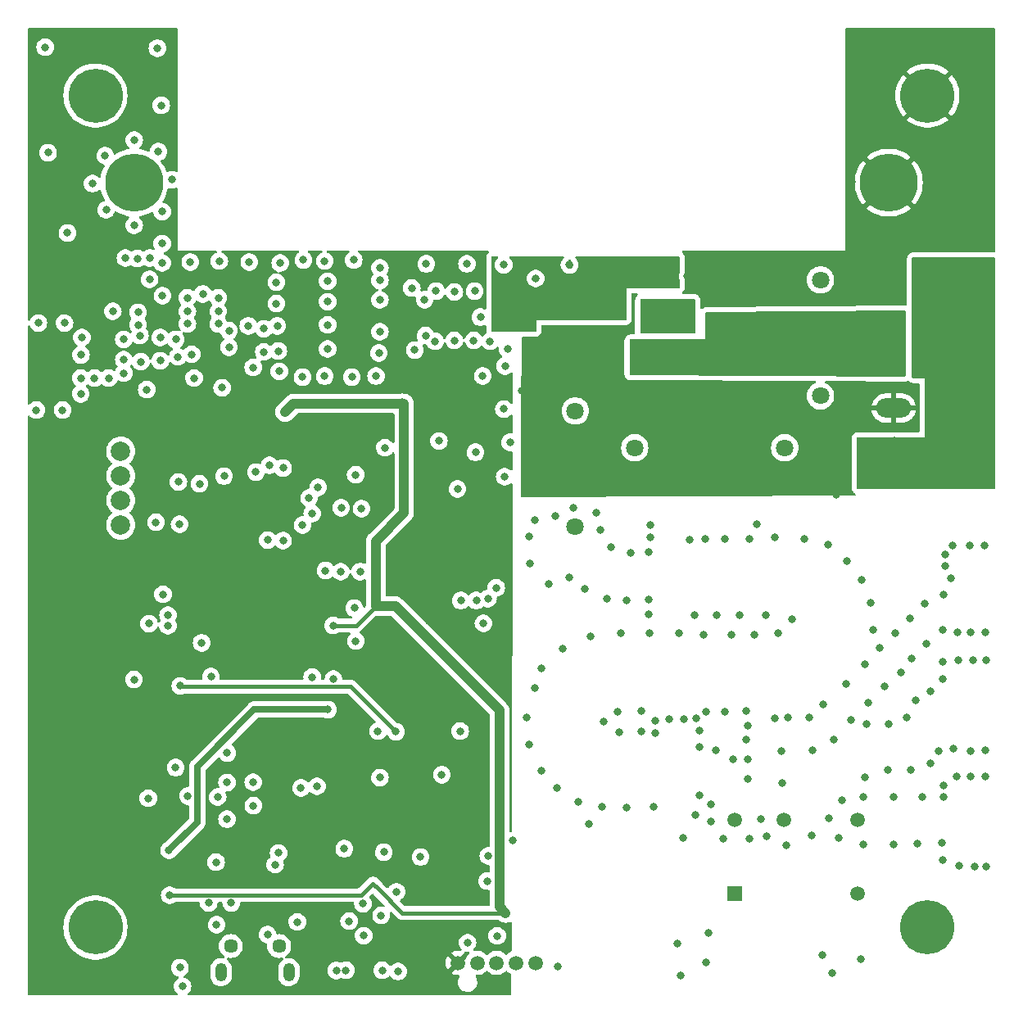
<source format=gbr>
%TF.GenerationSoftware,KiCad,Pcbnew,7.0.7*%
%TF.CreationDate,2023-11-07T01:08:08+00:00*%
%TF.ProjectId,Pi_TX_35W_PA_V2,50695f54-585f-4333-9557-5f50415f5632,rev?*%
%TF.SameCoordinates,Original*%
%TF.FileFunction,Copper,L3,Inr*%
%TF.FilePolarity,Positive*%
%FSLAX46Y46*%
G04 Gerber Fmt 4.6, Leading zero omitted, Abs format (unit mm)*
G04 Created by KiCad (PCBNEW 7.0.7) date 2023-11-07 01:08:08*
%MOMM*%
%LPD*%
G01*
G04 APERTURE LIST*
G04 Aperture macros list*
%AMRoundRect*
0 Rectangle with rounded corners*
0 $1 Rounding radius*
0 $2 $3 $4 $5 $6 $7 $8 $9 X,Y pos of 4 corners*
0 Add a 4 corners polygon primitive as box body*
4,1,4,$2,$3,$4,$5,$6,$7,$8,$9,$2,$3,0*
0 Add four circle primitives for the rounded corners*
1,1,$1+$1,$2,$3*
1,1,$1+$1,$4,$5*
1,1,$1+$1,$6,$7*
1,1,$1+$1,$8,$9*
0 Add four rect primitives between the rounded corners*
20,1,$1+$1,$2,$3,$4,$5,0*
20,1,$1+$1,$4,$5,$6,$7,0*
20,1,$1+$1,$6,$7,$8,$9,0*
20,1,$1+$1,$8,$9,$2,$3,0*%
G04 Aperture macros list end*
%TA.AperFunction,ComponentPad*%
%ADD10O,1.200000X1.900000*%
%TD*%
%TA.AperFunction,ComponentPad*%
%ADD11C,1.450000*%
%TD*%
%TA.AperFunction,ComponentPad*%
%ADD12R,1.501140X1.501140*%
%TD*%
%TA.AperFunction,ComponentPad*%
%ADD13C,1.501140*%
%TD*%
%TA.AperFunction,ComponentPad*%
%ADD14C,1.500000*%
%TD*%
%TA.AperFunction,ComponentPad*%
%ADD15C,5.600000*%
%TD*%
%TA.AperFunction,ComponentPad*%
%ADD16C,1.800000*%
%TD*%
%TA.AperFunction,ComponentPad*%
%ADD17RoundRect,0.250000X1.550000X-0.750000X1.550000X0.750000X-1.550000X0.750000X-1.550000X-0.750000X0*%
%TD*%
%TA.AperFunction,ComponentPad*%
%ADD18O,3.600000X2.000000*%
%TD*%
%TA.AperFunction,ComponentPad*%
%ADD19C,2.000000*%
%TD*%
%TA.AperFunction,ComponentPad*%
%ADD20C,6.000000*%
%TD*%
%TA.AperFunction,ViaPad*%
%ADD21C,0.800000*%
%TD*%
%TA.AperFunction,Conductor*%
%ADD22C,0.400000*%
%TD*%
%TA.AperFunction,Conductor*%
%ADD23C,1.000000*%
%TD*%
%TA.AperFunction,Conductor*%
%ADD24C,0.700000*%
%TD*%
G04 APERTURE END LIST*
D10*
%TO.N,Net-(J1-Shield)*%
%TO.C,J1*%
X119990000Y-147607500D03*
D11*
X120990000Y-144907500D03*
X125990000Y-144907500D03*
D10*
X126990000Y-147607500D03*
%TD*%
D12*
%TO.N,Net-(K1-Pad1)*%
%TO.C,K1*%
X173092500Y-139457500D03*
D13*
%TO.N,Net-(K1-Pad6)*%
X185792500Y-139457500D03*
%TO.N,Net-(J9-In)*%
X185792500Y-131837500D03*
%TO.N,Net-(J8-In)*%
X178172500Y-131837500D03*
%TO.N,Net-(U11-RF)*%
X173092500Y-131837500D03*
%TD*%
D14*
%TO.N,+3.3V*%
%TO.C,J2*%
X144464196Y-146645000D03*
%TO.N,Net-(J2-Pin_2)*%
X146464196Y-146645000D03*
%TO.N,Net-(J2-Pin_3)*%
X148464196Y-146645000D03*
%TO.N,GND*%
X150464196Y-146645000D03*
%TO.N,Net-(J2-Pin_5)*%
X152464196Y-146645000D03*
%TD*%
D15*
%TO.N,GND*%
%TO.C,H3*%
X107000000Y-57000000D03*
%TD*%
%TO.N,GND*%
%TO.C,H2*%
X193000000Y-57000000D03*
%TD*%
D16*
%TO.N,Net-(C41-Pad2)*%
%TO.C,L7*%
X156600000Y-89600000D03*
%TO.N,Net-(U11-RF)*%
X156600000Y-101600000D03*
%TD*%
D17*
%TO.N,Net-(J5-Pin_1)*%
%TO.C,J5*%
X189522500Y-94300000D03*
D18*
%TO.N,GND*%
X189522500Y-89300000D03*
%TD*%
D16*
%TO.N,Net-(C38-Pad2)*%
%TO.C,L6*%
X178250000Y-93400000D03*
%TO.N,Net-(C41-Pad2)*%
X162750000Y-93400000D03*
%TD*%
D19*
%TO.N,GND*%
%TO.C,J10*%
X109620000Y-93760000D03*
%TO.N,+5V*%
X109620000Y-96300000D03*
%TO.N,/PA_Protection/Fan_RPM*%
X109620000Y-98840000D03*
%TO.N,Net-(J10-Pin_4)*%
X109620000Y-101380000D03*
%TD*%
D15*
%TO.N,GND*%
%TO.C,H1*%
X107000000Y-143000000D03*
%TD*%
%TO.N,GND*%
%TO.C,H4*%
X193000000Y-143000000D03*
%TD*%
D20*
%TO.N,GND*%
%TO.C,U10*%
X111000000Y-66000000D03*
X189000000Y-66000000D03*
%TD*%
D16*
%TO.N,Net-(U10-RF_Out)*%
%TO.C,L5*%
X181950000Y-76050000D03*
%TO.N,Net-(C38-Pad2)*%
X181950000Y-88050000D03*
%TD*%
D21*
%TO.N,GND*%
X117760000Y-97130000D03*
X113260000Y-101100000D03*
%TO.N,/PA_Protection/Fan PWM*%
X115695000Y-101310000D03*
%TO.N,/PA_Protection/Fan_RPM*%
X115570000Y-96930000D03*
%TO.N,+12V*%
X138715000Y-88695000D03*
X114670000Y-139650000D03*
X131580000Y-111780000D03*
X167530000Y-147950000D03*
X149400000Y-141500000D03*
X135970000Y-109770000D03*
X126600000Y-89700000D03*
X182174998Y-145850000D03*
%TO.N,GND*%
X183575000Y-98225000D03*
X155800000Y-85500000D03*
X189522500Y-70177500D03*
X116800000Y-74200000D03*
X156357584Y-99650000D03*
X119700000Y-80600000D03*
X177200000Y-102700000D03*
X191400000Y-115200000D03*
X158800000Y-100100000D03*
X186500000Y-127500000D03*
X156000000Y-82380000D03*
X154770000Y-147066321D03*
X122900000Y-74200000D03*
X175800000Y-131800000D03*
X111335000Y-73835000D03*
X170390000Y-143560000D03*
X104100000Y-71200000D03*
X153100000Y-116200000D03*
X171100000Y-124700000D03*
X192500000Y-129500000D03*
X132717531Y-134849203D03*
X166300000Y-121425000D03*
X112600000Y-76000000D03*
X133920000Y-113380000D03*
X126100000Y-74300000D03*
X120800000Y-81300000D03*
X170600000Y-130300000D03*
X189500000Y-134400000D03*
X179000000Y-97700000D03*
X182500000Y-78200000D03*
X171900000Y-133800000D03*
X102100000Y-62900000D03*
X174600000Y-133800000D03*
X114486527Y-111802176D03*
X125800000Y-80800000D03*
X131890000Y-147430000D03*
X191900000Y-62900000D03*
X113980000Y-108560000D03*
X182200000Y-119900000D03*
X172100000Y-120700000D03*
X161200000Y-89000000D03*
X159500000Y-121700000D03*
X167160000Y-144660000D03*
X173600000Y-110700000D03*
X136400000Y-81400000D03*
X164700000Y-130500000D03*
X125700000Y-78500000D03*
X176400000Y-75600000D03*
X136530000Y-141750000D03*
X186100000Y-62700000D03*
X187200000Y-52500000D03*
X125900000Y-83400000D03*
X197800000Y-52400000D03*
X152400000Y-100900000D03*
X189522500Y-87477500D03*
X163400000Y-122700000D03*
X169400000Y-124300000D03*
X184600000Y-117800000D03*
X186400000Y-129500000D03*
X113700000Y-84400000D03*
X119700000Y-77900000D03*
X119700000Y-79300000D03*
X197900000Y-136700000D03*
X146800000Y-79900000D03*
X194200000Y-124800000D03*
X109924500Y-82200000D03*
X153100000Y-126800000D03*
X194600000Y-136000000D03*
X110980000Y-117360000D03*
X195600000Y-103500000D03*
X109924500Y-85700000D03*
X113925000Y-77675000D03*
X168200000Y-75675000D03*
X161900000Y-109200000D03*
X177200000Y-121400000D03*
X103800000Y-80500000D03*
X147600000Y-135600000D03*
X116500000Y-77900000D03*
X192700000Y-109500000D03*
X171200000Y-110700000D03*
X149840000Y-92850000D03*
X191400000Y-91000000D03*
X164300000Y-112600000D03*
X186700000Y-73900000D03*
X191820000Y-119530000D03*
X140600000Y-135700000D03*
X194600000Y-117300000D03*
X181100000Y-124700000D03*
X172700000Y-112700000D03*
X199100000Y-115400000D03*
X123300000Y-85100000D03*
X144700000Y-122700000D03*
X136400000Y-74800000D03*
X164200000Y-110600000D03*
X174400000Y-125600000D03*
X167712500Y-133775000D03*
X197500000Y-112500000D03*
X186500000Y-115800000D03*
X148427610Y-107874762D03*
X156200000Y-92800000D03*
X190300000Y-116600000D03*
X170600000Y-132000000D03*
X185200000Y-65900000D03*
X179000000Y-111100000D03*
X167000000Y-97000000D03*
X141125000Y-81800000D03*
X108375500Y-86200000D03*
X136400000Y-76100000D03*
X116000000Y-149070000D03*
X133500000Y-86100000D03*
X105600000Y-82000000D03*
X194650000Y-108550000D03*
X117200000Y-86200000D03*
X178400000Y-134500000D03*
X197700000Y-115400000D03*
X191200000Y-111000000D03*
X195700000Y-124500000D03*
X113400000Y-52100000D03*
X168900000Y-110700000D03*
X130700000Y-74100000D03*
X113800000Y-58000000D03*
X140000000Y-83300000D03*
X159200000Y-101900000D03*
X174600000Y-102800000D03*
X154500000Y-85500000D03*
X193300000Y-126000000D03*
X158200000Y-112900000D03*
X111000000Y-61600000D03*
X180300000Y-102800000D03*
X120800000Y-83000000D03*
X149600000Y-83200000D03*
X144772500Y-109195000D03*
X146372500Y-109195000D03*
X164300000Y-91100000D03*
X153100000Y-85500000D03*
X197500000Y-127400000D03*
X141025000Y-78100000D03*
X175600000Y-92700000D03*
X187400000Y-112200000D03*
X178500000Y-87000000D03*
X129400000Y-100200000D03*
X142800000Y-127200000D03*
X152408766Y-118237006D03*
X105500000Y-86200000D03*
X192400000Y-68800000D03*
X184800000Y-93400000D03*
X113900000Y-72300000D03*
X151100000Y-87500000D03*
X152011569Y-82380000D03*
X194800000Y-105600000D03*
X170000000Y-102800000D03*
X182700000Y-103400000D03*
X187700000Y-91100000D03*
X174400000Y-122100000D03*
X184800000Y-96200000D03*
X116500000Y-79300000D03*
X144100000Y-82300000D03*
X193100000Y-65800000D03*
X181000000Y-133500000D03*
X161300000Y-112600000D03*
X192000000Y-134300000D03*
X152500000Y-75900000D03*
X197500000Y-124800000D03*
X151800000Y-102600000D03*
X113500000Y-62800000D03*
X105500000Y-83800000D03*
X194600000Y-115500000D03*
X159400000Y-130500000D03*
X187600000Y-87400000D03*
X189522500Y-75377500D03*
X168400000Y-102900000D03*
X156000000Y-74500000D03*
X198000000Y-65600000D03*
X172900000Y-125600000D03*
X161100000Y-122800000D03*
X180800000Y-121300000D03*
X147800000Y-82400000D03*
X156000000Y-106800000D03*
X186760000Y-88610000D03*
X196300000Y-136600000D03*
X125700000Y-76300000D03*
X130700000Y-86000000D03*
X167800000Y-121425000D03*
X164400000Y-102700000D03*
X116500000Y-80600000D03*
X113700000Y-82000000D03*
X153400000Y-97100000D03*
X174400000Y-127600000D03*
X159800000Y-97100000D03*
X155300000Y-114200000D03*
X123584541Y-95917471D03*
X186300000Y-69000000D03*
X169400000Y-122600000D03*
X124790000Y-143720000D03*
X153900000Y-107500000D03*
X142100000Y-82400000D03*
X186722500Y-76022500D03*
X118100000Y-77500000D03*
X160300000Y-103700000D03*
X142506403Y-92702326D03*
X131000000Y-80700000D03*
X183300000Y-123600000D03*
X186200000Y-107100000D03*
X154700000Y-128600000D03*
X194700000Y-129500000D03*
X163400000Y-120600000D03*
X177600000Y-112600000D03*
X175337500Y-101300000D03*
X131000000Y-83200000D03*
X170100000Y-120700000D03*
X106900000Y-86200000D03*
X111700000Y-84500000D03*
X134358231Y-106200162D03*
X105475000Y-87825000D03*
X183800000Y-133700000D03*
X188900000Y-126700000D03*
X128500000Y-74000000D03*
X198900000Y-103500000D03*
X122800000Y-80800000D03*
X177900000Y-124800000D03*
X129400000Y-117100000D03*
X187100000Y-109400000D03*
X188600000Y-118100000D03*
X194600000Y-112200000D03*
X161900000Y-130600000D03*
X153800000Y-82380000D03*
X141200000Y-74400000D03*
X113900000Y-69000000D03*
X189500000Y-91100000D03*
X186900000Y-119800000D03*
X173000000Y-97000000D03*
X184500000Y-87100000D03*
X106700000Y-66100000D03*
X151900000Y-105400000D03*
X101800000Y-52000000D03*
X178900000Y-95700000D03*
X174300000Y-123600000D03*
X162600000Y-86900000D03*
X194500000Y-134200000D03*
X115500000Y-84000000D03*
X199000000Y-112500000D03*
X119800000Y-74100000D03*
X184200000Y-129800000D03*
X149300000Y-96400000D03*
X110100000Y-73800000D03*
X157600000Y-108000000D03*
X164200000Y-109100000D03*
X172100000Y-102800000D03*
X184700000Y-105100000D03*
X136300000Y-83600000D03*
X188100000Y-114100000D03*
X133760000Y-109970000D03*
X103600000Y-89500000D03*
X121041120Y-140450000D03*
X178000000Y-128100000D03*
X196200000Y-115400000D03*
X186700000Y-78100000D03*
X189000000Y-122000000D03*
X189500000Y-129500000D03*
X196000000Y-127400000D03*
X174300000Y-120600000D03*
X134500000Y-99700000D03*
X162300000Y-104300000D03*
X164900000Y-122900000D03*
X146100000Y-82300000D03*
X164900000Y-121600000D03*
X167300000Y-112600000D03*
X145400000Y-74400000D03*
X128400000Y-86100000D03*
X108000000Y-63200000D03*
X151592375Y-121271263D03*
X176300000Y-110700000D03*
X113900000Y-74300000D03*
X139700000Y-76900000D03*
X108100000Y-68800000D03*
X164200000Y-104200000D03*
X190900000Y-121300000D03*
X112605000Y-73795000D03*
X149226041Y-89403245D03*
X197400000Y-103500000D03*
X169900000Y-112700000D03*
X185100000Y-121500000D03*
X100900000Y-89500000D03*
X154500000Y-100500000D03*
X169100000Y-121400000D03*
X192900000Y-113700000D03*
X136200000Y-122700000D03*
X131000000Y-78300000D03*
X182800000Y-131700000D03*
X158200000Y-85600000D03*
X115300000Y-82200000D03*
X136400000Y-78100000D03*
X144100000Y-77300000D03*
X101100000Y-80500000D03*
X111600000Y-81800000D03*
X116950000Y-83750000D03*
X186700000Y-122000000D03*
X191300000Y-87500000D03*
X175100000Y-112700000D03*
X196100000Y-112500000D03*
X133700000Y-74000000D03*
X181100000Y-74000000D03*
X114900000Y-65700000D03*
X199100000Y-136700000D03*
X159900000Y-109000000D03*
X193300000Y-118600000D03*
X149200000Y-74500000D03*
X161000000Y-120700000D03*
X199000000Y-124700000D03*
X189700000Y-112600000D03*
X130780000Y-106090000D03*
X158037500Y-132300000D03*
X183675000Y-91475000D03*
X176400000Y-133600000D03*
X194700000Y-128300000D03*
X147572500Y-108995000D03*
X138280000Y-147550000D03*
X126000000Y-85500000D03*
X146200000Y-77200000D03*
X161800000Y-95800000D03*
X178600000Y-121300000D03*
X151800000Y-124100000D03*
X109924500Y-84300000D03*
X142200000Y-77200000D03*
X169000000Y-131400000D03*
X134650000Y-140540000D03*
X160900000Y-85600000D03*
X131600000Y-117300000D03*
X136000000Y-86000000D03*
X156900000Y-130000000D03*
X191300000Y-126700000D03*
X131000000Y-76200000D03*
X189300000Y-61900000D03*
X136809314Y-135209314D03*
X152330000Y-89030000D03*
X194800000Y-104400000D03*
X136924443Y-93400500D03*
X136400000Y-127500000D03*
X124400000Y-83500000D03*
X111000000Y-70400000D03*
X169400000Y-129300000D03*
X124400000Y-81100000D03*
X199000000Y-127400000D03*
X186400000Y-134400000D03*
X164337500Y-101400000D03*
X184700000Y-75500000D03*
X195400000Y-106900000D03*
X132360000Y-106220000D03*
%TO.N,/PA_Power/VBus*%
X127870000Y-142420000D03*
X118700000Y-140450000D03*
X119520000Y-142720000D03*
%TO.N,VDC*%
X138062500Y-122762500D03*
X147107224Y-111551588D03*
X138109847Y-139304847D03*
X115771821Y-118020525D03*
%TO.N,/PA_Protection/Ext_SDA*%
X112460000Y-129630000D03*
X115290000Y-126470000D03*
%TO.N,+3.3V*%
X110790000Y-125230000D03*
X118020000Y-107660000D03*
X147250000Y-91070000D03*
X104300000Y-79400000D03*
X143850000Y-118750000D03*
X140500000Y-131000000D03*
X123600000Y-133300000D03*
X124920000Y-137550000D03*
X124298391Y-99401609D03*
X129600000Y-122400000D03*
X136360000Y-95570000D03*
X114129998Y-132190000D03*
%TO.N,Net-(U10-Vdd)*%
X152700000Y-79800000D03*
%TO.N,/PA_Power/VDD_PA*%
X167700000Y-79800000D03*
X149330000Y-84950000D03*
%TO.N,/PA_Protection/ADC_Vgg_PA*%
X132400000Y-99600000D03*
X129900000Y-128400000D03*
%TO.N,/PA_Protection/TX_Relay*%
X170100000Y-146600000D03*
X128246889Y-128563919D03*
%TO.N,/PA_Power/En_Vgg_PA*%
X126400000Y-95500000D03*
X120600000Y-128000000D03*
%TO.N,/PA_Protection/Temp_INT*%
X119630000Y-129510000D03*
X111400000Y-79400000D03*
%TO.N,Net-(D17-A)*%
X183180000Y-147700000D03*
X186102500Y-146242500D03*
%TO.N,Net-(D18-DOUT)*%
X132900000Y-147420000D03*
X136640000Y-147420000D03*
%TO.N,Net-(D18-DIN)*%
X133222104Y-142340000D03*
X134720000Y-143832785D03*
%TO.N,Net-(J2-Pin_2)*%
X125567317Y-136498746D03*
X145463094Y-144557789D03*
%TO.N,/PA_Power/Int_SDA*%
X123323132Y-130399500D03*
X112300000Y-87400000D03*
X129080000Y-98600000D03*
X108795000Y-79295000D03*
X144423344Y-97659610D03*
X128400000Y-101400000D03*
%TO.N,/PA_Power/Int_SCL*%
X126400500Y-103000000D03*
X130010000Y-97500000D03*
X120600000Y-131800000D03*
X146284997Y-93873392D03*
X124801500Y-102946022D03*
X111399998Y-80700000D03*
%TO.N,Net-(J2-Pin_3)*%
X148524196Y-143855578D03*
X125925500Y-135290000D03*
%TO.N,Net-(J2-Pin_5)*%
X119470000Y-136249502D03*
%TO.N,Net-(J5-Pin_1)*%
X195600000Y-83200000D03*
X192190000Y-96520000D03*
X192230000Y-92820000D03*
X189600000Y-92700000D03*
X186400000Y-95060000D03*
X186440000Y-92790000D03*
X197800000Y-83200000D03*
X198400000Y-74700000D03*
X192600000Y-83200000D03*
X192500000Y-74700000D03*
X192200000Y-94690000D03*
X189470000Y-96590000D03*
X186430000Y-96880000D03*
X195400000Y-74700000D03*
%TO.N,/PA_Protection/Fan PWM*%
X116560000Y-129400000D03*
%TO.N,/PA_Protection/VFwd*%
X150150000Y-134010000D03*
X147500000Y-138200000D03*
%TO.N,Net-(U1-PA10)*%
X115730000Y-147150000D03*
X123303301Y-127966035D03*
%TO.N,+5V*%
X120300000Y-96330000D03*
X120100000Y-87200000D03*
X131030000Y-120470000D03*
X114600000Y-135010000D03*
%TO.N,Net-(U5-VOUT)*%
X125000000Y-95200000D03*
X133900000Y-96199500D03*
%TO.N,/PA_Protection/Fan_RPM*%
X120623008Y-124953008D03*
%TO.N,/PA_Protection/Tx{slash}Rx*%
X114500000Y-110710000D03*
X118940000Y-117060000D03*
%TO.N,/PA_Protection/Pi_TxD*%
X117975686Y-113564314D03*
X112530000Y-111590000D03*
%TO.N,/PA_Power/VBAT*%
X162800000Y-84000000D03*
X147030000Y-85980000D03*
X162855686Y-82755686D03*
X186000000Y-82900000D03*
X166290000Y-85090000D03*
X167370000Y-85100000D03*
X186100000Y-79800000D03*
X187900000Y-82900000D03*
X165180000Y-85110000D03*
X163960000Y-85080000D03*
X187900000Y-79700000D03*
X187045000Y-81355000D03*
%TD*%
D22*
%TO.N,+12V*%
X135670000Y-138450000D02*
X134470000Y-139650000D01*
X134470000Y-139650000D02*
X114670000Y-139650000D01*
D23*
X149400000Y-141500000D02*
X148770000Y-140870000D01*
X148770000Y-140870000D02*
X148770000Y-120550000D01*
D22*
X138720000Y-141500000D02*
X136210000Y-138990000D01*
D23*
X126600000Y-89700000D02*
X127480000Y-88820000D01*
D22*
X136210000Y-138990000D02*
X135670000Y-138450000D01*
X131580000Y-111780000D02*
X133960000Y-111780000D01*
D23*
X138910000Y-100140000D02*
X135970000Y-103080000D01*
X127480000Y-88820000D02*
X138910000Y-88820000D01*
D22*
X133960000Y-111780000D02*
X135970000Y-109770000D01*
X149400000Y-141500000D02*
X138720000Y-141500000D01*
D23*
X135970000Y-103080000D02*
X135970000Y-109770000D01*
X138910000Y-100140000D02*
X138910000Y-88820000D01*
X148770000Y-120550000D02*
X137990000Y-109770000D01*
X137990000Y-109770000D02*
X135970000Y-109770000D01*
D22*
%TO.N,VDC*%
X115851296Y-118100000D02*
X115771821Y-118020525D01*
X133400000Y-118100000D02*
X115851296Y-118100000D01*
X138062500Y-122762500D02*
X133400000Y-118100000D01*
D24*
%TO.N,+5V*%
X117510000Y-126380000D02*
X123420000Y-120470000D01*
X114600000Y-135010000D02*
X117510000Y-132100000D01*
X117510000Y-132100000D02*
X117510000Y-126380000D01*
X123420000Y-120470000D02*
X131030000Y-120470000D01*
%TD*%
%TA.AperFunction,Conductor*%
%TO.N,Net-(J5-Pin_1)*%
G36*
X199941621Y-73720002D02*
G01*
X199988114Y-73773658D01*
X199999500Y-73826000D01*
X199999500Y-97574000D01*
X199979498Y-97642121D01*
X199925842Y-97688614D01*
X199873500Y-97700000D01*
X185826000Y-97700000D01*
X185757879Y-97679998D01*
X185711386Y-97626342D01*
X185700000Y-97574000D01*
X185700000Y-96331788D01*
X185700345Y-96325198D01*
X185713504Y-96200000D01*
X185700344Y-96074797D01*
X185700000Y-96068210D01*
X185700000Y-93531788D01*
X185700345Y-93525198D01*
X185713504Y-93400000D01*
X185700344Y-93274797D01*
X185700000Y-93268210D01*
X185700000Y-92426000D01*
X185720002Y-92357879D01*
X185773658Y-92311386D01*
X185826000Y-92300000D01*
X192700000Y-92300000D01*
X192700000Y-86200000D01*
X191526000Y-86200000D01*
X191457879Y-86179998D01*
X191411386Y-86126342D01*
X191400000Y-86074000D01*
X191400000Y-73826000D01*
X191420002Y-73757879D01*
X191473658Y-73711386D01*
X191526000Y-73700000D01*
X199873500Y-73700000D01*
X199941621Y-73720002D01*
G37*
%TD.AperFunction*%
%TD*%
%TA.AperFunction,Conductor*%
%TO.N,Net-(U10-Vdd)*%
G36*
X148574221Y-73620002D02*
G01*
X148620714Y-73673658D01*
X148630818Y-73743932D01*
X148601324Y-73808512D01*
X148590406Y-73819640D01*
X148588742Y-73821137D01*
X148460965Y-73963048D01*
X148460958Y-73963058D01*
X148365476Y-74128438D01*
X148365473Y-74128445D01*
X148306457Y-74310072D01*
X148286496Y-74499999D01*
X148306457Y-74689927D01*
X148331338Y-74766500D01*
X148365473Y-74871556D01*
X148393841Y-74920691D01*
X148460958Y-75036941D01*
X148460965Y-75036951D01*
X148588744Y-75178864D01*
X148646924Y-75221134D01*
X148743248Y-75291118D01*
X148917712Y-75368794D01*
X149104513Y-75408500D01*
X149295487Y-75408500D01*
X149482288Y-75368794D01*
X149656752Y-75291118D01*
X149811253Y-75178866D01*
X149811255Y-75178864D01*
X149939034Y-75036951D01*
X149939035Y-75036949D01*
X149939040Y-75036944D01*
X150034527Y-74871556D01*
X150093542Y-74689928D01*
X150113504Y-74500000D01*
X150093542Y-74310072D01*
X150034527Y-74128444D01*
X149939040Y-73963056D01*
X149939038Y-73963054D01*
X149939034Y-73963048D01*
X149811257Y-73821137D01*
X149809594Y-73819640D01*
X149808911Y-73818531D01*
X149806835Y-73816226D01*
X149807256Y-73815846D01*
X149772352Y-73759196D01*
X149773700Y-73688212D01*
X149813211Y-73629226D01*
X149878340Y-73600964D01*
X149893900Y-73600000D01*
X155306100Y-73600000D01*
X155374221Y-73620002D01*
X155420714Y-73673658D01*
X155430818Y-73743932D01*
X155401324Y-73808512D01*
X155390406Y-73819640D01*
X155388742Y-73821137D01*
X155260965Y-73963048D01*
X155260958Y-73963058D01*
X155165476Y-74128438D01*
X155165473Y-74128445D01*
X155106457Y-74310072D01*
X155086496Y-74500000D01*
X155106457Y-74689927D01*
X155131338Y-74766500D01*
X155165473Y-74871556D01*
X155193841Y-74920691D01*
X155260958Y-75036941D01*
X155260965Y-75036951D01*
X155388744Y-75178864D01*
X155446924Y-75221134D01*
X155543248Y-75291118D01*
X155717712Y-75368794D01*
X155904513Y-75408500D01*
X156095487Y-75408500D01*
X156282288Y-75368794D01*
X156456752Y-75291118D01*
X156611253Y-75178866D01*
X156611255Y-75178864D01*
X156739034Y-75036951D01*
X156739035Y-75036949D01*
X156739040Y-75036944D01*
X156834527Y-74871556D01*
X156893542Y-74689928D01*
X156913504Y-74500000D01*
X156893542Y-74310072D01*
X156834527Y-74128444D01*
X156739040Y-73963056D01*
X156739038Y-73963054D01*
X156739034Y-73963048D01*
X156611257Y-73821137D01*
X156609594Y-73819640D01*
X156608911Y-73818531D01*
X156606835Y-73816226D01*
X156607256Y-73815846D01*
X156572352Y-73759196D01*
X156573700Y-73688212D01*
X156613211Y-73629226D01*
X156678340Y-73600964D01*
X156693900Y-73600000D01*
X167274000Y-73600000D01*
X167342121Y-73620002D01*
X167388614Y-73673658D01*
X167400000Y-73726000D01*
X167400000Y-75209879D01*
X167383120Y-75272878D01*
X167365472Y-75303444D01*
X167365470Y-75303449D01*
X167306457Y-75485071D01*
X167286496Y-75675000D01*
X167306457Y-75864927D01*
X167365475Y-76046561D01*
X167383118Y-76077119D01*
X167400000Y-76140120D01*
X167400000Y-76774000D01*
X167379998Y-76842121D01*
X167326342Y-76888614D01*
X167274000Y-76900000D01*
X161900000Y-76900000D01*
X161900000Y-80074000D01*
X161879998Y-80142121D01*
X161826342Y-80188614D01*
X161774000Y-80200000D01*
X152600000Y-80200000D01*
X152600000Y-81274000D01*
X152579998Y-81342121D01*
X152526342Y-81388614D01*
X152474000Y-81400000D01*
X148026000Y-81400000D01*
X147957879Y-81379998D01*
X147911386Y-81326342D01*
X147900000Y-81274000D01*
X147900000Y-75899999D01*
X151586496Y-75899999D01*
X151606457Y-76089927D01*
X151636526Y-76182470D01*
X151665473Y-76271556D01*
X151665476Y-76271561D01*
X151760958Y-76436941D01*
X151760965Y-76436951D01*
X151888744Y-76578864D01*
X151888747Y-76578866D01*
X152043248Y-76691118D01*
X152217712Y-76768794D01*
X152404513Y-76808500D01*
X152595487Y-76808500D01*
X152782288Y-76768794D01*
X152956752Y-76691118D01*
X153111253Y-76578866D01*
X153239040Y-76436944D01*
X153334527Y-76271556D01*
X153393542Y-76089928D01*
X153413504Y-75900000D01*
X153393542Y-75710072D01*
X153334527Y-75528444D01*
X153239040Y-75363056D01*
X153239038Y-75363054D01*
X153239034Y-75363048D01*
X153111255Y-75221135D01*
X152956752Y-75108882D01*
X152782288Y-75031206D01*
X152595487Y-74991500D01*
X152404513Y-74991500D01*
X152217711Y-75031206D01*
X152043247Y-75108882D01*
X151888744Y-75221135D01*
X151760965Y-75363048D01*
X151760958Y-75363058D01*
X151665476Y-75528438D01*
X151665473Y-75528445D01*
X151606457Y-75710072D01*
X151586496Y-75899999D01*
X147900000Y-75899999D01*
X147900000Y-73726000D01*
X147920002Y-73657879D01*
X147973658Y-73611386D01*
X148026000Y-73600000D01*
X148506100Y-73600000D01*
X148574221Y-73620002D01*
G37*
%TD.AperFunction*%
%TD*%
%TA.AperFunction,Conductor*%
%TO.N,/PA_Power/VDD_PA*%
G36*
X168942121Y-78020002D02*
G01*
X168988614Y-78073658D01*
X169000000Y-78126000D01*
X169000000Y-81474000D01*
X168979998Y-81542121D01*
X168926342Y-81588614D01*
X168874000Y-81600000D01*
X163426000Y-81600000D01*
X163357879Y-81579998D01*
X163311386Y-81526342D01*
X163300000Y-81474000D01*
X163300000Y-78126000D01*
X163320002Y-78057879D01*
X163373658Y-78011386D01*
X163426000Y-78000000D01*
X168874000Y-78000000D01*
X168942121Y-78020002D01*
G37*
%TD.AperFunction*%
%TD*%
%TA.AperFunction,Conductor*%
%TO.N,/PA_Power/VBAT*%
G36*
X190741252Y-79250483D02*
G01*
X190788182Y-79303757D01*
X190800000Y-79357034D01*
X190800000Y-85903425D01*
X190779998Y-85971546D01*
X190726342Y-86018039D01*
X190673427Y-86029424D01*
X162325427Y-85900570D01*
X162257398Y-85880258D01*
X162211150Y-85826392D01*
X162200000Y-85774571D01*
X162200000Y-82326000D01*
X162220002Y-82257879D01*
X162273658Y-82211386D01*
X162326000Y-82200000D01*
X170000000Y-82200000D01*
X170000000Y-79524974D01*
X170020002Y-79456853D01*
X170073658Y-79410360D01*
X170124967Y-79398978D01*
X190672970Y-79231038D01*
X190741252Y-79250483D01*
G37*
%TD.AperFunction*%
%TD*%
%TA.AperFunction,Conductor*%
%TO.N,+3.3V*%
G36*
X115441621Y-50020502D02*
G01*
X115488114Y-50074158D01*
X115499500Y-50126500D01*
X115499500Y-64778414D01*
X115479498Y-64846535D01*
X115425842Y-64893028D01*
X115355568Y-64903132D01*
X115322252Y-64893521D01*
X115182290Y-64831206D01*
X114995487Y-64791500D01*
X114804513Y-64791500D01*
X114617709Y-64831206D01*
X114475744Y-64894413D01*
X114405377Y-64903847D01*
X114341080Y-64873740D01*
X114306865Y-64824460D01*
X114209577Y-64571015D01*
X114209573Y-64571007D01*
X114209573Y-64571006D01*
X114042620Y-64243343D01*
X113842332Y-63934925D01*
X113771357Y-63847279D01*
X113744033Y-63781755D01*
X113756472Y-63711856D01*
X113804727Y-63659779D01*
X113818027Y-63652881D01*
X113956752Y-63591118D01*
X114111253Y-63478866D01*
X114111255Y-63478864D01*
X114239034Y-63336951D01*
X114239035Y-63336949D01*
X114239040Y-63336944D01*
X114334527Y-63171556D01*
X114393542Y-62989928D01*
X114413504Y-62800000D01*
X114393542Y-62610072D01*
X114334527Y-62428444D01*
X114239040Y-62263056D01*
X114239038Y-62263054D01*
X114239034Y-62263048D01*
X114111255Y-62121135D01*
X113956752Y-62008882D01*
X113782288Y-61931206D01*
X113595487Y-61891500D01*
X113404513Y-61891500D01*
X113217711Y-61931206D01*
X113043247Y-62008882D01*
X112888744Y-62121135D01*
X112760965Y-62263048D01*
X112760958Y-62263058D01*
X112665476Y-62428438D01*
X112665473Y-62428445D01*
X112606457Y-62610072D01*
X112598519Y-62685604D01*
X112571506Y-62751261D01*
X112513284Y-62791891D01*
X112442339Y-62794594D01*
X112428055Y-62790065D01*
X112085680Y-62658640D01*
X111730457Y-62563458D01*
X111611434Y-62544607D01*
X111547281Y-62514194D01*
X111509754Y-62453926D01*
X111510768Y-62382937D01*
X111550001Y-62323765D01*
X111557084Y-62318222D01*
X111611253Y-62278866D01*
X111625487Y-62263058D01*
X111739034Y-62136951D01*
X111739035Y-62136949D01*
X111739040Y-62136944D01*
X111834527Y-61971556D01*
X111893542Y-61789928D01*
X111913504Y-61600000D01*
X111893542Y-61410072D01*
X111834527Y-61228444D01*
X111739040Y-61063056D01*
X111739038Y-61063054D01*
X111739034Y-61063048D01*
X111611255Y-60921135D01*
X111456752Y-60808882D01*
X111282288Y-60731206D01*
X111095487Y-60691500D01*
X110904513Y-60691500D01*
X110717711Y-60731206D01*
X110543247Y-60808882D01*
X110388744Y-60921135D01*
X110260965Y-61063048D01*
X110260958Y-61063058D01*
X110165476Y-61228438D01*
X110165473Y-61228445D01*
X110106457Y-61410072D01*
X110086496Y-61600000D01*
X110106457Y-61789927D01*
X110136526Y-61882470D01*
X110165473Y-61971556D01*
X110165476Y-61971561D01*
X110260958Y-62136941D01*
X110260965Y-62136951D01*
X110388744Y-62278864D01*
X110442915Y-62318222D01*
X110486269Y-62374445D01*
X110492344Y-62445181D01*
X110459212Y-62507973D01*
X110397392Y-62542884D01*
X110388565Y-62544607D01*
X110269542Y-62563458D01*
X109914319Y-62658640D01*
X109571015Y-62790422D01*
X109571007Y-62790426D01*
X109243342Y-62957380D01*
X109078068Y-63064710D01*
X109010043Y-63085036D01*
X108941828Y-63065358D01*
X108895081Y-63011924D01*
X108889611Y-62997974D01*
X108876421Y-62957380D01*
X108834527Y-62828444D01*
X108739040Y-62663056D01*
X108739038Y-62663054D01*
X108739034Y-62663048D01*
X108611255Y-62521135D01*
X108456752Y-62408882D01*
X108282288Y-62331206D01*
X108095487Y-62291500D01*
X107904513Y-62291500D01*
X107717711Y-62331206D01*
X107543247Y-62408882D01*
X107388744Y-62521135D01*
X107260965Y-62663048D01*
X107260958Y-62663058D01*
X107165476Y-62828438D01*
X107165473Y-62828445D01*
X107106457Y-63010072D01*
X107086496Y-63200000D01*
X107106457Y-63389927D01*
X107135355Y-63478864D01*
X107165473Y-63571556D01*
X107176767Y-63591117D01*
X107260958Y-63736941D01*
X107260965Y-63736951D01*
X107388744Y-63878864D01*
X107388747Y-63878866D01*
X107543248Y-63991118D01*
X107717712Y-64068794D01*
X107853587Y-64097675D01*
X107916060Y-64131403D01*
X107950382Y-64193553D01*
X107945654Y-64264392D01*
X107939657Y-64278125D01*
X107790426Y-64571007D01*
X107790422Y-64571015D01*
X107658640Y-64914319D01*
X107563458Y-65269542D01*
X107546637Y-65375746D01*
X107516224Y-65439899D01*
X107455956Y-65477426D01*
X107384966Y-65476412D01*
X107328552Y-65440346D01*
X107311253Y-65421134D01*
X107156752Y-65308882D01*
X106982288Y-65231206D01*
X106795487Y-65191500D01*
X106604513Y-65191500D01*
X106417711Y-65231206D01*
X106243247Y-65308882D01*
X106088744Y-65421135D01*
X105960965Y-65563048D01*
X105960958Y-65563058D01*
X105865476Y-65728438D01*
X105865473Y-65728445D01*
X105806457Y-65910072D01*
X105786496Y-66100000D01*
X105806457Y-66289927D01*
X105835356Y-66378866D01*
X105865473Y-66471556D01*
X105865476Y-66471561D01*
X105960958Y-66636941D01*
X105960965Y-66636951D01*
X106088744Y-66778864D01*
X106088747Y-66778866D01*
X106243248Y-66891118D01*
X106417712Y-66968794D01*
X106604513Y-67008500D01*
X106795487Y-67008500D01*
X106982288Y-66968794D01*
X107156752Y-66891118D01*
X107311253Y-66778866D01*
X107360332Y-66724357D01*
X107420777Y-66687117D01*
X107491761Y-66688468D01*
X107550746Y-66727981D01*
X107575676Y-66776055D01*
X107658641Y-67085682D01*
X107790422Y-67428984D01*
X107790426Y-67428992D01*
X107949429Y-67741053D01*
X107962533Y-67810830D01*
X107935833Y-67876615D01*
X107877805Y-67917521D01*
X107863360Y-67921502D01*
X107817715Y-67931204D01*
X107643247Y-68008882D01*
X107488744Y-68121135D01*
X107360965Y-68263048D01*
X107360958Y-68263058D01*
X107265476Y-68428438D01*
X107265473Y-68428445D01*
X107206457Y-68610072D01*
X107186496Y-68800000D01*
X107206457Y-68989927D01*
X107223578Y-69042618D01*
X107265473Y-69171556D01*
X107293841Y-69220691D01*
X107360958Y-69336941D01*
X107360965Y-69336951D01*
X107488744Y-69478864D01*
X107549999Y-69523368D01*
X107643248Y-69591118D01*
X107817712Y-69668794D01*
X108004513Y-69708500D01*
X108195487Y-69708500D01*
X108382288Y-69668794D01*
X108556752Y-69591118D01*
X108711253Y-69478866D01*
X108807871Y-69371561D01*
X108839034Y-69336951D01*
X108839035Y-69336949D01*
X108839040Y-69336944D01*
X108934527Y-69171556D01*
X108972187Y-69055650D01*
X109012261Y-68997045D01*
X109077657Y-68969408D01*
X109147614Y-68981515D01*
X109160633Y-68988908D01*
X109243342Y-69042620D01*
X109571006Y-69209573D01*
X109571010Y-69209574D01*
X109571015Y-69209577D01*
X109914319Y-69341359D01*
X109914324Y-69341360D01*
X109914326Y-69341361D01*
X110269541Y-69436541D01*
X110388565Y-69455392D01*
X110452717Y-69485804D01*
X110490244Y-69546072D01*
X110489231Y-69617061D01*
X110449999Y-69676234D01*
X110442917Y-69681776D01*
X110388743Y-69721136D01*
X110260965Y-69863048D01*
X110260958Y-69863058D01*
X110165476Y-70028438D01*
X110165473Y-70028445D01*
X110106457Y-70210072D01*
X110086496Y-70399999D01*
X110106457Y-70589927D01*
X110136526Y-70682470D01*
X110165473Y-70771556D01*
X110165476Y-70771561D01*
X110260958Y-70936941D01*
X110260965Y-70936951D01*
X110388744Y-71078864D01*
X110388747Y-71078866D01*
X110543248Y-71191118D01*
X110717712Y-71268794D01*
X110904513Y-71308500D01*
X111095487Y-71308500D01*
X111282288Y-71268794D01*
X111456752Y-71191118D01*
X111611253Y-71078866D01*
X111611255Y-71078864D01*
X111739034Y-70936951D01*
X111739035Y-70936949D01*
X111739040Y-70936944D01*
X111834527Y-70771556D01*
X111893542Y-70589928D01*
X111913504Y-70400000D01*
X111893542Y-70210072D01*
X111834527Y-70028444D01*
X111739040Y-69863056D01*
X111739038Y-69863054D01*
X111739034Y-69863048D01*
X111611257Y-69721137D01*
X111557083Y-69681777D01*
X111513730Y-69625554D01*
X111507655Y-69554818D01*
X111540787Y-69492026D01*
X111602607Y-69457115D01*
X111611420Y-69455394D01*
X111730459Y-69436541D01*
X112085674Y-69341361D01*
X112085677Y-69341359D01*
X112085680Y-69341359D01*
X112428984Y-69209577D01*
X112428985Y-69209576D01*
X112428994Y-69209573D01*
X112756658Y-69042620D01*
X112803563Y-69012158D01*
X112871585Y-68991833D01*
X112939800Y-69011510D01*
X112986548Y-69064943D01*
X112997496Y-69104662D01*
X113006457Y-69189927D01*
X113012841Y-69209573D01*
X113065473Y-69371556D01*
X113065476Y-69371561D01*
X113160958Y-69536941D01*
X113160965Y-69536951D01*
X113288744Y-69678864D01*
X113346924Y-69721134D01*
X113443248Y-69791118D01*
X113617712Y-69868794D01*
X113804513Y-69908500D01*
X113995487Y-69908500D01*
X114182288Y-69868794D01*
X114356752Y-69791118D01*
X114511253Y-69678866D01*
X114520323Y-69668793D01*
X114639034Y-69536951D01*
X114639035Y-69536949D01*
X114639040Y-69536944D01*
X114734527Y-69371556D01*
X114793542Y-69189928D01*
X114813504Y-69000000D01*
X114793542Y-68810072D01*
X114734527Y-68628444D01*
X114639040Y-68463056D01*
X114639038Y-68463054D01*
X114639034Y-68463048D01*
X114511255Y-68321135D01*
X114356752Y-68208882D01*
X114182284Y-68131204D01*
X114025153Y-68097804D01*
X113962680Y-68064076D01*
X113928359Y-68001926D01*
X113933087Y-67931087D01*
X113945676Y-67905938D01*
X114042620Y-67756658D01*
X114209573Y-67428994D01*
X114341361Y-67085674D01*
X114436541Y-66730459D01*
X114446705Y-66666279D01*
X114477116Y-66602127D01*
X114537383Y-66564599D01*
X114608373Y-66565611D01*
X114611430Y-66566760D01*
X114611432Y-66566754D01*
X114617706Y-66568792D01*
X114617708Y-66568792D01*
X114617712Y-66568794D01*
X114804513Y-66608500D01*
X114995487Y-66608500D01*
X115182288Y-66568794D01*
X115322253Y-66506477D01*
X115392618Y-66497044D01*
X115456915Y-66527150D01*
X115494728Y-66587239D01*
X115499500Y-66621585D01*
X115499500Y-72975072D01*
X115499415Y-72975500D01*
X115499458Y-72999998D01*
X115499458Y-73000000D01*
X115499459Y-73000000D01*
X115499500Y-73000099D01*
X115499617Y-73000383D01*
X115500000Y-73000541D01*
X115500002Y-73000539D01*
X115525014Y-73000524D01*
X115525014Y-73000528D01*
X115525158Y-73000500D01*
X119443102Y-73000500D01*
X119511223Y-73020502D01*
X119557716Y-73074158D01*
X119567820Y-73144432D01*
X119538326Y-73209012D01*
X119494351Y-73241607D01*
X119343247Y-73308882D01*
X119188744Y-73421135D01*
X119060965Y-73563048D01*
X119060958Y-73563058D01*
X118965476Y-73728438D01*
X118965473Y-73728445D01*
X118906457Y-73910072D01*
X118886496Y-74099999D01*
X118906457Y-74289927D01*
X118932980Y-74371554D01*
X118965473Y-74471556D01*
X118974516Y-74487219D01*
X119060958Y-74636941D01*
X119060965Y-74636951D01*
X119188744Y-74778864D01*
X119188747Y-74778866D01*
X119343248Y-74891118D01*
X119517712Y-74968794D01*
X119704513Y-75008500D01*
X119895487Y-75008500D01*
X120082288Y-74968794D01*
X120256752Y-74891118D01*
X120411253Y-74778866D01*
X120411255Y-74778864D01*
X120539034Y-74636951D01*
X120539035Y-74636949D01*
X120539040Y-74636944D01*
X120634527Y-74471556D01*
X120693542Y-74289928D01*
X120702994Y-74200000D01*
X121986496Y-74200000D01*
X122006457Y-74389927D01*
X122018973Y-74428445D01*
X122065473Y-74571556D01*
X122065476Y-74571561D01*
X122160958Y-74736941D01*
X122160965Y-74736951D01*
X122288744Y-74878864D01*
X122349999Y-74923368D01*
X122443248Y-74991118D01*
X122617712Y-75068794D01*
X122804513Y-75108500D01*
X122995487Y-75108500D01*
X123182288Y-75068794D01*
X123356752Y-74991118D01*
X123511253Y-74878866D01*
X123511255Y-74878864D01*
X123639034Y-74736951D01*
X123639035Y-74736949D01*
X123639040Y-74736944D01*
X123734527Y-74571556D01*
X123793542Y-74389928D01*
X123813504Y-74200000D01*
X123793542Y-74010072D01*
X123734527Y-73828444D01*
X123639040Y-73663056D01*
X123639038Y-73663054D01*
X123639034Y-73663048D01*
X123511255Y-73521135D01*
X123356752Y-73408882D01*
X123182288Y-73331206D01*
X122995487Y-73291500D01*
X122804513Y-73291500D01*
X122617711Y-73331206D01*
X122443247Y-73408882D01*
X122288744Y-73521135D01*
X122160965Y-73663048D01*
X122160958Y-73663058D01*
X122065476Y-73828438D01*
X122065473Y-73828445D01*
X122006457Y-74010072D01*
X121986496Y-74200000D01*
X120702994Y-74200000D01*
X120713504Y-74100000D01*
X120693542Y-73910072D01*
X120634527Y-73728444D01*
X120539040Y-73563056D01*
X120539038Y-73563054D01*
X120539034Y-73563048D01*
X120411255Y-73421135D01*
X120256752Y-73308882D01*
X120200259Y-73283730D01*
X120105648Y-73241606D01*
X120051553Y-73195627D01*
X120030904Y-73127700D01*
X120050256Y-73059391D01*
X120103467Y-73012390D01*
X120156898Y-73000500D01*
X127942274Y-73000500D01*
X128010395Y-73020502D01*
X128056888Y-73074158D01*
X128066992Y-73144432D01*
X128037498Y-73209012D01*
X128016337Y-73228433D01*
X127999393Y-73240745D01*
X127888744Y-73321135D01*
X127760965Y-73463048D01*
X127760958Y-73463058D01*
X127665476Y-73628438D01*
X127665473Y-73628445D01*
X127606457Y-73810072D01*
X127586496Y-73999999D01*
X127606457Y-74189927D01*
X127636526Y-74282470D01*
X127665473Y-74371556D01*
X127665476Y-74371561D01*
X127760958Y-74536941D01*
X127760965Y-74536951D01*
X127888744Y-74678864D01*
X127949999Y-74723368D01*
X128043248Y-74791118D01*
X128217712Y-74868794D01*
X128404513Y-74908500D01*
X128595487Y-74908500D01*
X128782288Y-74868794D01*
X128956752Y-74791118D01*
X129111253Y-74678866D01*
X129111255Y-74678864D01*
X129239034Y-74536951D01*
X129239035Y-74536949D01*
X129239040Y-74536944D01*
X129334527Y-74371556D01*
X129393542Y-74189928D01*
X129413504Y-74000000D01*
X129393542Y-73810072D01*
X129334527Y-73628444D01*
X129239040Y-73463056D01*
X129239038Y-73463054D01*
X129239034Y-73463048D01*
X129111255Y-73321135D01*
X129039063Y-73268685D01*
X128983664Y-73228434D01*
X128940311Y-73172214D01*
X128934236Y-73101478D01*
X128967367Y-73038686D01*
X129029187Y-73003775D01*
X129057726Y-73000500D01*
X130343102Y-73000500D01*
X130411223Y-73020502D01*
X130457716Y-73074158D01*
X130467820Y-73144432D01*
X130438326Y-73209012D01*
X130394351Y-73241607D01*
X130243247Y-73308882D01*
X130088744Y-73421135D01*
X129960965Y-73563048D01*
X129960958Y-73563058D01*
X129865476Y-73728438D01*
X129865473Y-73728445D01*
X129806457Y-73910072D01*
X129786496Y-74099999D01*
X129806457Y-74289927D01*
X129832980Y-74371554D01*
X129865473Y-74471556D01*
X129874516Y-74487219D01*
X129960958Y-74636941D01*
X129960965Y-74636951D01*
X130088744Y-74778864D01*
X130088747Y-74778866D01*
X130243248Y-74891118D01*
X130417712Y-74968794D01*
X130604513Y-75008500D01*
X130795487Y-75008500D01*
X130982288Y-74968794D01*
X131156752Y-74891118D01*
X131311253Y-74778866D01*
X131311255Y-74778864D01*
X131439034Y-74636951D01*
X131439035Y-74636949D01*
X131439040Y-74636944D01*
X131534527Y-74471556D01*
X131593542Y-74289928D01*
X131613504Y-74100000D01*
X131593542Y-73910072D01*
X131534527Y-73728444D01*
X131439040Y-73563056D01*
X131439038Y-73563054D01*
X131439034Y-73563048D01*
X131311255Y-73421135D01*
X131156752Y-73308882D01*
X131100259Y-73283730D01*
X131005648Y-73241606D01*
X130951553Y-73195627D01*
X130930904Y-73127700D01*
X130950256Y-73059391D01*
X131003467Y-73012390D01*
X131056898Y-73000500D01*
X133142274Y-73000500D01*
X133210395Y-73020502D01*
X133256888Y-73074158D01*
X133266992Y-73144432D01*
X133237498Y-73209012D01*
X133216337Y-73228433D01*
X133199393Y-73240745D01*
X133088744Y-73321135D01*
X132960965Y-73463048D01*
X132960958Y-73463058D01*
X132865476Y-73628438D01*
X132865473Y-73628445D01*
X132806457Y-73810072D01*
X132786496Y-73999999D01*
X132806457Y-74189927D01*
X132836526Y-74282470D01*
X132865473Y-74371556D01*
X132865476Y-74371561D01*
X132960958Y-74536941D01*
X132960965Y-74536951D01*
X133088744Y-74678864D01*
X133149999Y-74723368D01*
X133243248Y-74791118D01*
X133417712Y-74868794D01*
X133604513Y-74908500D01*
X133795487Y-74908500D01*
X133982288Y-74868794D01*
X134156752Y-74791118D01*
X134311253Y-74678866D01*
X134311255Y-74678864D01*
X134439034Y-74536951D01*
X134439035Y-74536949D01*
X134439040Y-74536944D01*
X134534527Y-74371556D01*
X134593542Y-74189928D01*
X134613504Y-74000000D01*
X134593542Y-73810072D01*
X134534527Y-73628444D01*
X134439040Y-73463056D01*
X134439038Y-73463054D01*
X134439034Y-73463048D01*
X134311255Y-73321135D01*
X134239063Y-73268685D01*
X134183664Y-73228434D01*
X134140311Y-73172214D01*
X134134236Y-73101478D01*
X134167367Y-73038686D01*
X134229187Y-73003775D01*
X134257726Y-73000500D01*
X147556703Y-73000500D01*
X147624824Y-73020502D01*
X147671317Y-73074158D01*
X147681421Y-73144432D01*
X147651927Y-73209012D01*
X147639214Y-73221725D01*
X147585019Y-73268685D01*
X147583904Y-73269599D01*
X147488019Y-73380258D01*
X147488017Y-73380261D01*
X147427301Y-73513210D01*
X147407302Y-73581322D01*
X147407300Y-73581329D01*
X147407300Y-73581331D01*
X147387200Y-73721135D01*
X147386500Y-73726003D01*
X147386500Y-78972626D01*
X147366498Y-79040747D01*
X147312842Y-79087240D01*
X147242568Y-79097344D01*
X147209252Y-79087733D01*
X147082290Y-79031206D01*
X146895487Y-78991500D01*
X146704513Y-78991500D01*
X146517711Y-79031206D01*
X146343247Y-79108882D01*
X146188744Y-79221135D01*
X146060965Y-79363048D01*
X146060958Y-79363058D01*
X145965476Y-79528438D01*
X145965473Y-79528445D01*
X145906457Y-79710072D01*
X145886496Y-79900000D01*
X145906457Y-80089927D01*
X145930220Y-80163059D01*
X145965473Y-80271556D01*
X145965476Y-80271561D01*
X146060958Y-80436941D01*
X146060965Y-80436951D01*
X146188744Y-80578864D01*
X146188747Y-80578866D01*
X146343248Y-80691118D01*
X146517712Y-80768794D01*
X146704513Y-80808500D01*
X146895487Y-80808500D01*
X147082288Y-80768794D01*
X147209253Y-80712265D01*
X147279618Y-80702832D01*
X147343915Y-80732938D01*
X147381728Y-80793027D01*
X147386500Y-80827373D01*
X147386500Y-81274009D01*
X147393857Y-81342438D01*
X147398214Y-81382966D01*
X147398235Y-81383155D01*
X147398235Y-81383159D01*
X147409617Y-81435480D01*
X147409625Y-81435508D01*
X147415230Y-81452350D01*
X147417762Y-81523301D01*
X147381533Y-81584358D01*
X147346934Y-81607240D01*
X147343253Y-81608878D01*
X147343248Y-81608882D01*
X147188746Y-81721134D01*
X147076964Y-81845281D01*
X147016518Y-81882520D01*
X146945534Y-81881168D01*
X146886550Y-81841654D01*
X146874209Y-81823971D01*
X146839040Y-81763056D01*
X146839036Y-81763051D01*
X146839034Y-81763048D01*
X146711255Y-81621135D01*
X146556752Y-81508882D01*
X146382288Y-81431206D01*
X146195487Y-81391500D01*
X146004513Y-81391500D01*
X145817711Y-81431206D01*
X145643247Y-81508882D01*
X145488744Y-81621135D01*
X145360965Y-81763048D01*
X145360958Y-81763058D01*
X145265476Y-81928438D01*
X145265473Y-81928444D01*
X145242223Y-81999999D01*
X145219833Y-82068908D01*
X145179759Y-82127513D01*
X145114362Y-82155150D01*
X145044405Y-82143043D01*
X144992100Y-82095036D01*
X144980167Y-82068908D01*
X144970693Y-82039750D01*
X144934527Y-81928444D01*
X144839040Y-81763056D01*
X144839038Y-81763054D01*
X144839034Y-81763048D01*
X144711255Y-81621135D01*
X144556752Y-81508882D01*
X144382288Y-81431206D01*
X144195487Y-81391500D01*
X144004513Y-81391500D01*
X143817711Y-81431206D01*
X143643247Y-81508882D01*
X143488744Y-81621135D01*
X143360965Y-81763048D01*
X143360958Y-81763058D01*
X143265476Y-81928438D01*
X143265473Y-81928444D01*
X143229307Y-82039750D01*
X143204417Y-82116353D01*
X143202332Y-82115675D01*
X143173434Y-82169187D01*
X143111280Y-82203500D01*
X143040442Y-82198763D01*
X142983410Y-82156480D01*
X142964094Y-82119442D01*
X142934527Y-82028444D01*
X142839040Y-81863056D01*
X142839038Y-81863054D01*
X142839034Y-81863048D01*
X142711255Y-81721135D01*
X142556752Y-81608882D01*
X142382288Y-81531206D01*
X142195487Y-81491500D01*
X142068678Y-81491500D01*
X142000557Y-81471498D01*
X141959559Y-81428500D01*
X141959523Y-81428438D01*
X141864040Y-81263056D01*
X141864038Y-81263054D01*
X141864034Y-81263048D01*
X141736255Y-81121135D01*
X141581752Y-81008882D01*
X141407288Y-80931206D01*
X141220487Y-80891500D01*
X141029513Y-80891500D01*
X140842711Y-80931206D01*
X140668247Y-81008882D01*
X140513744Y-81121135D01*
X140385965Y-81263048D01*
X140385958Y-81263058D01*
X140290476Y-81428438D01*
X140290473Y-81428444D01*
X140281466Y-81456165D01*
X140231457Y-81610072D01*
X140211496Y-81800000D01*
X140231457Y-81989927D01*
X140254936Y-82062186D01*
X140290473Y-82171556D01*
X140290476Y-82171561D01*
X140320996Y-82224424D01*
X140337734Y-82293420D01*
X140314513Y-82360511D01*
X140258706Y-82404398D01*
X140188031Y-82411147D01*
X140185680Y-82410671D01*
X140095487Y-82391500D01*
X139904513Y-82391500D01*
X139717711Y-82431206D01*
X139543247Y-82508882D01*
X139388744Y-82621135D01*
X139260965Y-82763048D01*
X139260958Y-82763058D01*
X139165476Y-82928438D01*
X139165473Y-82928444D01*
X139155583Y-82958882D01*
X139106457Y-83110072D01*
X139086496Y-83300000D01*
X139106457Y-83489927D01*
X139129249Y-83560072D01*
X139165473Y-83671556D01*
X139176080Y-83689927D01*
X139260958Y-83836941D01*
X139260965Y-83836951D01*
X139388744Y-83978864D01*
X139410569Y-83994721D01*
X139543248Y-84091118D01*
X139717712Y-84168794D01*
X139904513Y-84208500D01*
X140095487Y-84208500D01*
X140282288Y-84168794D01*
X140456752Y-84091118D01*
X140611253Y-83978866D01*
X140611255Y-83978864D01*
X140739034Y-83836951D01*
X140739035Y-83836949D01*
X140739040Y-83836944D01*
X140834527Y-83671556D01*
X140893542Y-83489928D01*
X140913504Y-83300000D01*
X140893542Y-83110072D01*
X140834527Y-82928444D01*
X140804002Y-82875574D01*
X140787265Y-82806580D01*
X140810485Y-82739488D01*
X140866292Y-82695601D01*
X140936967Y-82688852D01*
X140939320Y-82689329D01*
X141029509Y-82708500D01*
X141156322Y-82708500D01*
X141224443Y-82728502D01*
X141265441Y-82771500D01*
X141265472Y-82771554D01*
X141265473Y-82771556D01*
X141294155Y-82821234D01*
X141360958Y-82936941D01*
X141360965Y-82936951D01*
X141488744Y-83078864D01*
X141531698Y-83110072D01*
X141643248Y-83191118D01*
X141817712Y-83268794D01*
X142004513Y-83308500D01*
X142195487Y-83308500D01*
X142382288Y-83268794D01*
X142556752Y-83191118D01*
X142711253Y-83078866D01*
X142711255Y-83078864D01*
X142839034Y-82936951D01*
X142839035Y-82936949D01*
X142839040Y-82936944D01*
X142934527Y-82771556D01*
X142993542Y-82589928D01*
X142993541Y-82589928D01*
X142995583Y-82583647D01*
X142997675Y-82584326D01*
X143026532Y-82530846D01*
X143088673Y-82496509D01*
X143159513Y-82501219D01*
X143216561Y-82543481D01*
X143235905Y-82580557D01*
X143265472Y-82671554D01*
X143265473Y-82671556D01*
X143271947Y-82682769D01*
X143360958Y-82836941D01*
X143360965Y-82836951D01*
X143488744Y-82978864D01*
X143530060Y-83008882D01*
X143643248Y-83091118D01*
X143817712Y-83168794D01*
X144004513Y-83208500D01*
X144195487Y-83208500D01*
X144382288Y-83168794D01*
X144556752Y-83091118D01*
X144711253Y-82978866D01*
X144720078Y-82969065D01*
X144839034Y-82836951D01*
X144839035Y-82836949D01*
X144839040Y-82836944D01*
X144934527Y-82671556D01*
X144980167Y-82531090D01*
X145020241Y-82472486D01*
X145085638Y-82444849D01*
X145155594Y-82456956D01*
X145207900Y-82504962D01*
X145219832Y-82531089D01*
X145265473Y-82671556D01*
X145271947Y-82682769D01*
X145360958Y-82836941D01*
X145360965Y-82836951D01*
X145488744Y-82978864D01*
X145530060Y-83008882D01*
X145643248Y-83091118D01*
X145817712Y-83168794D01*
X146004513Y-83208500D01*
X146195487Y-83208500D01*
X146382288Y-83168794D01*
X146556752Y-83091118D01*
X146711253Y-82978866D01*
X146823037Y-82854717D01*
X146883480Y-82817479D01*
X146954464Y-82818830D01*
X147013449Y-82858344D01*
X147025790Y-82876028D01*
X147060960Y-82936944D01*
X147060965Y-82936951D01*
X147188744Y-83078864D01*
X147231698Y-83110072D01*
X147343248Y-83191118D01*
X147517712Y-83268794D01*
X147704513Y-83308500D01*
X147895487Y-83308500D01*
X148082288Y-83268794D01*
X148256752Y-83191118D01*
X148411253Y-83078866D01*
X148477804Y-83004953D01*
X148538249Y-82967714D01*
X148609233Y-82969065D01*
X148668218Y-83008579D01*
X148696476Y-83073709D01*
X148696750Y-83102434D01*
X148686496Y-83199999D01*
X148706457Y-83389927D01*
X148736526Y-83482470D01*
X148765473Y-83571556D01*
X148765476Y-83571561D01*
X148860958Y-83736941D01*
X148860965Y-83736951D01*
X148988744Y-83878864D01*
X148988745Y-83878865D01*
X149007269Y-83892323D01*
X149050624Y-83948544D01*
X149056701Y-84019280D01*
X149023570Y-84082072D01*
X148984460Y-84109366D01*
X148873250Y-84158880D01*
X148873248Y-84158882D01*
X148718744Y-84271135D01*
X148590965Y-84413048D01*
X148590958Y-84413058D01*
X148495476Y-84578438D01*
X148495473Y-84578445D01*
X148436457Y-84760072D01*
X148416496Y-84950000D01*
X148436457Y-85139927D01*
X148453215Y-85191500D01*
X148495473Y-85321556D01*
X148522745Y-85368793D01*
X148590958Y-85486941D01*
X148590965Y-85486951D01*
X148718744Y-85628864D01*
X148729861Y-85636941D01*
X148873248Y-85741118D01*
X149047712Y-85818794D01*
X149234513Y-85858500D01*
X149425487Y-85858500D01*
X149612288Y-85818794D01*
X149786752Y-85741118D01*
X149928329Y-85638255D01*
X149995195Y-85614398D01*
X150064347Y-85630478D01*
X150113827Y-85681392D01*
X150128389Y-85740444D01*
X150122450Y-88713088D01*
X150102312Y-88781168D01*
X150048563Y-88827554D01*
X149978269Y-88837517D01*
X149913747Y-88807895D01*
X149902818Y-88797151D01*
X149837294Y-88724379D01*
X149821753Y-88713088D01*
X149682793Y-88612127D01*
X149508329Y-88534451D01*
X149321528Y-88494745D01*
X149130554Y-88494745D01*
X148943752Y-88534451D01*
X148769288Y-88612127D01*
X148614785Y-88724380D01*
X148487006Y-88866293D01*
X148486999Y-88866303D01*
X148391517Y-89031683D01*
X148391514Y-89031690D01*
X148332498Y-89213317D01*
X148312537Y-89403244D01*
X148332498Y-89593172D01*
X148362567Y-89685715D01*
X148391514Y-89774801D01*
X148391517Y-89774806D01*
X148486999Y-89940186D01*
X148487006Y-89940196D01*
X148614785Y-90082109D01*
X148635248Y-90096976D01*
X148769289Y-90194363D01*
X148943753Y-90272039D01*
X149130554Y-90311745D01*
X149321528Y-90311745D01*
X149508329Y-90272039D01*
X149682793Y-90194363D01*
X149837294Y-90082111D01*
X149900049Y-90012414D01*
X149960493Y-89975174D01*
X150031477Y-89976525D01*
X150090462Y-90016038D01*
X150118721Y-90081169D01*
X150119685Y-90096976D01*
X150116234Y-91824573D01*
X150096096Y-91892653D01*
X150042347Y-91939039D01*
X149972053Y-91949002D01*
X149964038Y-91947568D01*
X149935489Y-91941500D01*
X149935487Y-91941500D01*
X149744513Y-91941500D01*
X149557711Y-91981206D01*
X149383247Y-92058882D01*
X149228744Y-92171135D01*
X149100965Y-92313048D01*
X149100958Y-92313058D01*
X149005476Y-92478438D01*
X149005473Y-92478444D01*
X148994441Y-92512398D01*
X148946457Y-92660072D01*
X148926496Y-92850000D01*
X148946457Y-93039927D01*
X148957490Y-93073882D01*
X149005473Y-93221556D01*
X149015700Y-93239270D01*
X149100958Y-93386941D01*
X149100965Y-93386951D01*
X149228744Y-93528864D01*
X149228747Y-93528866D01*
X149383248Y-93641118D01*
X149557712Y-93718794D01*
X149744513Y-93758500D01*
X149935486Y-93758500D01*
X149935487Y-93758500D01*
X149959936Y-93753303D01*
X150030726Y-93758704D01*
X150087359Y-93801520D01*
X150111853Y-93868157D01*
X150112133Y-93876801D01*
X150108655Y-95617518D01*
X150088517Y-95685598D01*
X150034768Y-95731984D01*
X149964474Y-95741947D01*
X149908594Y-95719202D01*
X149756752Y-95608882D01*
X149582288Y-95531206D01*
X149395487Y-95491500D01*
X149204513Y-95491500D01*
X149017711Y-95531206D01*
X148843247Y-95608882D01*
X148688744Y-95721135D01*
X148560965Y-95863048D01*
X148560958Y-95863058D01*
X148465476Y-96028438D01*
X148465473Y-96028445D01*
X148406457Y-96210072D01*
X148386496Y-96400000D01*
X148406457Y-96589927D01*
X148408540Y-96596337D01*
X148465473Y-96771556D01*
X148465476Y-96771561D01*
X148560958Y-96936941D01*
X148560965Y-96936951D01*
X148688744Y-97078864D01*
X148688747Y-97078866D01*
X148843248Y-97191118D01*
X149017712Y-97268794D01*
X149204513Y-97308500D01*
X149395487Y-97308500D01*
X149582288Y-97268794D01*
X149756752Y-97191118D01*
X149905463Y-97083072D01*
X149972329Y-97059215D01*
X150041481Y-97075295D01*
X150090961Y-97126209D01*
X150105523Y-97185261D01*
X150033957Y-133004088D01*
X150013819Y-133072168D01*
X149960070Y-133118554D01*
X149934160Y-133127081D01*
X149930703Y-133127816D01*
X149859912Y-133122418D01*
X149803278Y-133079604D01*
X149778780Y-133012968D01*
X149778500Y-133004571D01*
X149778500Y-120602641D01*
X149778804Y-120596461D01*
X149783380Y-120550001D01*
X149783380Y-120549996D01*
X149763909Y-120352305D01*
X149763908Y-120352303D01*
X149763908Y-120352299D01*
X149706241Y-120162196D01*
X149612595Y-119986996D01*
X149568327Y-119933056D01*
X149486568Y-119833432D01*
X149450463Y-119803801D01*
X149445893Y-119799659D01*
X141197822Y-111551588D01*
X146193720Y-111551588D01*
X146213681Y-111741515D01*
X146226163Y-111779928D01*
X146272697Y-111923144D01*
X146272700Y-111923149D01*
X146368182Y-112088529D01*
X146368189Y-112088539D01*
X146495968Y-112230452D01*
X146495971Y-112230454D01*
X146650472Y-112342706D01*
X146824936Y-112420382D01*
X147011737Y-112460088D01*
X147202711Y-112460088D01*
X147389512Y-112420382D01*
X147563976Y-112342706D01*
X147718477Y-112230454D01*
X147769550Y-112173732D01*
X147846258Y-112088539D01*
X147846259Y-112088537D01*
X147846264Y-112088532D01*
X147941751Y-111923144D01*
X148000766Y-111741516D01*
X148020728Y-111551588D01*
X148000766Y-111361660D01*
X147941751Y-111180032D01*
X147846264Y-111014644D01*
X147846262Y-111014642D01*
X147846258Y-111014636D01*
X147718479Y-110872723D01*
X147563976Y-110760470D01*
X147389512Y-110682794D01*
X147202711Y-110643088D01*
X147011737Y-110643088D01*
X146824935Y-110682794D01*
X146650471Y-110760470D01*
X146495968Y-110872723D01*
X146368189Y-111014636D01*
X146368182Y-111014646D01*
X146318248Y-111101135D01*
X146272697Y-111180032D01*
X146264664Y-111204756D01*
X146213681Y-111361660D01*
X146193720Y-111551588D01*
X141197822Y-111551588D01*
X138841234Y-109195000D01*
X143858996Y-109195000D01*
X143878957Y-109384927D01*
X143906112Y-109468500D01*
X143937973Y-109566556D01*
X143937976Y-109566561D01*
X144033458Y-109731941D01*
X144033465Y-109731951D01*
X144161244Y-109873864D01*
X144222499Y-109918368D01*
X144315748Y-109986118D01*
X144490212Y-110063794D01*
X144677013Y-110103500D01*
X144867987Y-110103500D01*
X145054788Y-110063794D01*
X145229252Y-109986118D01*
X145383753Y-109873866D01*
X145478864Y-109768234D01*
X145539309Y-109730995D01*
X145610293Y-109732346D01*
X145666135Y-109768234D01*
X145761247Y-109873866D01*
X145915748Y-109986118D01*
X146090212Y-110063794D01*
X146277013Y-110103500D01*
X146467987Y-110103500D01*
X146654788Y-110063794D01*
X146829252Y-109986118D01*
X146983753Y-109873866D01*
X147016671Y-109837306D01*
X147077113Y-109800069D01*
X147148097Y-109801419D01*
X147161538Y-109806505D01*
X147290212Y-109863794D01*
X147477013Y-109903500D01*
X147667987Y-109903500D01*
X147854788Y-109863794D01*
X148029252Y-109786118D01*
X148183753Y-109673866D01*
X148183755Y-109673864D01*
X148311534Y-109531951D01*
X148311535Y-109531949D01*
X148311540Y-109531944D01*
X148407027Y-109366556D01*
X148466042Y-109184928D01*
X148486004Y-108995000D01*
X148476904Y-108908426D01*
X148489676Y-108838593D01*
X148538177Y-108786746D01*
X148576014Y-108772013D01*
X148709898Y-108743556D01*
X148884362Y-108665880D01*
X149038863Y-108553628D01*
X149166650Y-108411706D01*
X149262137Y-108246318D01*
X149321152Y-108064690D01*
X149341114Y-107874762D01*
X149321152Y-107684834D01*
X149262137Y-107503206D01*
X149166650Y-107337818D01*
X149166648Y-107337816D01*
X149166644Y-107337810D01*
X149038865Y-107195897D01*
X148884362Y-107083644D01*
X148709898Y-107005968D01*
X148523097Y-106966262D01*
X148332123Y-106966262D01*
X148145321Y-107005968D01*
X147970857Y-107083644D01*
X147816354Y-107195897D01*
X147688575Y-107337810D01*
X147688568Y-107337820D01*
X147593086Y-107503200D01*
X147593083Y-107503207D01*
X147534067Y-107684834D01*
X147514106Y-107874761D01*
X147523205Y-107961330D01*
X147510433Y-108031169D01*
X147461931Y-108083015D01*
X147424093Y-108097747D01*
X147290215Y-108126204D01*
X147115747Y-108203882D01*
X146961249Y-108316132D01*
X146961247Y-108316133D01*
X146928328Y-108352693D01*
X146867881Y-108389931D01*
X146796898Y-108388578D01*
X146783446Y-108383487D01*
X146654790Y-108326206D01*
X146467987Y-108286500D01*
X146277013Y-108286500D01*
X146090211Y-108326206D01*
X145915747Y-108403882D01*
X145761246Y-108516134D01*
X145666136Y-108621765D01*
X145605690Y-108659004D01*
X145534706Y-108657652D01*
X145478864Y-108621765D01*
X145383753Y-108516134D01*
X145229252Y-108403882D01*
X145054788Y-108326206D01*
X144867987Y-108286500D01*
X144677013Y-108286500D01*
X144490211Y-108326206D01*
X144315747Y-108403882D01*
X144161244Y-108516135D01*
X144033465Y-108658048D01*
X144033458Y-108658058D01*
X143948580Y-108805072D01*
X143937973Y-108823444D01*
X143933051Y-108838593D01*
X143878957Y-109005072D01*
X143858996Y-109195000D01*
X138841234Y-109195000D01*
X138740334Y-109094100D01*
X138736189Y-109089526D01*
X138706567Y-109053431D01*
X138553004Y-108927405D01*
X138377803Y-108833758D01*
X138377804Y-108833758D01*
X138359229Y-108828124D01*
X138346289Y-108824199D01*
X138187701Y-108776091D01*
X138187692Y-108776089D01*
X137990004Y-108756620D01*
X137989997Y-108756620D01*
X137943535Y-108761196D01*
X137937356Y-108761500D01*
X137104500Y-108761500D01*
X137036379Y-108741498D01*
X136989886Y-108687842D01*
X136978500Y-108635500D01*
X136978500Y-103549922D01*
X136998502Y-103481801D01*
X137015400Y-103460832D01*
X139585907Y-100890325D01*
X139590445Y-100886211D01*
X139626568Y-100856568D01*
X139752595Y-100703004D01*
X139846241Y-100527804D01*
X139859662Y-100483557D01*
X139903909Y-100337701D01*
X139906747Y-100308882D01*
X139923380Y-100140004D01*
X139923380Y-100139996D01*
X139918804Y-100093534D01*
X139918500Y-100087355D01*
X139918500Y-97659609D01*
X143509840Y-97659609D01*
X143529801Y-97849537D01*
X143553060Y-97921118D01*
X143588817Y-98031166D01*
X143588820Y-98031171D01*
X143684302Y-98196551D01*
X143684309Y-98196561D01*
X143812088Y-98338474D01*
X143812091Y-98338476D01*
X143966592Y-98450728D01*
X144141056Y-98528404D01*
X144327857Y-98568110D01*
X144518831Y-98568110D01*
X144705632Y-98528404D01*
X144880096Y-98450728D01*
X145034597Y-98338476D01*
X145034599Y-98338474D01*
X145162378Y-98196561D01*
X145162379Y-98196559D01*
X145162384Y-98196554D01*
X145257871Y-98031166D01*
X145316886Y-97849538D01*
X145336848Y-97659610D01*
X145316886Y-97469682D01*
X145257871Y-97288054D01*
X145162384Y-97122666D01*
X145162382Y-97122664D01*
X145162378Y-97122658D01*
X145034599Y-96980745D01*
X144880096Y-96868492D01*
X144705632Y-96790816D01*
X144518831Y-96751110D01*
X144327857Y-96751110D01*
X144141055Y-96790816D01*
X143966591Y-96868492D01*
X143812088Y-96980745D01*
X143684309Y-97122658D01*
X143684302Y-97122668D01*
X143588820Y-97288048D01*
X143588817Y-97288054D01*
X143574343Y-97332596D01*
X143529801Y-97469682D01*
X143509840Y-97659609D01*
X139918500Y-97659609D01*
X139918500Y-93873391D01*
X145371493Y-93873391D01*
X145391454Y-94063319D01*
X145421523Y-94155862D01*
X145450470Y-94244948D01*
X145450473Y-94244953D01*
X145545955Y-94410333D01*
X145545962Y-94410343D01*
X145673741Y-94552256D01*
X145673744Y-94552258D01*
X145828245Y-94664510D01*
X146002709Y-94742186D01*
X146189510Y-94781892D01*
X146380484Y-94781892D01*
X146567285Y-94742186D01*
X146741749Y-94664510D01*
X146896250Y-94552258D01*
X147024037Y-94410336D01*
X147119524Y-94244948D01*
X147178539Y-94063320D01*
X147198501Y-93873392D01*
X147178539Y-93683464D01*
X147119524Y-93501836D01*
X147024037Y-93336448D01*
X147024035Y-93336446D01*
X147024031Y-93336440D01*
X146896252Y-93194527D01*
X146741749Y-93082274D01*
X146567285Y-93004598D01*
X146380484Y-92964892D01*
X146189510Y-92964892D01*
X146002708Y-93004598D01*
X145828244Y-93082274D01*
X145673741Y-93194527D01*
X145545962Y-93336440D01*
X145545955Y-93336450D01*
X145455315Y-93493444D01*
X145450470Y-93501836D01*
X145441688Y-93528864D01*
X145391454Y-93683464D01*
X145371493Y-93873391D01*
X139918500Y-93873391D01*
X139918500Y-92702326D01*
X141592899Y-92702326D01*
X141612860Y-92892253D01*
X141636463Y-92964892D01*
X141671876Y-93073882D01*
X141671879Y-93073887D01*
X141767361Y-93239267D01*
X141767368Y-93239277D01*
X141895147Y-93381190D01*
X141921725Y-93400500D01*
X142049651Y-93493444D01*
X142224115Y-93571120D01*
X142410916Y-93610826D01*
X142601890Y-93610826D01*
X142788691Y-93571120D01*
X142963155Y-93493444D01*
X143117656Y-93381192D01*
X143157951Y-93336440D01*
X143245437Y-93239277D01*
X143245438Y-93239275D01*
X143245443Y-93239270D01*
X143340930Y-93073882D01*
X143399945Y-92892254D01*
X143419907Y-92702326D01*
X143399945Y-92512398D01*
X143340930Y-92330770D01*
X143245443Y-92165382D01*
X143245441Y-92165380D01*
X143245437Y-92165374D01*
X143117658Y-92023461D01*
X142963155Y-91911208D01*
X142788691Y-91833532D01*
X142601890Y-91793826D01*
X142410916Y-91793826D01*
X142224114Y-91833532D01*
X142049650Y-91911208D01*
X141895147Y-92023461D01*
X141767368Y-92165374D01*
X141767361Y-92165384D01*
X141671879Y-92330764D01*
X141671876Y-92330771D01*
X141612860Y-92512398D01*
X141592899Y-92702326D01*
X139918500Y-92702326D01*
X139918500Y-88872641D01*
X139918804Y-88866461D01*
X139923380Y-88820001D01*
X139923380Y-88819996D01*
X139903909Y-88622305D01*
X139903908Y-88622303D01*
X139903908Y-88622299D01*
X139846241Y-88432196D01*
X139752595Y-88256996D01*
X139626568Y-88103432D01*
X139473004Y-87977405D01*
X139297804Y-87883759D01*
X139107701Y-87826092D01*
X139107700Y-87826091D01*
X139107694Y-87826090D01*
X138959547Y-87811500D01*
X138956460Y-87811196D01*
X138910000Y-87806620D01*
X138909998Y-87806620D01*
X138904453Y-87806074D01*
X138897526Y-87805000D01*
X138810488Y-87786500D01*
X138810487Y-87786500D01*
X138619513Y-87786500D01*
X138524857Y-87806620D01*
X138514850Y-87808747D01*
X138488653Y-87811500D01*
X127532644Y-87811500D01*
X127526465Y-87811196D01*
X127480003Y-87806620D01*
X127479996Y-87806620D01*
X127282307Y-87826089D01*
X127282299Y-87826091D01*
X127146372Y-87867325D01*
X127119284Y-87875542D01*
X127092196Y-87883758D01*
X126916995Y-87977405D01*
X126763430Y-88103432D01*
X126733809Y-88139526D01*
X126729655Y-88144109D01*
X125851850Y-89021915D01*
X125851842Y-89021923D01*
X125757405Y-89136996D01*
X125663759Y-89312194D01*
X125663758Y-89312196D01*
X125606091Y-89502295D01*
X125606089Y-89502307D01*
X125586620Y-89699995D01*
X125586620Y-89700004D01*
X125606089Y-89897692D01*
X125606091Y-89897704D01*
X125663758Y-90087803D01*
X125663759Y-90087805D01*
X125720716Y-90194363D01*
X125757405Y-90263003D01*
X125883432Y-90416568D01*
X126036997Y-90542595D01*
X126036999Y-90542596D01*
X126212194Y-90636240D01*
X126212196Y-90636241D01*
X126402295Y-90693908D01*
X126402296Y-90693908D01*
X126402299Y-90693909D01*
X126402303Y-90693909D01*
X126402307Y-90693910D01*
X126599996Y-90713380D01*
X126600000Y-90713380D01*
X126600004Y-90713380D01*
X126797692Y-90693910D01*
X126797693Y-90693909D01*
X126797701Y-90693909D01*
X126987804Y-90636241D01*
X127163003Y-90542595D01*
X127278082Y-90448152D01*
X127860830Y-89865403D01*
X127923141Y-89831380D01*
X127949924Y-89828500D01*
X137775500Y-89828500D01*
X137843621Y-89848502D01*
X137890114Y-89902158D01*
X137901500Y-89954500D01*
X137901500Y-92805575D01*
X137881498Y-92873696D01*
X137827842Y-92920189D01*
X137757568Y-92930293D01*
X137692988Y-92900799D01*
X137666383Y-92868578D01*
X137663486Y-92863562D01*
X137663483Y-92863556D01*
X137663480Y-92863552D01*
X137663477Y-92863548D01*
X137535698Y-92721635D01*
X137381195Y-92609382D01*
X137206731Y-92531706D01*
X137019930Y-92492000D01*
X136828956Y-92492000D01*
X136642154Y-92531706D01*
X136467690Y-92609382D01*
X136313187Y-92721635D01*
X136185408Y-92863548D01*
X136185401Y-92863558D01*
X136103972Y-93004598D01*
X136089916Y-93028944D01*
X136086347Y-93039928D01*
X136030900Y-93210572D01*
X136010939Y-93400500D01*
X136030900Y-93590427D01*
X136047371Y-93641117D01*
X136089916Y-93772056D01*
X136089919Y-93772061D01*
X136185401Y-93937441D01*
X136185408Y-93937451D01*
X136313187Y-94079364D01*
X136313190Y-94079366D01*
X136467691Y-94191618D01*
X136642155Y-94269294D01*
X136828956Y-94309000D01*
X137019930Y-94309000D01*
X137206731Y-94269294D01*
X137381195Y-94191618D01*
X137535696Y-94079366D01*
X137663483Y-93937444D01*
X137666381Y-93932423D01*
X137717762Y-93883431D01*
X137787476Y-93869994D01*
X137853387Y-93896380D01*
X137894570Y-93954212D01*
X137901500Y-93995424D01*
X137901500Y-99670075D01*
X137881498Y-99738196D01*
X137864595Y-99759170D01*
X135294115Y-102329650D01*
X135289532Y-102333804D01*
X135253432Y-102363430D01*
X135127405Y-102516995D01*
X135075370Y-102614347D01*
X135033759Y-102692194D01*
X135033758Y-102692196D01*
X134976091Y-102882295D01*
X134976089Y-102882307D01*
X134956620Y-103079995D01*
X134956620Y-103080002D01*
X134961196Y-103126464D01*
X134961500Y-103132643D01*
X134961500Y-105280254D01*
X134941498Y-105348375D01*
X134887842Y-105394868D01*
X134817568Y-105404972D01*
X134784252Y-105395361D01*
X134640521Y-105331368D01*
X134453718Y-105291662D01*
X134262744Y-105291662D01*
X134075942Y-105331368D01*
X133901478Y-105409044D01*
X133746975Y-105521297D01*
X133619196Y-105663210D01*
X133619189Y-105663220D01*
X133523707Y-105828600D01*
X133523703Y-105828607D01*
X133475725Y-105976267D01*
X133435651Y-106034873D01*
X133370254Y-106062509D01*
X133300297Y-106050402D01*
X133247991Y-106002395D01*
X133236059Y-105976267D01*
X133194527Y-105848444D01*
X133099040Y-105683056D01*
X133099038Y-105683054D01*
X133099034Y-105683048D01*
X132971255Y-105541135D01*
X132816752Y-105428882D01*
X132642288Y-105351206D01*
X132455487Y-105311500D01*
X132264513Y-105311500D01*
X132077711Y-105351206D01*
X131903247Y-105428882D01*
X131748746Y-105541134D01*
X131720634Y-105572356D01*
X131660188Y-105609595D01*
X131589204Y-105608243D01*
X131530220Y-105568729D01*
X131522980Y-105558354D01*
X131522921Y-105558398D01*
X131519036Y-105553050D01*
X131391255Y-105411135D01*
X131236752Y-105298882D01*
X131062288Y-105221206D01*
X130875487Y-105181500D01*
X130684513Y-105181500D01*
X130497711Y-105221206D01*
X130323247Y-105298882D01*
X130168744Y-105411135D01*
X130040965Y-105553048D01*
X130040958Y-105553058D01*
X129945476Y-105718438D01*
X129945473Y-105718445D01*
X129886457Y-105900072D01*
X129866496Y-106089999D01*
X129886457Y-106279927D01*
X129911712Y-106357652D01*
X129945473Y-106461556D01*
X129945476Y-106461561D01*
X130040958Y-106626941D01*
X130040965Y-106626951D01*
X130168744Y-106768864D01*
X130168747Y-106768866D01*
X130323248Y-106881118D01*
X130497712Y-106958794D01*
X130684513Y-106998500D01*
X130875487Y-106998500D01*
X131062288Y-106958794D01*
X131236752Y-106881118D01*
X131391253Y-106768866D01*
X131391255Y-106768864D01*
X131419364Y-106737646D01*
X131479810Y-106700405D01*
X131550793Y-106701756D01*
X131609778Y-106741269D01*
X131617016Y-106751640D01*
X131617075Y-106751598D01*
X131620960Y-106756944D01*
X131748744Y-106898864D01*
X131748747Y-106898866D01*
X131903248Y-107011118D01*
X132077712Y-107088794D01*
X132264513Y-107128500D01*
X132455487Y-107128500D01*
X132642288Y-107088794D01*
X132816752Y-107011118D01*
X132971253Y-106898866D01*
X132983893Y-106884828D01*
X133099034Y-106756951D01*
X133099035Y-106756949D01*
X133099040Y-106756944D01*
X133194527Y-106591556D01*
X133242505Y-106443893D01*
X133282579Y-106385289D01*
X133347975Y-106357652D01*
X133417932Y-106369759D01*
X133470238Y-106417765D01*
X133482171Y-106443894D01*
X133523704Y-106571718D01*
X133535160Y-106591561D01*
X133619189Y-106737103D01*
X133619196Y-106737113D01*
X133746975Y-106879026D01*
X133808230Y-106923530D01*
X133901479Y-106991280D01*
X134075943Y-107068956D01*
X134262744Y-107108662D01*
X134453718Y-107108662D01*
X134640519Y-107068956D01*
X134784253Y-107004961D01*
X134854618Y-106995528D01*
X134918915Y-107025634D01*
X134956729Y-107085723D01*
X134961500Y-107120069D01*
X134961500Y-109717358D01*
X134961196Y-109723539D01*
X134959792Y-109737793D01*
X134933207Y-109803624D01*
X134923494Y-109814534D01*
X134869286Y-109868742D01*
X134806974Y-109902768D01*
X134736159Y-109897703D01*
X134679323Y-109855156D01*
X134654881Y-109792812D01*
X134653542Y-109780073D01*
X134649696Y-109768235D01*
X134594527Y-109598444D01*
X134499040Y-109433056D01*
X134499038Y-109433054D01*
X134499034Y-109433048D01*
X134371255Y-109291135D01*
X134216752Y-109178882D01*
X134042288Y-109101206D01*
X133855487Y-109061500D01*
X133664513Y-109061500D01*
X133477711Y-109101206D01*
X133303247Y-109178882D01*
X133148744Y-109291135D01*
X133020965Y-109433048D01*
X133020958Y-109433058D01*
X132925476Y-109598438D01*
X132925473Y-109598445D01*
X132866457Y-109780072D01*
X132846496Y-109970000D01*
X132866457Y-110159927D01*
X132870724Y-110173058D01*
X132925473Y-110341556D01*
X132925476Y-110341561D01*
X133020958Y-110506941D01*
X133020965Y-110506951D01*
X133148744Y-110648864D01*
X133148747Y-110648866D01*
X133303248Y-110761118D01*
X133388068Y-110798882D01*
X133458843Y-110830393D01*
X133512939Y-110876373D01*
X133533588Y-110944301D01*
X133514236Y-111012609D01*
X133461025Y-111059610D01*
X133407594Y-111071500D01*
X132191405Y-111071500D01*
X132123284Y-111051498D01*
X132117344Y-111047436D01*
X132036752Y-110988882D01*
X131862288Y-110911206D01*
X131675487Y-110871500D01*
X131484513Y-110871500D01*
X131297711Y-110911206D01*
X131123247Y-110988882D01*
X130968744Y-111101135D01*
X130840965Y-111243048D01*
X130840958Y-111243058D01*
X130745476Y-111408438D01*
X130745473Y-111408444D01*
X130738268Y-111430620D01*
X130686457Y-111590072D01*
X130666496Y-111779999D01*
X130686457Y-111969927D01*
X130691754Y-111986228D01*
X130745473Y-112151556D01*
X130745476Y-112151561D01*
X130840958Y-112316941D01*
X130840965Y-112316951D01*
X130968744Y-112458864D01*
X131009818Y-112488706D01*
X131123248Y-112571118D01*
X131297712Y-112648794D01*
X131484513Y-112688500D01*
X131675487Y-112688500D01*
X131862288Y-112648794D01*
X132036752Y-112571118D01*
X132117344Y-112512563D01*
X132184212Y-112488706D01*
X132191405Y-112488500D01*
X133217202Y-112488500D01*
X133285323Y-112508502D01*
X133331816Y-112562158D01*
X133341920Y-112632432D01*
X133312426Y-112697012D01*
X133310839Y-112698810D01*
X133180961Y-112843054D01*
X133180958Y-112843058D01*
X133085476Y-113008438D01*
X133085473Y-113008445D01*
X133026457Y-113190072D01*
X133006496Y-113380000D01*
X133026457Y-113569927D01*
X133056526Y-113662470D01*
X133085473Y-113751556D01*
X133085476Y-113751561D01*
X133180958Y-113916941D01*
X133180965Y-113916951D01*
X133308744Y-114058864D01*
X133308747Y-114058866D01*
X133463248Y-114171118D01*
X133637712Y-114248794D01*
X133824513Y-114288500D01*
X134015487Y-114288500D01*
X134202288Y-114248794D01*
X134376752Y-114171118D01*
X134531253Y-114058866D01*
X134531255Y-114058864D01*
X134659034Y-113916951D01*
X134659035Y-113916949D01*
X134659040Y-113916944D01*
X134754527Y-113751556D01*
X134813542Y-113569928D01*
X134833504Y-113380000D01*
X134813542Y-113190072D01*
X134754527Y-113008444D01*
X134659040Y-112843056D01*
X134659038Y-112843054D01*
X134659034Y-112843048D01*
X134531255Y-112701135D01*
X134436693Y-112632432D01*
X134376752Y-112588882D01*
X134376749Y-112588880D01*
X134376747Y-112588879D01*
X134376479Y-112588760D01*
X134376348Y-112588649D01*
X134371031Y-112585579D01*
X134371592Y-112584606D01*
X134322388Y-112542775D01*
X134301745Y-112474845D01*
X134321104Y-112406539D01*
X134350028Y-112374477D01*
X134378636Y-112352063D01*
X134381621Y-112349867D01*
X134433273Y-112314215D01*
X134474896Y-112267231D01*
X134477449Y-112264519D01*
X135925465Y-110816503D01*
X135987775Y-110782479D01*
X136002199Y-110780208D01*
X136016473Y-110778802D01*
X136022643Y-110778500D01*
X137520076Y-110778500D01*
X137588197Y-110798502D01*
X137609171Y-110815404D01*
X147724596Y-120930830D01*
X147758621Y-120993140D01*
X147761500Y-121019923D01*
X147761500Y-134565500D01*
X147741498Y-134633621D01*
X147687842Y-134680114D01*
X147635500Y-134691500D01*
X147504513Y-134691500D01*
X147317711Y-134731206D01*
X147143247Y-134808882D01*
X146988744Y-134921135D01*
X146860965Y-135063048D01*
X146860958Y-135063058D01*
X146765476Y-135228438D01*
X146765473Y-135228445D01*
X146706457Y-135410072D01*
X146686496Y-135599999D01*
X146706457Y-135789927D01*
X146735055Y-135877940D01*
X146765473Y-135971556D01*
X146765476Y-135971561D01*
X146860958Y-136136941D01*
X146860965Y-136136951D01*
X146988744Y-136278864D01*
X146988747Y-136278866D01*
X147143248Y-136391118D01*
X147317712Y-136468794D01*
X147504513Y-136508500D01*
X147635500Y-136508500D01*
X147703621Y-136528502D01*
X147750114Y-136582158D01*
X147761500Y-136634500D01*
X147761500Y-137171189D01*
X147741498Y-137239310D01*
X147687842Y-137285803D01*
X147617568Y-137295907D01*
X147609307Y-137294436D01*
X147595492Y-137291500D01*
X147595487Y-137291500D01*
X147404513Y-137291500D01*
X147217711Y-137331206D01*
X147043247Y-137408882D01*
X146888744Y-137521135D01*
X146760965Y-137663048D01*
X146760958Y-137663058D01*
X146668575Y-137823071D01*
X146665473Y-137828444D01*
X146654083Y-137863500D01*
X146606457Y-138010072D01*
X146586496Y-138199999D01*
X146606457Y-138389927D01*
X146621445Y-138436053D01*
X146665473Y-138571556D01*
X146665476Y-138571561D01*
X146760958Y-138736941D01*
X146760965Y-138736951D01*
X146888744Y-138878864D01*
X146888747Y-138878866D01*
X147043248Y-138991118D01*
X147217712Y-139068794D01*
X147404513Y-139108500D01*
X147595485Y-139108500D01*
X147595487Y-139108500D01*
X147609303Y-139105563D01*
X147680092Y-139110963D01*
X147736725Y-139153779D01*
X147761220Y-139220416D01*
X147761500Y-139228809D01*
X147761500Y-140665500D01*
X147741498Y-140733621D01*
X147687842Y-140780114D01*
X147635500Y-140791500D01*
X139065660Y-140791500D01*
X138997539Y-140771498D01*
X138976565Y-140754595D01*
X138524174Y-140302204D01*
X138490148Y-140239892D01*
X138495213Y-140169077D01*
X138537760Y-140112241D01*
X138562022Y-140098002D01*
X138566599Y-140095965D01*
X138721100Y-139983713D01*
X138751661Y-139949772D01*
X138848881Y-139841798D01*
X138848882Y-139841796D01*
X138848887Y-139841791D01*
X138944374Y-139676403D01*
X139003389Y-139494775D01*
X139023351Y-139304847D01*
X139003389Y-139114919D01*
X138944374Y-138933291D01*
X138848887Y-138767903D01*
X138848885Y-138767901D01*
X138848881Y-138767895D01*
X138721102Y-138625982D01*
X138566599Y-138513729D01*
X138392135Y-138436053D01*
X138205334Y-138396347D01*
X138014360Y-138396347D01*
X137827558Y-138436053D01*
X137653094Y-138513729D01*
X137498591Y-138625982D01*
X137370812Y-138767895D01*
X137370805Y-138767905D01*
X137313476Y-138867200D01*
X137262093Y-138916192D01*
X137192379Y-138929627D01*
X137126468Y-138903240D01*
X137115263Y-138893293D01*
X136658023Y-138436053D01*
X136140679Y-137918709D01*
X136110154Y-137888184D01*
X136110150Y-137888181D01*
X136110148Y-137888180D01*
X136098984Y-137881431D01*
X136076472Y-137867821D01*
X136070215Y-137863502D01*
X136039230Y-137839227D01*
X136039227Y-137839225D01*
X136003333Y-137823070D01*
X135996591Y-137819532D01*
X135962913Y-137799172D01*
X135925339Y-137787464D01*
X135918219Y-137784764D01*
X135882333Y-137768613D01*
X135882335Y-137768613D01*
X135882329Y-137768611D01*
X135882326Y-137768610D01*
X135882325Y-137768610D01*
X135867479Y-137765889D01*
X135843603Y-137761514D01*
X135836225Y-137759696D01*
X135798649Y-137747987D01*
X135798646Y-137747986D01*
X135759371Y-137745610D01*
X135751816Y-137744693D01*
X135713091Y-137737597D01*
X135673798Y-137739974D01*
X135666186Y-137739974D01*
X135626908Y-137737598D01*
X135588196Y-137744692D01*
X135580641Y-137745609D01*
X135541353Y-137747986D01*
X135503775Y-137759695D01*
X135496385Y-137761517D01*
X135457667Y-137768612D01*
X135421780Y-137784764D01*
X135414662Y-137787464D01*
X135377083Y-137799174D01*
X135377081Y-137799175D01*
X135343405Y-137819533D01*
X135336665Y-137823071D01*
X135300774Y-137839225D01*
X135300772Y-137839226D01*
X135269786Y-137863500D01*
X135263525Y-137867822D01*
X135229844Y-137888184D01*
X135181604Y-137936423D01*
X135181597Y-137936433D01*
X134213433Y-138904596D01*
X134151123Y-138938620D01*
X134124340Y-138941500D01*
X115281405Y-138941500D01*
X115213284Y-138921498D01*
X115207344Y-138917436D01*
X115126752Y-138858882D01*
X114952288Y-138781206D01*
X114765487Y-138741500D01*
X114574513Y-138741500D01*
X114387711Y-138781206D01*
X114213247Y-138858882D01*
X114058744Y-138971135D01*
X113930965Y-139113048D01*
X113930958Y-139113058D01*
X113835476Y-139278438D01*
X113835473Y-139278444D01*
X113826894Y-139304847D01*
X113776457Y-139460072D01*
X113756496Y-139650000D01*
X113776457Y-139839927D01*
X113783291Y-139860958D01*
X113835473Y-140021556D01*
X113835476Y-140021561D01*
X113930958Y-140186941D01*
X113930965Y-140186951D01*
X114058744Y-140328864D01*
X114099818Y-140358706D01*
X114213248Y-140441118D01*
X114387712Y-140518794D01*
X114574513Y-140558500D01*
X114765487Y-140558500D01*
X114952288Y-140518794D01*
X115126752Y-140441118D01*
X115207344Y-140382563D01*
X115274212Y-140358706D01*
X115281405Y-140358500D01*
X117663428Y-140358500D01*
X117731549Y-140378502D01*
X117778042Y-140432158D01*
X117788738Y-140471330D01*
X117806457Y-140639927D01*
X117832538Y-140720193D01*
X117865473Y-140821556D01*
X117865476Y-140821561D01*
X117960958Y-140986941D01*
X117960965Y-140986951D01*
X118088744Y-141128864D01*
X118088747Y-141128866D01*
X118243248Y-141241118D01*
X118417712Y-141318794D01*
X118604513Y-141358500D01*
X118795487Y-141358500D01*
X118982288Y-141318794D01*
X119156752Y-141241118D01*
X119311253Y-141128866D01*
X119326262Y-141112197D01*
X119439034Y-140986951D01*
X119439035Y-140986949D01*
X119439040Y-140986944D01*
X119534527Y-140821556D01*
X119593542Y-140639928D01*
X119611262Y-140471329D01*
X119638275Y-140405673D01*
X119696496Y-140365043D01*
X119736572Y-140358500D01*
X120004548Y-140358500D01*
X120072669Y-140378502D01*
X120119162Y-140432158D01*
X120129858Y-140471330D01*
X120147577Y-140639927D01*
X120173658Y-140720193D01*
X120206593Y-140821556D01*
X120206596Y-140821561D01*
X120302078Y-140986941D01*
X120302085Y-140986951D01*
X120429864Y-141128864D01*
X120429867Y-141128866D01*
X120584368Y-141241118D01*
X120758832Y-141318794D01*
X120945633Y-141358500D01*
X121136607Y-141358500D01*
X121323408Y-141318794D01*
X121497872Y-141241118D01*
X121652373Y-141128866D01*
X121667382Y-141112197D01*
X121780154Y-140986951D01*
X121780155Y-140986949D01*
X121780160Y-140986944D01*
X121875647Y-140821556D01*
X121934662Y-140639928D01*
X121952382Y-140471329D01*
X121979395Y-140405673D01*
X122037616Y-140365043D01*
X122077692Y-140358500D01*
X133615635Y-140358500D01*
X133683756Y-140378502D01*
X133730249Y-140432158D01*
X133740945Y-140497670D01*
X133736496Y-140539999D01*
X133756457Y-140729927D01*
X133776304Y-140791008D01*
X133815473Y-140911556D01*
X133815476Y-140911561D01*
X133910958Y-141076941D01*
X133910965Y-141076951D01*
X134038744Y-141218864D01*
X134038747Y-141218866D01*
X134193248Y-141331118D01*
X134367712Y-141408794D01*
X134554513Y-141448500D01*
X134745487Y-141448500D01*
X134932288Y-141408794D01*
X135106752Y-141331118D01*
X135261253Y-141218866D01*
X135266483Y-141213058D01*
X135389034Y-141076951D01*
X135389035Y-141076949D01*
X135389040Y-141076944D01*
X135484527Y-140911556D01*
X135543542Y-140729928D01*
X135563504Y-140540000D01*
X135543542Y-140350072D01*
X135484527Y-140168444D01*
X135389040Y-140003056D01*
X135341060Y-139949769D01*
X135310345Y-139885765D01*
X135319108Y-139815311D01*
X135345600Y-139776368D01*
X135580906Y-139541063D01*
X135643217Y-139507039D01*
X135714033Y-139512104D01*
X135759095Y-139541065D01*
X136875911Y-140657881D01*
X136909937Y-140720193D01*
X136904872Y-140791008D01*
X136862325Y-140847844D01*
X136795805Y-140872655D01*
X136760619Y-140870223D01*
X136625487Y-140841500D01*
X136434513Y-140841500D01*
X136247711Y-140881206D01*
X136073247Y-140958882D01*
X135918744Y-141071135D01*
X135790965Y-141213048D01*
X135790958Y-141213058D01*
X135695476Y-141378438D01*
X135695473Y-141378445D01*
X135636457Y-141560072D01*
X135616496Y-141749999D01*
X135636457Y-141939927D01*
X135650936Y-141984486D01*
X135695473Y-142121556D01*
X135695476Y-142121561D01*
X135790958Y-142286941D01*
X135790965Y-142286951D01*
X135918744Y-142428864D01*
X135918747Y-142428866D01*
X136073248Y-142541118D01*
X136247712Y-142618794D01*
X136434513Y-142658500D01*
X136625487Y-142658500D01*
X136812288Y-142618794D01*
X136986752Y-142541118D01*
X137141253Y-142428866D01*
X137154697Y-142413935D01*
X137269034Y-142286951D01*
X137269035Y-142286949D01*
X137269040Y-142286944D01*
X137364527Y-142121556D01*
X137423542Y-141939928D01*
X137443504Y-141750000D01*
X137423542Y-141560072D01*
X137415071Y-141534001D01*
X137413043Y-141463033D01*
X137449705Y-141402235D01*
X137513418Y-141370910D01*
X137583951Y-141379002D01*
X137623999Y-141405969D01*
X138202533Y-141984503D01*
X138205119Y-141987249D01*
X138246727Y-142034215D01*
X138298348Y-142069846D01*
X138301395Y-142072088D01*
X138350774Y-142110775D01*
X138360070Y-142114958D01*
X138379935Y-142126163D01*
X138388320Y-142131951D01*
X138388322Y-142131952D01*
X138388325Y-142131954D01*
X138388329Y-142131955D01*
X138388332Y-142131957D01*
X138414459Y-142141865D01*
X138446968Y-142154194D01*
X138450473Y-142155646D01*
X138507671Y-142181389D01*
X138517704Y-142183227D01*
X138539668Y-142189351D01*
X138549196Y-142192964D01*
X138549199Y-142192965D01*
X138611478Y-142200527D01*
X138615182Y-142201090D01*
X138676907Y-142212402D01*
X138739511Y-142208614D01*
X138743315Y-142208500D01*
X148630074Y-142208500D01*
X148698195Y-142228502D01*
X148719169Y-142245405D01*
X148721900Y-142248136D01*
X148721916Y-142248151D01*
X148721918Y-142248153D01*
X148836997Y-142342595D01*
X149012197Y-142436242D01*
X149202300Y-142493909D01*
X149202304Y-142493909D01*
X149202306Y-142493910D01*
X149399997Y-142513381D01*
X149400000Y-142513381D01*
X149400003Y-142513381D01*
X149597694Y-142493910D01*
X149597695Y-142493909D01*
X149597701Y-142493909D01*
X149787804Y-142436242D01*
X149829537Y-142413934D01*
X149899042Y-142399462D01*
X149965339Y-142424865D01*
X150007377Y-142482077D01*
X150014934Y-142525308D01*
X150009213Y-145388541D01*
X149989075Y-145456621D01*
X149936464Y-145502483D01*
X149832550Y-145550940D01*
X149832542Y-145550944D01*
X149652166Y-145677244D01*
X149652161Y-145677248D01*
X149553291Y-145776118D01*
X149490979Y-145810143D01*
X149420163Y-145805077D01*
X149375101Y-145776117D01*
X149276238Y-145677254D01*
X149276234Y-145677251D01*
X149272735Y-145674801D01*
X149095850Y-145550944D01*
X149095846Y-145550942D01*
X148896275Y-145457881D01*
X148896269Y-145457879D01*
X148779472Y-145426583D01*
X148683567Y-145400885D01*
X148464196Y-145381693D01*
X148464195Y-145381693D01*
X148244825Y-145400885D01*
X148032122Y-145457879D01*
X148032116Y-145457881D01*
X147832542Y-145550944D01*
X147652161Y-145677248D01*
X147553291Y-145776118D01*
X147490979Y-145810143D01*
X147420163Y-145805077D01*
X147375101Y-145776117D01*
X147276238Y-145677254D01*
X147276234Y-145677251D01*
X147272735Y-145674801D01*
X147095850Y-145550944D01*
X147095846Y-145550942D01*
X146896275Y-145457881D01*
X146896269Y-145457879D01*
X146779472Y-145426583D01*
X146683567Y-145400885D01*
X146464196Y-145381693D01*
X146244820Y-145400885D01*
X146236116Y-145403218D01*
X146165140Y-145401527D01*
X146106345Y-145361732D01*
X146078399Y-145296466D01*
X146090174Y-145226453D01*
X146109872Y-145197200D01*
X146109958Y-145197105D01*
X146202134Y-145094733D01*
X146297621Y-144929345D01*
X146356636Y-144747717D01*
X146376598Y-144557789D01*
X146356636Y-144367861D01*
X146297621Y-144186233D01*
X146202134Y-144020845D01*
X146202132Y-144020843D01*
X146202128Y-144020837D01*
X146074349Y-143878924D01*
X146042215Y-143855577D01*
X147610692Y-143855577D01*
X147630653Y-144045505D01*
X147652127Y-144111593D01*
X147689669Y-144227134D01*
X147689672Y-144227139D01*
X147785154Y-144392519D01*
X147785161Y-144392529D01*
X147912940Y-144534442D01*
X147974195Y-144578946D01*
X148067444Y-144646696D01*
X148241908Y-144724372D01*
X148428709Y-144764078D01*
X148619683Y-144764078D01*
X148806484Y-144724372D01*
X148980948Y-144646696D01*
X149135449Y-144534444D01*
X149180863Y-144484007D01*
X149263230Y-144392529D01*
X149263231Y-144392527D01*
X149263236Y-144392522D01*
X149358723Y-144227134D01*
X149417738Y-144045506D01*
X149437700Y-143855578D01*
X149417738Y-143665650D01*
X149358723Y-143484022D01*
X149263236Y-143318634D01*
X149263234Y-143318632D01*
X149263230Y-143318626D01*
X149135451Y-143176713D01*
X148980948Y-143064460D01*
X148806484Y-142986784D01*
X148619683Y-142947078D01*
X148428709Y-142947078D01*
X148241907Y-142986784D01*
X148067443Y-143064460D01*
X147912940Y-143176713D01*
X147785161Y-143318626D01*
X147785154Y-143318636D01*
X147689672Y-143484016D01*
X147689669Y-143484023D01*
X147630653Y-143665650D01*
X147610692Y-143855577D01*
X146042215Y-143855577D01*
X145919846Y-143766671D01*
X145745382Y-143688995D01*
X145558581Y-143649289D01*
X145367607Y-143649289D01*
X145180805Y-143688995D01*
X145006341Y-143766671D01*
X144851838Y-143878924D01*
X144724059Y-144020837D01*
X144724052Y-144020847D01*
X144628570Y-144186227D01*
X144628567Y-144186234D01*
X144569551Y-144367861D01*
X144549590Y-144557789D01*
X144569551Y-144747716D01*
X144599620Y-144840259D01*
X144628567Y-144929345D01*
X144628570Y-144929350D01*
X144724052Y-145094730D01*
X144724059Y-145094740D01*
X144816229Y-145197105D01*
X144846947Y-145261112D01*
X144838182Y-145331566D01*
X144792719Y-145386097D01*
X144724992Y-145407392D01*
X144689983Y-145403122D01*
X144683485Y-145401381D01*
X144464196Y-145382195D01*
X144244908Y-145401380D01*
X144032292Y-145458350D01*
X144032288Y-145458352D01*
X143832794Y-145551378D01*
X143772207Y-145593801D01*
X144390723Y-146212317D01*
X144424749Y-146274629D01*
X144419684Y-146345444D01*
X144377137Y-146402280D01*
X144371630Y-146406177D01*
X144283955Y-146464759D01*
X144225373Y-146552434D01*
X144170896Y-146597962D01*
X144100452Y-146606809D01*
X144036408Y-146576168D01*
X144031513Y-146571527D01*
X143412997Y-145953011D01*
X143370574Y-146013598D01*
X143277548Y-146213092D01*
X143277546Y-146213096D01*
X143220576Y-146425712D01*
X143201391Y-146645000D01*
X143220576Y-146864287D01*
X143277546Y-147076903D01*
X143277548Y-147076907D01*
X143370574Y-147276402D01*
X143412996Y-147336986D01*
X143412998Y-147336986D01*
X144031513Y-146718472D01*
X144093825Y-146684446D01*
X144164640Y-146689511D01*
X144221476Y-146732058D01*
X144225373Y-146737565D01*
X144283955Y-146825240D01*
X144371630Y-146883822D01*
X144417158Y-146938299D01*
X144426006Y-147008742D01*
X144395365Y-147072786D01*
X144390723Y-147077682D01*
X143772208Y-147696196D01*
X143772208Y-147696197D01*
X143832796Y-147738622D01*
X144032288Y-147831647D01*
X144032292Y-147831649D01*
X144244908Y-147888619D01*
X144464201Y-147907804D01*
X144504889Y-147904245D01*
X144574493Y-147918233D01*
X144625486Y-147967632D01*
X144641677Y-148036758D01*
X144617925Y-148103663D01*
X144615511Y-148106887D01*
X144610752Y-148113034D01*
X144610746Y-148113044D01*
X144521137Y-148295723D01*
X144470132Y-148492719D01*
X144470132Y-148492722D01*
X144459826Y-148695935D01*
X144475352Y-148797277D01*
X144490640Y-148897071D01*
X144517802Y-148970410D01*
X144561307Y-149087881D01*
X144561311Y-149087889D01*
X144668940Y-149260566D01*
X144668950Y-149260579D01*
X144809132Y-149408048D01*
X144809137Y-149408053D01*
X144809140Y-149408055D01*
X144976148Y-149524296D01*
X144976149Y-149524297D01*
X145163134Y-149604539D01*
X145163137Y-149604539D01*
X145163138Y-149604540D01*
X145362455Y-149645500D01*
X145362456Y-149645500D01*
X145514937Y-149645500D01*
X145514938Y-149645500D01*
X145514939Y-149645499D01*
X145514956Y-149645499D01*
X145609029Y-149635931D01*
X145666634Y-149630074D01*
X145860784Y-149569159D01*
X146038698Y-149470409D01*
X146038699Y-149470408D01*
X146038701Y-149470407D01*
X146193086Y-149337870D01*
X146193091Y-149337866D01*
X146317644Y-149176958D01*
X146384996Y-149039651D01*
X146407254Y-148994276D01*
X146407254Y-148994274D01*
X146407256Y-148994271D01*
X146458259Y-148797285D01*
X146468565Y-148594064D01*
X146437752Y-148392929D01*
X146368734Y-148206574D01*
X146367084Y-148202118D01*
X146367080Y-148202110D01*
X146353961Y-148181063D01*
X146301276Y-148096537D01*
X146282218Y-148028147D01*
X146303160Y-147960310D01*
X146357453Y-147914563D01*
X146419187Y-147904369D01*
X146464196Y-147908307D01*
X146683567Y-147889115D01*
X146896272Y-147832120D01*
X147095850Y-147739056D01*
X147276234Y-147612749D01*
X147279056Y-147609927D01*
X147375101Y-147513883D01*
X147437413Y-147479857D01*
X147508228Y-147484922D01*
X147553291Y-147513883D01*
X147652153Y-147612745D01*
X147652157Y-147612748D01*
X147652158Y-147612749D01*
X147832542Y-147739056D01*
X148032120Y-147832120D01*
X148244825Y-147889115D01*
X148464196Y-147908307D01*
X148683567Y-147889115D01*
X148896272Y-147832120D01*
X149095850Y-147739056D01*
X149276234Y-147612749D01*
X149279056Y-147609927D01*
X149375101Y-147513883D01*
X149437413Y-147479857D01*
X149508228Y-147484922D01*
X149553291Y-147513883D01*
X149652153Y-147612745D01*
X149652157Y-147612748D01*
X149652158Y-147612749D01*
X149832542Y-147739056D01*
X149832547Y-147739058D01*
X149832547Y-147739059D01*
X149931445Y-147785175D01*
X149984731Y-147832092D01*
X150004196Y-147899622D01*
X150000252Y-149873752D01*
X149980114Y-149941832D01*
X149926365Y-149988218D01*
X149874252Y-149999500D01*
X116654073Y-149999500D01*
X116585952Y-149979498D01*
X116539459Y-149925842D01*
X116529355Y-149855568D01*
X116558849Y-149790988D01*
X116580012Y-149771564D01*
X116611253Y-149748866D01*
X116739040Y-149606944D01*
X116834527Y-149441556D01*
X116893542Y-149259928D01*
X116913504Y-149070000D01*
X116893542Y-148880072D01*
X116834527Y-148698444D01*
X116739040Y-148533056D01*
X116739038Y-148533054D01*
X116739034Y-148533048D01*
X116611255Y-148391135D01*
X116456752Y-148278882D01*
X116282288Y-148201206D01*
X116201538Y-148184042D01*
X116139064Y-148150313D01*
X116104743Y-148088164D01*
X116109471Y-148017325D01*
X116114677Y-148010301D01*
X118881500Y-148010301D01*
X118881501Y-148010322D01*
X118896579Y-148168228D01*
X118896582Y-148168243D01*
X118956223Y-148371364D01*
X119053227Y-148559523D01*
X119184094Y-148725935D01*
X119344077Y-148864561D01*
X119344088Y-148864569D01*
X119527412Y-148970410D01*
X119527415Y-148970411D01*
X119527418Y-148970413D01*
X119727473Y-149039653D01*
X119937016Y-149069781D01*
X120086290Y-149062670D01*
X120148463Y-149059709D01*
X120148467Y-149059708D01*
X120148474Y-149059708D01*
X120354204Y-149009798D01*
X120546771Y-148921856D01*
X120719215Y-148799059D01*
X120865303Y-148645846D01*
X120979756Y-148467754D01*
X121058436Y-148271221D01*
X121098500Y-148063349D01*
X121098500Y-147204697D01*
X121083419Y-147046761D01*
X121023777Y-146843638D01*
X121023776Y-146843637D01*
X121023776Y-146843635D01*
X120926772Y-146655476D01*
X120926771Y-146655474D01*
X120795908Y-146489068D01*
X120795905Y-146489064D01*
X120635922Y-146350438D01*
X120635919Y-146350436D01*
X120635918Y-146350435D01*
X120621849Y-146342312D01*
X120572857Y-146290932D01*
X120559420Y-146221218D01*
X120585807Y-146155307D01*
X120643638Y-146114124D01*
X120714555Y-146110745D01*
X120717461Y-146111487D01*
X120774979Y-146126899D01*
X120774987Y-146126901D01*
X120990000Y-146145712D01*
X121205013Y-146126901D01*
X121413493Y-146071039D01*
X121609106Y-145979823D01*
X121785907Y-145856025D01*
X121938525Y-145703407D01*
X122062323Y-145526606D01*
X122153539Y-145330993D01*
X122209401Y-145122513D01*
X122228212Y-144907500D01*
X122209401Y-144692487D01*
X122153539Y-144484007D01*
X122062323Y-144288394D01*
X121938525Y-144111593D01*
X121938524Y-144111592D01*
X121938521Y-144111588D01*
X121785911Y-143958978D01*
X121785902Y-143958971D01*
X121609106Y-143835177D01*
X121609104Y-143835176D01*
X121413495Y-143743962D01*
X121413490Y-143743960D01*
X121324067Y-143719999D01*
X123876496Y-143719999D01*
X123896457Y-143909927D01*
X123912393Y-143958971D01*
X123955473Y-144091556D01*
X123955476Y-144091561D01*
X124050958Y-144256941D01*
X124050965Y-144256951D01*
X124178744Y-144398864D01*
X124178747Y-144398866D01*
X124333248Y-144511118D01*
X124507712Y-144588794D01*
X124665667Y-144622368D01*
X124728139Y-144656096D01*
X124762461Y-144718246D01*
X124764990Y-144756596D01*
X124751788Y-144907499D01*
X124770599Y-145122516D01*
X124826460Y-145330990D01*
X124826461Y-145330993D01*
X124840795Y-145361732D01*
X124917676Y-145526604D01*
X124917677Y-145526606D01*
X125041471Y-145703402D01*
X125041478Y-145703411D01*
X125194088Y-145856021D01*
X125194097Y-145856028D01*
X125264665Y-145905440D01*
X125370894Y-145979823D01*
X125566507Y-146071039D01*
X125709370Y-146109319D01*
X125774979Y-146126899D01*
X125774987Y-146126901D01*
X125990000Y-146145712D01*
X126205013Y-146126901D01*
X126270629Y-146109319D01*
X126341606Y-146111007D01*
X126400402Y-146150801D01*
X126428351Y-146216065D01*
X126416578Y-146286079D01*
X126376330Y-146333661D01*
X126260787Y-146415939D01*
X126260781Y-146415944D01*
X126114695Y-146569156D01*
X126000244Y-146747245D01*
X125921563Y-146943781D01*
X125881500Y-147151646D01*
X125881500Y-148010301D01*
X125881501Y-148010322D01*
X125896579Y-148168228D01*
X125896582Y-148168243D01*
X125956223Y-148371364D01*
X126053227Y-148559523D01*
X126184094Y-148725935D01*
X126344077Y-148864561D01*
X126344088Y-148864569D01*
X126527412Y-148970410D01*
X126527415Y-148970411D01*
X126527418Y-148970413D01*
X126727473Y-149039653D01*
X126937016Y-149069781D01*
X127086290Y-149062670D01*
X127148463Y-149059709D01*
X127148467Y-149059708D01*
X127148474Y-149059708D01*
X127354204Y-149009798D01*
X127546771Y-148921856D01*
X127719215Y-148799059D01*
X127865303Y-148645846D01*
X127979756Y-148467754D01*
X128058436Y-148271221D01*
X128098500Y-148063349D01*
X128098500Y-147430000D01*
X130976496Y-147430000D01*
X130996457Y-147619927D01*
X131026526Y-147712470D01*
X131055473Y-147801556D01*
X131072846Y-147831647D01*
X131150958Y-147966941D01*
X131150965Y-147966951D01*
X131278744Y-148108864D01*
X131335794Y-148150313D01*
X131433248Y-148221118D01*
X131607712Y-148298794D01*
X131794513Y-148338500D01*
X131985487Y-148338500D01*
X132172288Y-148298794D01*
X132346752Y-148221118D01*
X132346751Y-148221118D01*
X132352785Y-148218432D01*
X132353792Y-148220694D01*
X132411887Y-148206574D01*
X132457192Y-148217326D01*
X132617712Y-148288794D01*
X132804513Y-148328500D01*
X132995487Y-148328500D01*
X133182288Y-148288794D01*
X133356752Y-148211118D01*
X133511253Y-148098866D01*
X133520889Y-148088164D01*
X133639034Y-147956951D01*
X133639035Y-147956949D01*
X133639040Y-147956944D01*
X133734527Y-147791556D01*
X133793542Y-147609928D01*
X133813504Y-147420000D01*
X135726496Y-147420000D01*
X135746457Y-147609927D01*
X135749707Y-147619928D01*
X135805473Y-147791556D01*
X135805476Y-147791561D01*
X135900958Y-147956941D01*
X135900965Y-147956951D01*
X136028744Y-148098864D01*
X136048261Y-148113044D01*
X136183248Y-148211118D01*
X136357712Y-148288794D01*
X136544513Y-148328500D01*
X136735487Y-148328500D01*
X136922288Y-148288794D01*
X137096752Y-148211118D01*
X137251253Y-148098866D01*
X137315924Y-148027041D01*
X137376369Y-147989802D01*
X137447353Y-147991153D01*
X137506338Y-148030667D01*
X137518679Y-148048352D01*
X137540958Y-148086941D01*
X137540965Y-148086951D01*
X137668744Y-148228864D01*
X137668747Y-148228866D01*
X137823248Y-148341118D01*
X137997712Y-148418794D01*
X138184513Y-148458500D01*
X138375487Y-148458500D01*
X138562288Y-148418794D01*
X138736752Y-148341118D01*
X138891253Y-148228866D01*
X138891255Y-148228864D01*
X139019034Y-148086951D01*
X139019035Y-148086949D01*
X139019040Y-148086944D01*
X139114527Y-147921556D01*
X139173542Y-147739928D01*
X139193504Y-147550000D01*
X139173542Y-147360072D01*
X139114527Y-147178444D01*
X139019040Y-147013056D01*
X139019038Y-147013054D01*
X139019034Y-147013048D01*
X138891255Y-146871135D01*
X138736752Y-146758882D01*
X138562288Y-146681206D01*
X138375487Y-146641500D01*
X138184513Y-146641500D01*
X137997711Y-146681206D01*
X137823247Y-146758882D01*
X137668746Y-146871134D01*
X137604075Y-146942958D01*
X137543628Y-146980197D01*
X137472644Y-146978845D01*
X137413660Y-146939331D01*
X137401324Y-146921654D01*
X137379040Y-146883056D01*
X137379038Y-146883054D01*
X137379034Y-146883048D01*
X137251255Y-146741135D01*
X137096752Y-146628882D01*
X136922288Y-146551206D01*
X136735487Y-146511500D01*
X136544513Y-146511500D01*
X136357711Y-146551206D01*
X136183247Y-146628882D01*
X136028744Y-146741135D01*
X135900965Y-146883048D01*
X135900958Y-146883058D01*
X135805476Y-147048438D01*
X135805473Y-147048444D01*
X135797564Y-147072786D01*
X135746457Y-147230072D01*
X135726496Y-147420000D01*
X133813504Y-147420000D01*
X133793542Y-147230072D01*
X133734527Y-147048444D01*
X133639040Y-146883056D01*
X133639038Y-146883054D01*
X133639034Y-146883048D01*
X133511255Y-146741135D01*
X133356752Y-146628882D01*
X133182288Y-146551206D01*
X132995487Y-146511500D01*
X132804513Y-146511500D01*
X132617711Y-146551206D01*
X132577395Y-146569156D01*
X132443248Y-146628882D01*
X132443246Y-146628882D01*
X132437216Y-146631568D01*
X132436216Y-146629323D01*
X132378006Y-146643420D01*
X132332804Y-146632672D01*
X132324291Y-146628882D01*
X132172288Y-146561206D01*
X131985487Y-146521500D01*
X131794513Y-146521500D01*
X131607711Y-146561206D01*
X131433247Y-146638882D01*
X131278744Y-146751135D01*
X131150965Y-146893048D01*
X131150958Y-146893058D01*
X131055476Y-147058438D01*
X131055473Y-147058445D01*
X130996457Y-147240072D01*
X130976496Y-147430000D01*
X128098500Y-147430000D01*
X128098500Y-147204697D01*
X128083419Y-147046761D01*
X128023777Y-146843638D01*
X128023776Y-146843637D01*
X128023776Y-146843635D01*
X127926772Y-146655476D01*
X127926771Y-146655474D01*
X127795908Y-146489068D01*
X127795905Y-146489064D01*
X127635922Y-146350438D01*
X127635911Y-146350430D01*
X127452587Y-146244589D01*
X127452580Y-146244586D01*
X127252530Y-146175348D01*
X127252529Y-146175347D01*
X127252527Y-146175347D01*
X127252525Y-146175346D01*
X127252519Y-146175345D01*
X127042985Y-146145218D01*
X126831536Y-146155290D01*
X126831520Y-146155293D01*
X126756911Y-146173393D01*
X126685995Y-146170015D01*
X126628163Y-146128833D01*
X126601777Y-146062922D01*
X126615213Y-145993208D01*
X126654936Y-145947732D01*
X126753065Y-145879021D01*
X126785907Y-145856025D01*
X126938525Y-145703407D01*
X127062323Y-145526606D01*
X127153539Y-145330993D01*
X127209401Y-145122513D01*
X127228212Y-144907500D01*
X127209401Y-144692487D01*
X127153539Y-144484007D01*
X127062323Y-144288394D01*
X126938525Y-144111593D01*
X126938524Y-144111592D01*
X126938521Y-144111588D01*
X126785911Y-143958978D01*
X126785902Y-143958971D01*
X126609106Y-143835177D01*
X126609104Y-143835176D01*
X126603974Y-143832784D01*
X133806496Y-143832784D01*
X133826457Y-144022712D01*
X133848828Y-144091561D01*
X133885473Y-144204341D01*
X133913841Y-144253476D01*
X133980958Y-144369726D01*
X133980965Y-144369736D01*
X134108744Y-144511649D01*
X134108747Y-144511651D01*
X134263248Y-144623903D01*
X134437712Y-144701579D01*
X134624513Y-144741285D01*
X134815487Y-144741285D01*
X135002288Y-144701579D01*
X135176752Y-144623903D01*
X135331253Y-144511651D01*
X135356144Y-144484007D01*
X135459034Y-144369736D01*
X135459035Y-144369734D01*
X135459040Y-144369729D01*
X135554527Y-144204341D01*
X135613542Y-144022713D01*
X135633504Y-143832785D01*
X135613542Y-143642857D01*
X135554527Y-143461229D01*
X135459040Y-143295841D01*
X135459038Y-143295839D01*
X135459034Y-143295833D01*
X135331255Y-143153920D01*
X135176752Y-143041667D01*
X135002288Y-142963991D01*
X134815487Y-142924285D01*
X134624513Y-142924285D01*
X134437711Y-142963991D01*
X134263247Y-143041667D01*
X134108744Y-143153920D01*
X133980965Y-143295833D01*
X133980958Y-143295843D01*
X133885476Y-143461223D01*
X133885473Y-143461230D01*
X133826457Y-143642857D01*
X133806496Y-143832784D01*
X126603974Y-143832784D01*
X126413495Y-143743962D01*
X126413490Y-143743960D01*
X126205016Y-143688099D01*
X125995909Y-143669805D01*
X125990000Y-143669288D01*
X125989999Y-143669288D01*
X125824181Y-143683795D01*
X125754576Y-143669805D01*
X125703584Y-143620406D01*
X125687890Y-143571443D01*
X125683542Y-143530075D01*
X125683541Y-143530069D01*
X125677383Y-143511117D01*
X125624527Y-143348444D01*
X125529040Y-143183056D01*
X125529038Y-143183054D01*
X125529034Y-143183048D01*
X125401255Y-143041135D01*
X125246752Y-142928882D01*
X125072288Y-142851206D01*
X124885487Y-142811500D01*
X124694513Y-142811500D01*
X124507711Y-142851206D01*
X124333247Y-142928882D01*
X124178744Y-143041135D01*
X124050965Y-143183048D01*
X124050958Y-143183058D01*
X123955476Y-143348438D01*
X123955473Y-143348445D01*
X123896457Y-143530072D01*
X123876496Y-143719999D01*
X121324067Y-143719999D01*
X121205016Y-143688099D01*
X120990000Y-143669288D01*
X120774983Y-143688099D01*
X120566509Y-143743960D01*
X120566504Y-143743962D01*
X120370895Y-143835176D01*
X120370893Y-143835177D01*
X120194097Y-143958971D01*
X120194088Y-143958978D01*
X120041478Y-144111588D01*
X120041471Y-144111597D01*
X119917677Y-144288393D01*
X119917676Y-144288395D01*
X119826462Y-144484004D01*
X119826460Y-144484009D01*
X119770599Y-144692483D01*
X119751788Y-144907500D01*
X119770599Y-145122516D01*
X119826460Y-145330990D01*
X119826461Y-145330993D01*
X119840795Y-145361732D01*
X119917676Y-145526604D01*
X119917677Y-145526606D01*
X120041471Y-145703402D01*
X120041478Y-145703411D01*
X120194088Y-145856021D01*
X120194097Y-145856028D01*
X120319931Y-145944138D01*
X120364260Y-145999595D01*
X120371569Y-146070214D01*
X120339539Y-146133575D01*
X120278337Y-146169560D01*
X120229729Y-146172069D01*
X120042980Y-146145218D01*
X119831536Y-146155290D01*
X119831523Y-146155292D01*
X119625801Y-146205200D01*
X119625795Y-146205202D01*
X119433228Y-146293144D01*
X119433221Y-146293148D01*
X119260791Y-146415935D01*
X119260781Y-146415944D01*
X119114695Y-146569156D01*
X119000244Y-146747245D01*
X118921563Y-146943781D01*
X118881500Y-147151646D01*
X118881500Y-148010301D01*
X116114677Y-148010301D01*
X116151747Y-147960287D01*
X116176482Y-147945690D01*
X116186752Y-147941118D01*
X116341253Y-147828866D01*
X116421334Y-147739927D01*
X116469034Y-147686951D01*
X116469035Y-147686949D01*
X116469040Y-147686944D01*
X116564527Y-147521556D01*
X116623542Y-147339928D01*
X116643504Y-147150000D01*
X116623542Y-146960072D01*
X116564527Y-146778444D01*
X116469040Y-146613056D01*
X116469038Y-146613054D01*
X116469034Y-146613048D01*
X116341255Y-146471135D01*
X116186752Y-146358882D01*
X116012288Y-146281206D01*
X115825487Y-146241500D01*
X115634513Y-146241500D01*
X115447711Y-146281206D01*
X115273247Y-146358882D01*
X115118744Y-146471135D01*
X114990965Y-146613048D01*
X114990958Y-146613058D01*
X114895476Y-146778438D01*
X114895473Y-146778445D01*
X114836457Y-146960072D01*
X114816496Y-147149999D01*
X114836457Y-147339927D01*
X114843003Y-147360072D01*
X114895473Y-147521556D01*
X114895476Y-147521561D01*
X114990958Y-147686941D01*
X114990965Y-147686951D01*
X115118744Y-147828864D01*
X115132548Y-147838893D01*
X115273248Y-147941118D01*
X115447712Y-148018794D01*
X115528461Y-148035958D01*
X115590934Y-148069685D01*
X115625255Y-148131834D01*
X115620528Y-148202673D01*
X115578253Y-148259711D01*
X115553519Y-148274308D01*
X115543251Y-148278879D01*
X115543248Y-148278882D01*
X115388744Y-148391135D01*
X115260965Y-148533048D01*
X115260958Y-148533058D01*
X115165476Y-148698438D01*
X115165473Y-148698445D01*
X115106457Y-148880072D01*
X115086496Y-149070000D01*
X115106457Y-149259927D01*
X115131781Y-149337863D01*
X115165473Y-149441556D01*
X115165476Y-149441561D01*
X115260958Y-149606941D01*
X115260965Y-149606951D01*
X115388744Y-149748864D01*
X115419988Y-149771564D01*
X115463342Y-149827786D01*
X115469417Y-149898522D01*
X115436286Y-149961314D01*
X115374466Y-149996225D01*
X115345927Y-149999500D01*
X100126500Y-149999500D01*
X100058379Y-149979498D01*
X100011886Y-149925842D01*
X100000500Y-149873500D01*
X100000500Y-143000003D01*
X103686641Y-143000003D01*
X103706064Y-143358237D01*
X103764103Y-143712269D01*
X103860084Y-144057959D01*
X103951898Y-144288395D01*
X103992877Y-144391243D01*
X104081174Y-144557789D01*
X104160922Y-144708210D01*
X104160924Y-144708214D01*
X104310853Y-144929343D01*
X104362258Y-145005159D01*
X104438349Y-145094740D01*
X104594516Y-145278595D01*
X104854962Y-145525304D01*
X104854977Y-145525317D01*
X105140586Y-145742431D01*
X105447995Y-145927393D01*
X105773599Y-146078033D01*
X106113583Y-146192587D01*
X106463958Y-146269711D01*
X106820618Y-146308500D01*
X106820626Y-146308500D01*
X107179374Y-146308500D01*
X107179382Y-146308500D01*
X107536042Y-146269711D01*
X107886417Y-146192587D01*
X108226401Y-146078033D01*
X108552005Y-145927393D01*
X108859414Y-145742431D01*
X109145023Y-145525317D01*
X109152633Y-145518109D01*
X109220855Y-145453485D01*
X109405484Y-145278595D01*
X109637742Y-145005159D01*
X109839075Y-144708215D01*
X110007123Y-144391243D01*
X110139915Y-144057961D01*
X110235895Y-143712274D01*
X110293936Y-143358237D01*
X110313359Y-143000000D01*
X110312642Y-142986784D01*
X110306687Y-142876941D01*
X110298178Y-142720000D01*
X118606496Y-142720000D01*
X118626457Y-142909927D01*
X118644024Y-142963991D01*
X118685473Y-143091556D01*
X118708314Y-143131117D01*
X118780958Y-143256941D01*
X118780965Y-143256951D01*
X118908744Y-143398864D01*
X118908747Y-143398866D01*
X119063248Y-143511118D01*
X119237712Y-143588794D01*
X119424513Y-143628500D01*
X119615487Y-143628500D01*
X119802288Y-143588794D01*
X119976752Y-143511118D01*
X120131253Y-143398866D01*
X120131255Y-143398864D01*
X120259034Y-143256951D01*
X120259035Y-143256949D01*
X120259040Y-143256944D01*
X120354527Y-143091556D01*
X120413542Y-142909928D01*
X120433504Y-142720000D01*
X120413542Y-142530072D01*
X120377777Y-142420000D01*
X126956496Y-142420000D01*
X126976457Y-142609927D01*
X126992240Y-142658500D01*
X127035473Y-142791556D01*
X127035476Y-142791561D01*
X127130958Y-142956941D01*
X127130965Y-142956951D01*
X127258744Y-143098864D01*
X127303138Y-143131118D01*
X127413248Y-143211118D01*
X127587712Y-143288794D01*
X127774513Y-143328500D01*
X127965487Y-143328500D01*
X128152288Y-143288794D01*
X128326752Y-143211118D01*
X128481253Y-143098866D01*
X128481255Y-143098864D01*
X128609034Y-142956951D01*
X128609035Y-142956949D01*
X128609040Y-142956944D01*
X128704527Y-142791556D01*
X128763542Y-142609928D01*
X128783504Y-142420000D01*
X128775096Y-142340000D01*
X132308600Y-142340000D01*
X132328561Y-142529927D01*
X132354555Y-142609927D01*
X132387577Y-142711556D01*
X132387580Y-142711561D01*
X132483062Y-142876941D01*
X132483069Y-142876951D01*
X132610848Y-143018864D01*
X132642234Y-143041667D01*
X132765352Y-143131118D01*
X132939816Y-143208794D01*
X133126617Y-143248500D01*
X133317591Y-143248500D01*
X133504392Y-143208794D01*
X133678856Y-143131118D01*
X133833357Y-143018866D01*
X133833359Y-143018864D01*
X133961138Y-142876951D01*
X133961139Y-142876949D01*
X133961144Y-142876944D01*
X134056631Y-142711556D01*
X134115646Y-142529928D01*
X134135608Y-142340000D01*
X134115646Y-142150072D01*
X134056631Y-141968444D01*
X133961144Y-141803056D01*
X133961142Y-141803054D01*
X133961138Y-141803048D01*
X133833359Y-141661135D01*
X133678856Y-141548882D01*
X133504392Y-141471206D01*
X133317591Y-141431500D01*
X133126617Y-141431500D01*
X132939815Y-141471206D01*
X132765351Y-141548882D01*
X132610848Y-141661135D01*
X132483069Y-141803048D01*
X132483062Y-141803058D01*
X132387580Y-141968438D01*
X132387577Y-141968445D01*
X132328561Y-142150072D01*
X132308600Y-142340000D01*
X128775096Y-142340000D01*
X128763542Y-142230072D01*
X128704527Y-142048444D01*
X128609040Y-141883056D01*
X128609038Y-141883054D01*
X128609034Y-141883048D01*
X128481255Y-141741135D01*
X128326752Y-141628882D01*
X128152288Y-141551206D01*
X127965487Y-141511500D01*
X127774513Y-141511500D01*
X127587711Y-141551206D01*
X127413247Y-141628882D01*
X127258744Y-141741135D01*
X127130965Y-141883048D01*
X127130958Y-141883058D01*
X127035476Y-142048438D01*
X127035473Y-142048444D01*
X127027789Y-142072093D01*
X126976457Y-142230072D01*
X126956496Y-142420000D01*
X120377777Y-142420000D01*
X120354527Y-142348444D01*
X120259040Y-142183056D01*
X120259038Y-142183054D01*
X120259034Y-142183048D01*
X120131255Y-142041135D01*
X119976752Y-141928882D01*
X119802288Y-141851206D01*
X119615487Y-141811500D01*
X119424513Y-141811500D01*
X119237711Y-141851206D01*
X119063247Y-141928882D01*
X118908744Y-142041135D01*
X118780965Y-142183048D01*
X118780958Y-142183058D01*
X118685476Y-142348438D01*
X118685473Y-142348445D01*
X118626457Y-142530072D01*
X118606496Y-142720000D01*
X110298178Y-142720000D01*
X110293936Y-142641763D01*
X110245848Y-142348438D01*
X110235896Y-142287730D01*
X110235677Y-142286941D01*
X110139915Y-141942039D01*
X110007123Y-141608757D01*
X109839075Y-141291785D01*
X109637742Y-140994841D01*
X109405484Y-140721405D01*
X109319469Y-140639927D01*
X109145037Y-140474695D01*
X109145022Y-140474682D01*
X108859418Y-140257572D01*
X108859412Y-140257568D01*
X108830034Y-140239892D01*
X108552005Y-140072607D01*
X108226401Y-139921967D01*
X107982915Y-139839927D01*
X107886426Y-139807416D01*
X107886425Y-139807415D01*
X107886417Y-139807413D01*
X107838915Y-139796956D01*
X107536054Y-139730291D01*
X107536030Y-139730287D01*
X107179389Y-139691500D01*
X107179382Y-139691500D01*
X106820618Y-139691500D01*
X106820610Y-139691500D01*
X106463969Y-139730287D01*
X106463945Y-139730291D01*
X106113587Y-139807412D01*
X106113573Y-139807416D01*
X105773601Y-139921966D01*
X105773598Y-139921967D01*
X105773599Y-139921967D01*
X105558330Y-140021561D01*
X105447989Y-140072610D01*
X105140587Y-140257568D01*
X105140581Y-140257572D01*
X104854977Y-140474682D01*
X104854962Y-140474695D01*
X104594516Y-140721404D01*
X104362256Y-140994843D01*
X104160924Y-141291785D01*
X104160922Y-141291789D01*
X103992876Y-141608759D01*
X103992872Y-141608768D01*
X103860084Y-141942040D01*
X103764103Y-142287730D01*
X103706064Y-142641762D01*
X103686641Y-142999996D01*
X103686641Y-143000003D01*
X100000500Y-143000003D01*
X100000500Y-136249502D01*
X118556496Y-136249502D01*
X118576457Y-136439429D01*
X118594341Y-136494468D01*
X118635473Y-136621058D01*
X118635476Y-136621063D01*
X118730958Y-136786443D01*
X118730965Y-136786453D01*
X118858744Y-136928366D01*
X118858747Y-136928368D01*
X119013248Y-137040620D01*
X119187712Y-137118296D01*
X119374513Y-137158002D01*
X119565487Y-137158002D01*
X119752288Y-137118296D01*
X119926752Y-137040620D01*
X120081253Y-136928368D01*
X120081255Y-136928366D01*
X120209034Y-136786453D01*
X120209035Y-136786451D01*
X120209040Y-136786446D01*
X120304527Y-136621058D01*
X120344269Y-136498745D01*
X124653813Y-136498745D01*
X124673774Y-136688673D01*
X124703843Y-136781216D01*
X124732790Y-136870302D01*
X124732793Y-136870307D01*
X124828275Y-137035687D01*
X124828282Y-137035697D01*
X124956061Y-137177610D01*
X124956064Y-137177612D01*
X125110565Y-137289864D01*
X125285029Y-137367540D01*
X125471830Y-137407246D01*
X125662804Y-137407246D01*
X125849605Y-137367540D01*
X126024069Y-137289864D01*
X126178570Y-137177612D01*
X126196227Y-137158002D01*
X126306351Y-137035697D01*
X126306352Y-137035695D01*
X126306357Y-137035690D01*
X126401844Y-136870302D01*
X126460859Y-136688674D01*
X126480821Y-136498746D01*
X126460859Y-136308818D01*
X126414279Y-136165463D01*
X126412252Y-136094497D01*
X126448914Y-136033699D01*
X126460041Y-136024600D01*
X126536753Y-135968866D01*
X126543112Y-135961804D01*
X126664534Y-135826951D01*
X126664535Y-135826949D01*
X126664540Y-135826944D01*
X126760027Y-135661556D01*
X126819042Y-135479928D01*
X126839004Y-135290000D01*
X126819042Y-135100072D01*
X126760027Y-134918444D01*
X126720051Y-134849203D01*
X131804027Y-134849203D01*
X131823988Y-135039130D01*
X131831763Y-135063058D01*
X131883004Y-135220759D01*
X131887441Y-135228444D01*
X131978489Y-135386144D01*
X131978496Y-135386154D01*
X132106275Y-135528067D01*
X132106278Y-135528069D01*
X132260779Y-135640321D01*
X132435243Y-135717997D01*
X132622044Y-135757703D01*
X132813018Y-135757703D01*
X132999819Y-135717997D01*
X133174283Y-135640321D01*
X133328784Y-135528069D01*
X133344989Y-135510072D01*
X133456565Y-135386154D01*
X133456566Y-135386152D01*
X133456571Y-135386147D01*
X133552058Y-135220759D01*
X133555777Y-135209314D01*
X135895810Y-135209314D01*
X135915771Y-135399241D01*
X135941988Y-135479927D01*
X135974787Y-135580870D01*
X135974790Y-135580875D01*
X136070272Y-135746255D01*
X136070279Y-135746265D01*
X136198058Y-135888178D01*
X136200467Y-135889928D01*
X136352562Y-136000432D01*
X136527026Y-136078108D01*
X136713827Y-136117814D01*
X136904801Y-136117814D01*
X137091602Y-136078108D01*
X137266066Y-136000432D01*
X137420567Y-135888180D01*
X137498959Y-135801117D01*
X137548348Y-135746265D01*
X137548349Y-135746263D01*
X137548354Y-135746258D01*
X137575061Y-135700000D01*
X139686496Y-135700000D01*
X139706457Y-135889927D01*
X139729809Y-135961794D01*
X139765473Y-136071556D01*
X139765476Y-136071561D01*
X139860958Y-136236941D01*
X139860965Y-136236951D01*
X139988744Y-136378864D01*
X139988747Y-136378866D01*
X140143248Y-136491118D01*
X140317712Y-136568794D01*
X140504513Y-136608500D01*
X140695487Y-136608500D01*
X140882288Y-136568794D01*
X141056752Y-136491118D01*
X141211253Y-136378866D01*
X141211255Y-136378864D01*
X141339034Y-136236951D01*
X141339035Y-136236949D01*
X141339040Y-136236944D01*
X141434527Y-136071556D01*
X141493542Y-135889928D01*
X141513504Y-135700000D01*
X141493542Y-135510072D01*
X141434527Y-135328444D01*
X141339040Y-135163056D01*
X141339038Y-135163054D01*
X141339034Y-135163048D01*
X141211255Y-135021135D01*
X141056752Y-134908882D01*
X140882288Y-134831206D01*
X140695487Y-134791500D01*
X140504513Y-134791500D01*
X140317711Y-134831206D01*
X140143247Y-134908882D01*
X139988744Y-135021135D01*
X139860965Y-135163048D01*
X139860958Y-135163058D01*
X139765476Y-135328438D01*
X139765473Y-135328445D01*
X139706457Y-135510072D01*
X139686496Y-135700000D01*
X137575061Y-135700000D01*
X137643841Y-135580870D01*
X137702856Y-135399242D01*
X137722818Y-135209314D01*
X137702856Y-135019386D01*
X137643841Y-134837758D01*
X137548354Y-134672370D01*
X137548352Y-134672368D01*
X137548348Y-134672362D01*
X137420569Y-134530449D01*
X137266066Y-134418196D01*
X137091602Y-134340520D01*
X136904801Y-134300814D01*
X136713827Y-134300814D01*
X136527025Y-134340520D01*
X136352561Y-134418196D01*
X136198058Y-134530449D01*
X136070279Y-134672362D01*
X136070272Y-134672372D01*
X135974790Y-134837752D01*
X135974787Y-134837758D01*
X135960313Y-134882300D01*
X135915771Y-135019386D01*
X135895810Y-135209314D01*
X133555777Y-135209314D01*
X133611073Y-135039131D01*
X133631035Y-134849203D01*
X133611073Y-134659275D01*
X133552058Y-134477647D01*
X133456571Y-134312259D01*
X133456569Y-134312257D01*
X133456565Y-134312251D01*
X133328786Y-134170338D01*
X133174283Y-134058085D01*
X132999819Y-133980409D01*
X132813018Y-133940703D01*
X132622044Y-133940703D01*
X132435242Y-133980409D01*
X132260778Y-134058085D01*
X132106275Y-134170338D01*
X131978496Y-134312251D01*
X131978489Y-134312261D01*
X131883007Y-134477641D01*
X131883004Y-134477648D01*
X131823988Y-134659275D01*
X131804027Y-134849203D01*
X126720051Y-134849203D01*
X126664540Y-134753056D01*
X126664538Y-134753054D01*
X126664534Y-134753048D01*
X126536755Y-134611135D01*
X126382252Y-134498882D01*
X126207788Y-134421206D01*
X126020987Y-134381500D01*
X125830013Y-134381500D01*
X125643211Y-134421206D01*
X125468747Y-134498882D01*
X125314244Y-134611135D01*
X125186465Y-134753048D01*
X125186458Y-134753058D01*
X125090976Y-134918438D01*
X125090973Y-134918445D01*
X125031957Y-135100072D01*
X125011996Y-135289999D01*
X125031957Y-135479928D01*
X125078536Y-135623281D01*
X125080564Y-135694248D01*
X125043901Y-135755046D01*
X125032765Y-135764153D01*
X124956059Y-135819883D01*
X124828282Y-135961794D01*
X124828275Y-135961804D01*
X124751665Y-136094497D01*
X124732790Y-136127190D01*
X124720354Y-136165465D01*
X124673774Y-136308818D01*
X124653813Y-136498745D01*
X120344269Y-136498745D01*
X120363542Y-136439430D01*
X120383504Y-136249502D01*
X120363542Y-136059574D01*
X120304527Y-135877946D01*
X120209040Y-135712558D01*
X120209038Y-135712556D01*
X120209034Y-135712550D01*
X120081255Y-135570637D01*
X119926752Y-135458384D01*
X119752288Y-135380708D01*
X119565487Y-135341002D01*
X119374513Y-135341002D01*
X119187711Y-135380708D01*
X119013247Y-135458384D01*
X118858744Y-135570637D01*
X118730965Y-135712550D01*
X118730958Y-135712560D01*
X118635476Y-135877940D01*
X118635473Y-135877946D01*
X118632148Y-135888180D01*
X118576457Y-136059574D01*
X118556496Y-136249502D01*
X100000500Y-136249502D01*
X100000500Y-135010000D01*
X113686496Y-135010000D01*
X113687666Y-135021134D01*
X113706457Y-135199927D01*
X113735724Y-135289999D01*
X113765473Y-135381556D01*
X113775684Y-135399242D01*
X113860958Y-135546941D01*
X113860965Y-135546951D01*
X113988744Y-135688864D01*
X114021345Y-135712550D01*
X114143248Y-135801118D01*
X114317712Y-135878794D01*
X114504513Y-135918500D01*
X114695487Y-135918500D01*
X114882288Y-135878794D01*
X115056752Y-135801118D01*
X115211253Y-135688866D01*
X115270306Y-135623281D01*
X115339036Y-135546949D01*
X115339037Y-135546947D01*
X115339040Y-135546944D01*
X115415281Y-135414889D01*
X115435298Y-135388803D01*
X118090590Y-132733511D01*
X118094312Y-132730079D01*
X118136942Y-132693871D01*
X118186408Y-132628798D01*
X118237621Y-132565087D01*
X118237623Y-132565081D01*
X118238575Y-132563593D01*
X118249036Y-132546728D01*
X118249942Y-132545221D01*
X118249949Y-132545213D01*
X118284274Y-132471020D01*
X118320590Y-132397797D01*
X118320593Y-132397783D01*
X118321207Y-132396113D01*
X118327809Y-132377364D01*
X118328356Y-132375739D01*
X118328355Y-132375739D01*
X118328357Y-132375737D01*
X118345930Y-132295898D01*
X118365656Y-132216582D01*
X118365656Y-132216580D01*
X118365884Y-132214907D01*
X118368320Y-132195015D01*
X118368500Y-132193366D01*
X118368500Y-132111601D01*
X118370713Y-132029911D01*
X118370581Y-132028295D01*
X118368500Y-132006402D01*
X118368500Y-131799999D01*
X119686496Y-131799999D01*
X119706457Y-131989927D01*
X119736526Y-132082470D01*
X119765473Y-132171556D01*
X119765476Y-132171561D01*
X119860958Y-132336941D01*
X119860965Y-132336951D01*
X119988744Y-132478864D01*
X119988747Y-132478866D01*
X120143248Y-132591118D01*
X120317712Y-132668794D01*
X120504513Y-132708500D01*
X120695487Y-132708500D01*
X120882288Y-132668794D01*
X121056752Y-132591118D01*
X121211253Y-132478866D01*
X121285764Y-132396113D01*
X121339034Y-132336951D01*
X121339035Y-132336949D01*
X121339040Y-132336944D01*
X121434527Y-132171556D01*
X121493542Y-131989928D01*
X121513504Y-131800000D01*
X121493542Y-131610072D01*
X121434527Y-131428444D01*
X121339040Y-131263056D01*
X121339038Y-131263054D01*
X121339034Y-131263048D01*
X121211255Y-131121135D01*
X121056752Y-131008882D01*
X120882288Y-130931206D01*
X120695487Y-130891500D01*
X120504513Y-130891500D01*
X120317711Y-130931206D01*
X120143247Y-131008882D01*
X119988744Y-131121135D01*
X119860965Y-131263048D01*
X119860958Y-131263058D01*
X119765476Y-131428438D01*
X119765473Y-131428445D01*
X119706457Y-131610072D01*
X119686496Y-131799999D01*
X118368500Y-131799999D01*
X118368500Y-129509999D01*
X118716496Y-129509999D01*
X118736457Y-129699927D01*
X118759733Y-129771561D01*
X118795473Y-129881556D01*
X118795476Y-129881561D01*
X118890958Y-130046941D01*
X118890965Y-130046951D01*
X119018744Y-130188864D01*
X119047246Y-130209572D01*
X119173248Y-130301118D01*
X119347712Y-130378794D01*
X119534513Y-130418500D01*
X119725487Y-130418500D01*
X119814879Y-130399499D01*
X122409628Y-130399499D01*
X122429589Y-130589427D01*
X122459658Y-130681970D01*
X122488605Y-130771056D01*
X122488608Y-130771061D01*
X122584090Y-130936441D01*
X122584097Y-130936451D01*
X122711876Y-131078364D01*
X122711879Y-131078366D01*
X122866380Y-131190618D01*
X123040844Y-131268294D01*
X123227645Y-131308000D01*
X123418619Y-131308000D01*
X123605420Y-131268294D01*
X123779884Y-131190618D01*
X123934385Y-131078366D01*
X124062172Y-130936444D01*
X124157659Y-130771056D01*
X124216674Y-130589428D01*
X124236636Y-130399500D01*
X124216674Y-130209572D01*
X124157659Y-130027944D01*
X124062172Y-129862556D01*
X124062170Y-129862554D01*
X124062166Y-129862548D01*
X123934387Y-129720635D01*
X123779884Y-129608382D01*
X123605420Y-129530706D01*
X123418619Y-129491000D01*
X123227645Y-129491000D01*
X123040843Y-129530706D01*
X122866379Y-129608382D01*
X122711876Y-129720635D01*
X122584097Y-129862548D01*
X122584090Y-129862558D01*
X122503841Y-130001554D01*
X122488605Y-130027944D01*
X122482429Y-130046951D01*
X122429589Y-130209572D01*
X122409628Y-130399499D01*
X119814879Y-130399499D01*
X119912288Y-130378794D01*
X120086752Y-130301118D01*
X120241253Y-130188866D01*
X120241255Y-130188864D01*
X120369034Y-130046951D01*
X120369035Y-130046949D01*
X120369040Y-130046944D01*
X120464527Y-129881556D01*
X120523542Y-129699928D01*
X120543504Y-129510000D01*
X120523542Y-129320072D01*
X120464527Y-129138444D01*
X120440888Y-129097500D01*
X120424150Y-129028505D01*
X120447370Y-128961413D01*
X120503177Y-128917526D01*
X120550007Y-128908500D01*
X120695487Y-128908500D01*
X120882288Y-128868794D01*
X121056752Y-128791118D01*
X121211253Y-128678866D01*
X121211255Y-128678864D01*
X121339034Y-128536951D01*
X121339035Y-128536949D01*
X121339040Y-128536944D01*
X121434527Y-128371556D01*
X121493542Y-128189928D01*
X121513504Y-128000000D01*
X121509934Y-127966034D01*
X122389797Y-127966034D01*
X122409758Y-128155962D01*
X122420795Y-128189928D01*
X122468774Y-128337591D01*
X122468777Y-128337596D01*
X122564259Y-128502976D01*
X122564266Y-128502986D01*
X122692045Y-128644899D01*
X122692048Y-128644901D01*
X122846549Y-128757153D01*
X123021013Y-128834829D01*
X123207814Y-128874535D01*
X123398788Y-128874535D01*
X123585589Y-128834829D01*
X123760053Y-128757153D01*
X123914554Y-128644901D01*
X123946986Y-128608882D01*
X123987471Y-128563919D01*
X127333385Y-128563919D01*
X127353346Y-128753846D01*
X127379660Y-128834829D01*
X127412362Y-128935475D01*
X127413210Y-128936944D01*
X127507847Y-129100860D01*
X127507854Y-129100870D01*
X127635633Y-129242783D01*
X127635636Y-129242785D01*
X127790137Y-129355037D01*
X127964601Y-129432713D01*
X128151402Y-129472419D01*
X128342376Y-129472419D01*
X128529177Y-129432713D01*
X128703641Y-129355037D01*
X128858142Y-129242785D01*
X128952091Y-129138444D01*
X128985923Y-129100870D01*
X128985924Y-129100868D01*
X128985929Y-129100863D01*
X129025265Y-129032730D01*
X129076646Y-128983739D01*
X129146360Y-128970302D01*
X129212271Y-128996689D01*
X129228019Y-129011422D01*
X129288744Y-129078864D01*
X129314394Y-129097500D01*
X129443248Y-129191118D01*
X129617712Y-129268794D01*
X129804513Y-129308500D01*
X129995487Y-129308500D01*
X130182288Y-129268794D01*
X130356752Y-129191118D01*
X130511253Y-129078866D01*
X130571980Y-129011422D01*
X130639034Y-128936951D01*
X130639035Y-128936949D01*
X130639040Y-128936944D01*
X130734527Y-128771556D01*
X130793542Y-128589928D01*
X130813504Y-128400000D01*
X130793542Y-128210072D01*
X130734527Y-128028444D01*
X130639040Y-127863056D01*
X130639038Y-127863054D01*
X130639034Y-127863048D01*
X130511255Y-127721135D01*
X130356752Y-127608882D01*
X130182288Y-127531206D01*
X130035476Y-127500000D01*
X135486496Y-127500000D01*
X135506457Y-127689927D01*
X135533385Y-127772801D01*
X135565473Y-127871556D01*
X135573266Y-127885053D01*
X135660958Y-128036941D01*
X135660965Y-128036951D01*
X135788744Y-128178864D01*
X135788747Y-128178866D01*
X135943248Y-128291118D01*
X136117712Y-128368794D01*
X136304513Y-128408500D01*
X136495487Y-128408500D01*
X136682288Y-128368794D01*
X136856752Y-128291118D01*
X137011253Y-128178866D01*
X137139040Y-128036944D01*
X137234527Y-127871556D01*
X137293542Y-127689928D01*
X137313504Y-127500000D01*
X137293542Y-127310072D01*
X137257777Y-127200000D01*
X141886496Y-127200000D01*
X141906457Y-127389927D01*
X141936526Y-127482470D01*
X141965473Y-127571556D01*
X141965476Y-127571561D01*
X142060958Y-127736941D01*
X142060965Y-127736951D01*
X142188744Y-127878864D01*
X142197264Y-127885054D01*
X142343248Y-127991118D01*
X142517712Y-128068794D01*
X142704513Y-128108500D01*
X142895487Y-128108500D01*
X143082288Y-128068794D01*
X143256752Y-127991118D01*
X143411253Y-127878866D01*
X143411255Y-127878864D01*
X143539034Y-127736951D01*
X143539035Y-127736949D01*
X143539040Y-127736944D01*
X143634527Y-127571556D01*
X143693542Y-127389928D01*
X143713504Y-127200000D01*
X143693542Y-127010072D01*
X143634527Y-126828444D01*
X143539040Y-126663056D01*
X143539038Y-126663054D01*
X143539034Y-126663048D01*
X143411255Y-126521135D01*
X143256752Y-126408882D01*
X143082288Y-126331206D01*
X142895487Y-126291500D01*
X142704513Y-126291500D01*
X142517711Y-126331206D01*
X142343247Y-126408882D01*
X142188744Y-126521135D01*
X142060965Y-126663048D01*
X142060958Y-126663058D01*
X141965476Y-126828438D01*
X141965473Y-126828445D01*
X141906457Y-127010072D01*
X141886496Y-127200000D01*
X137257777Y-127200000D01*
X137234527Y-127128444D01*
X137139040Y-126963056D01*
X137139038Y-126963054D01*
X137139034Y-126963048D01*
X137011255Y-126821135D01*
X136856752Y-126708882D01*
X136682288Y-126631206D01*
X136495487Y-126591500D01*
X136304513Y-126591500D01*
X136117711Y-126631206D01*
X135943247Y-126708882D01*
X135788744Y-126821135D01*
X135660965Y-126963048D01*
X135660958Y-126963058D01*
X135583488Y-127097241D01*
X135565473Y-127128444D01*
X135550999Y-127172986D01*
X135506457Y-127310072D01*
X135486496Y-127500000D01*
X130035476Y-127500000D01*
X129995487Y-127491500D01*
X129804513Y-127491500D01*
X129617711Y-127531206D01*
X129443247Y-127608882D01*
X129288744Y-127721135D01*
X129160965Y-127863048D01*
X129160956Y-127863062D01*
X129121623Y-127931187D01*
X129070240Y-127980180D01*
X129000526Y-127993615D01*
X128934616Y-127967228D01*
X128918869Y-127952496D01*
X128858144Y-127885054D01*
X128703641Y-127772801D01*
X128529177Y-127695125D01*
X128342376Y-127655419D01*
X128151402Y-127655419D01*
X127964600Y-127695125D01*
X127790136Y-127772801D01*
X127635633Y-127885054D01*
X127507854Y-128026967D01*
X127507847Y-128026977D01*
X127412365Y-128192357D01*
X127412362Y-128192364D01*
X127353346Y-128373991D01*
X127333385Y-128563919D01*
X123987471Y-128563919D01*
X124042335Y-128502986D01*
X124042336Y-128502984D01*
X124042341Y-128502979D01*
X124137828Y-128337591D01*
X124196843Y-128155963D01*
X124216805Y-127966035D01*
X124196843Y-127776107D01*
X124137828Y-127594479D01*
X124042341Y-127429091D01*
X124042339Y-127429089D01*
X124042335Y-127429083D01*
X123914556Y-127287170D01*
X123760053Y-127174917D01*
X123585589Y-127097241D01*
X123398788Y-127057535D01*
X123207814Y-127057535D01*
X123021012Y-127097241D01*
X122846548Y-127174917D01*
X122692045Y-127287170D01*
X122564266Y-127429083D01*
X122564259Y-127429093D01*
X122468777Y-127594473D01*
X122468774Y-127594480D01*
X122409758Y-127776107D01*
X122389797Y-127966034D01*
X121509934Y-127966034D01*
X121493542Y-127810072D01*
X121434527Y-127628444D01*
X121339040Y-127463056D01*
X121339038Y-127463054D01*
X121339034Y-127463048D01*
X121211255Y-127321135D01*
X121056752Y-127208882D01*
X120882288Y-127131206D01*
X120695487Y-127091500D01*
X120504513Y-127091500D01*
X120317711Y-127131206D01*
X120143247Y-127208882D01*
X119988744Y-127321135D01*
X119860965Y-127463048D01*
X119860958Y-127463058D01*
X119765476Y-127628438D01*
X119765473Y-127628445D01*
X119706457Y-127810072D01*
X119686496Y-127999999D01*
X119706457Y-128189927D01*
X119713003Y-128210072D01*
X119765473Y-128371556D01*
X119765476Y-128371561D01*
X119789112Y-128412500D01*
X119805850Y-128481495D01*
X119782630Y-128548587D01*
X119726823Y-128592474D01*
X119679993Y-128601500D01*
X119534513Y-128601500D01*
X119347711Y-128641206D01*
X119173247Y-128718882D01*
X119018744Y-128831135D01*
X118890965Y-128973048D01*
X118890958Y-128973058D01*
X118795476Y-129138438D01*
X118795473Y-129138445D01*
X118736457Y-129320072D01*
X118716496Y-129509999D01*
X118368500Y-129509999D01*
X118368500Y-126787792D01*
X118388502Y-126719671D01*
X118405405Y-126698697D01*
X119021899Y-126082203D01*
X119669098Y-125435003D01*
X119731408Y-125400980D01*
X119802223Y-125406044D01*
X119859059Y-125448591D01*
X119867307Y-125461095D01*
X119883968Y-125489952D01*
X119883970Y-125489955D01*
X119883973Y-125489959D01*
X120011752Y-125631872D01*
X120011755Y-125631874D01*
X120166256Y-125744126D01*
X120340720Y-125821802D01*
X120527521Y-125861508D01*
X120718495Y-125861508D01*
X120905296Y-125821802D01*
X121079760Y-125744126D01*
X121234261Y-125631874D01*
X121362048Y-125489952D01*
X121457535Y-125324564D01*
X121516550Y-125142936D01*
X121536512Y-124953008D01*
X121516550Y-124763080D01*
X121457535Y-124581452D01*
X121362048Y-124416064D01*
X121362046Y-124416062D01*
X121362042Y-124416056D01*
X121234263Y-124274143D01*
X121119444Y-124190722D01*
X121076090Y-124134500D01*
X121070015Y-124063763D01*
X121103147Y-124000972D01*
X121104339Y-123999762D01*
X123738696Y-121365405D01*
X123801009Y-121331379D01*
X123827792Y-121328500D01*
X130697809Y-121328500D01*
X130741122Y-121337707D01*
X130741432Y-121336754D01*
X130747706Y-121338792D01*
X130747708Y-121338792D01*
X130747712Y-121338794D01*
X130934513Y-121378500D01*
X131125487Y-121378500D01*
X131312288Y-121338794D01*
X131486752Y-121261118D01*
X131641253Y-121148866D01*
X131769040Y-121006944D01*
X131864527Y-120841556D01*
X131923542Y-120659928D01*
X131943504Y-120470000D01*
X131923542Y-120280072D01*
X131864527Y-120098444D01*
X131769040Y-119933056D01*
X131769038Y-119933054D01*
X131769034Y-119933048D01*
X131641255Y-119791135D01*
X131486752Y-119678882D01*
X131312288Y-119601206D01*
X131125487Y-119561500D01*
X130934513Y-119561500D01*
X130747706Y-119601207D01*
X130741432Y-119603246D01*
X130741122Y-119602292D01*
X130697809Y-119611500D01*
X123457446Y-119611500D01*
X123452337Y-119611292D01*
X123441786Y-119610433D01*
X123396618Y-119606754D01*
X123396616Y-119606754D01*
X123315620Y-119617790D01*
X123234362Y-119626627D01*
X123232851Y-119626959D01*
X123213149Y-119631576D01*
X123211589Y-119631964D01*
X123134870Y-119660148D01*
X123057400Y-119686252D01*
X123055971Y-119686913D01*
X123037719Y-119695660D01*
X123036308Y-119696359D01*
X122982598Y-119730689D01*
X122967439Y-119740379D01*
X122939538Y-119757166D01*
X122897394Y-119782524D01*
X122896157Y-119783464D01*
X122880148Y-119795980D01*
X122878967Y-119796929D01*
X122821145Y-119854751D01*
X122761830Y-119910937D01*
X122760820Y-119912125D01*
X122746767Y-119929128D01*
X116929438Y-125746459D01*
X116925675Y-125749928D01*
X116883061Y-125786125D01*
X116883056Y-125786131D01*
X116833582Y-125851212D01*
X116782374Y-125914918D01*
X116781542Y-125916221D01*
X116770856Y-125933448D01*
X116770053Y-125934781D01*
X116735725Y-126008979D01*
X116699409Y-126082204D01*
X116698858Y-126083705D01*
X116692120Y-126102845D01*
X116691642Y-126104262D01*
X116674068Y-126184106D01*
X116654344Y-126263415D01*
X116654136Y-126264941D01*
X116651656Y-126285191D01*
X116651500Y-126286633D01*
X116651500Y-126368399D01*
X116649286Y-126450090D01*
X116649415Y-126451673D01*
X116651500Y-126473599D01*
X116651500Y-128365500D01*
X116631498Y-128433621D01*
X116577842Y-128480114D01*
X116525500Y-128491500D01*
X116464513Y-128491500D01*
X116277711Y-128531206D01*
X116103247Y-128608882D01*
X115948744Y-128721135D01*
X115820965Y-128863048D01*
X115820958Y-128863058D01*
X115725476Y-129028438D01*
X115725473Y-129028444D01*
X115724080Y-129032732D01*
X115666457Y-129210072D01*
X115646496Y-129399999D01*
X115666457Y-129589927D01*
X115672454Y-129608382D01*
X115725473Y-129771556D01*
X115725476Y-129771561D01*
X115820958Y-129936941D01*
X115820965Y-129936951D01*
X115948744Y-130078864D01*
X115948747Y-130078866D01*
X116103248Y-130191118D01*
X116277712Y-130268794D01*
X116464513Y-130308500D01*
X116525500Y-130308500D01*
X116593621Y-130328502D01*
X116640114Y-130382158D01*
X116651500Y-130434500D01*
X116651500Y-131692207D01*
X116631498Y-131760328D01*
X116614595Y-131781302D01*
X114220629Y-134175267D01*
X114182787Y-134201277D01*
X114143249Y-134218881D01*
X114143245Y-134218884D01*
X113988744Y-134331135D01*
X113860965Y-134473048D01*
X113860958Y-134473058D01*
X113765476Y-134638438D01*
X113765473Y-134638444D01*
X113750999Y-134682986D01*
X113706457Y-134820072D01*
X113686496Y-135009999D01*
X113686496Y-135010000D01*
X100000500Y-135010000D01*
X100000500Y-129630000D01*
X111546496Y-129630000D01*
X111566457Y-129819927D01*
X111586482Y-129881556D01*
X111625473Y-130001556D01*
X111625476Y-130001561D01*
X111720958Y-130166941D01*
X111720965Y-130166951D01*
X111848744Y-130308864D01*
X111909999Y-130353368D01*
X112003248Y-130421118D01*
X112177712Y-130498794D01*
X112364513Y-130538500D01*
X112555487Y-130538500D01*
X112742288Y-130498794D01*
X112916752Y-130421118D01*
X113071253Y-130308866D01*
X113071583Y-130308500D01*
X113199034Y-130166951D01*
X113199035Y-130166949D01*
X113199040Y-130166944D01*
X113294527Y-130001556D01*
X113353542Y-129819928D01*
X113373504Y-129630000D01*
X113353542Y-129440072D01*
X113294527Y-129258444D01*
X113199040Y-129093056D01*
X113199038Y-129093054D01*
X113199034Y-129093048D01*
X113071255Y-128951135D01*
X112916752Y-128838882D01*
X112742288Y-128761206D01*
X112555487Y-128721500D01*
X112364513Y-128721500D01*
X112177711Y-128761206D01*
X112003247Y-128838882D01*
X111848744Y-128951135D01*
X111720965Y-129093048D01*
X111720958Y-129093058D01*
X111625476Y-129258438D01*
X111625473Y-129258444D01*
X111622110Y-129268794D01*
X111566457Y-129440072D01*
X111546496Y-129630000D01*
X100000500Y-129630000D01*
X100000500Y-126470000D01*
X114376496Y-126470000D01*
X114396457Y-126659927D01*
X114409055Y-126698697D01*
X114455473Y-126841556D01*
X114455476Y-126841561D01*
X114550958Y-127006941D01*
X114550965Y-127006951D01*
X114678744Y-127148864D01*
X114678747Y-127148866D01*
X114833248Y-127261118D01*
X115007712Y-127338794D01*
X115194513Y-127378500D01*
X115385487Y-127378500D01*
X115572288Y-127338794D01*
X115746752Y-127261118D01*
X115901253Y-127148866D01*
X115919641Y-127128444D01*
X116029034Y-127006951D01*
X116029035Y-127006949D01*
X116029040Y-127006944D01*
X116124527Y-126841556D01*
X116183542Y-126659928D01*
X116203504Y-126470000D01*
X116183542Y-126280072D01*
X116124527Y-126098444D01*
X116029040Y-125933056D01*
X116029038Y-125933054D01*
X116029034Y-125933048D01*
X115901255Y-125791135D01*
X115746752Y-125678882D01*
X115572288Y-125601206D01*
X115385487Y-125561500D01*
X115194513Y-125561500D01*
X115007711Y-125601206D01*
X114833247Y-125678882D01*
X114678744Y-125791135D01*
X114550965Y-125933048D01*
X114550958Y-125933058D01*
X114455476Y-126098438D01*
X114455473Y-126098444D01*
X114440999Y-126142986D01*
X114396457Y-126280072D01*
X114376496Y-126470000D01*
X100000500Y-126470000D01*
X100000500Y-117360000D01*
X110066496Y-117360000D01*
X110086457Y-117549927D01*
X110091610Y-117565785D01*
X110145473Y-117731556D01*
X110145476Y-117731561D01*
X110240958Y-117896941D01*
X110240965Y-117896951D01*
X110368744Y-118038864D01*
X110368747Y-118038866D01*
X110523248Y-118151118D01*
X110697712Y-118228794D01*
X110884513Y-118268500D01*
X111075487Y-118268500D01*
X111262288Y-118228794D01*
X111436752Y-118151118D01*
X111591253Y-118038866D01*
X111591255Y-118038864D01*
X111607768Y-118020524D01*
X114858317Y-118020524D01*
X114878278Y-118210452D01*
X114884238Y-118228793D01*
X114937294Y-118392081D01*
X114937297Y-118392086D01*
X115032779Y-118557466D01*
X115032786Y-118557476D01*
X115160565Y-118699389D01*
X115160568Y-118699391D01*
X115315069Y-118811643D01*
X115489533Y-118889319D01*
X115676334Y-118929025D01*
X115867308Y-118929025D01*
X116054109Y-118889319D01*
X116211167Y-118819392D01*
X116262414Y-118808500D01*
X133054340Y-118808500D01*
X133122461Y-118828502D01*
X133143435Y-118845405D01*
X135934437Y-121636407D01*
X135968463Y-121698719D01*
X135963398Y-121769534D01*
X135920851Y-121826370D01*
X135896591Y-121840609D01*
X135743247Y-121908882D01*
X135588744Y-122021135D01*
X135460965Y-122163048D01*
X135460958Y-122163058D01*
X135365476Y-122328438D01*
X135365473Y-122328445D01*
X135306457Y-122510072D01*
X135286496Y-122700000D01*
X135306457Y-122889927D01*
X135336526Y-122982470D01*
X135365473Y-123071556D01*
X135365476Y-123071561D01*
X135460958Y-123236941D01*
X135460965Y-123236951D01*
X135588744Y-123378864D01*
X135588747Y-123378866D01*
X135743248Y-123491118D01*
X135917712Y-123568794D01*
X136104513Y-123608500D01*
X136295487Y-123608500D01*
X136482288Y-123568794D01*
X136656752Y-123491118D01*
X136811253Y-123378866D01*
X136939040Y-123236944D01*
X137004393Y-123123748D01*
X137055773Y-123074758D01*
X137125486Y-123061321D01*
X137191397Y-123087708D01*
X137223544Y-123128987D01*
X137224671Y-123128337D01*
X137323458Y-123299441D01*
X137323465Y-123299451D01*
X137451244Y-123441364D01*
X137451247Y-123441366D01*
X137605748Y-123553618D01*
X137780212Y-123631294D01*
X137967013Y-123671000D01*
X138157987Y-123671000D01*
X138344788Y-123631294D01*
X138519252Y-123553618D01*
X138673753Y-123441366D01*
X138801540Y-123299444D01*
X138897027Y-123134056D01*
X138956042Y-122952428D01*
X138976004Y-122762500D01*
X138969435Y-122700000D01*
X143786496Y-122700000D01*
X143806457Y-122889927D01*
X143836526Y-122982470D01*
X143865473Y-123071556D01*
X143865476Y-123071561D01*
X143960958Y-123236941D01*
X143960965Y-123236951D01*
X144088744Y-123378864D01*
X144088747Y-123378866D01*
X144243248Y-123491118D01*
X144417712Y-123568794D01*
X144604513Y-123608500D01*
X144795487Y-123608500D01*
X144982288Y-123568794D01*
X145156752Y-123491118D01*
X145311253Y-123378866D01*
X145439040Y-123236944D01*
X145534527Y-123071556D01*
X145593542Y-122889928D01*
X145613504Y-122700000D01*
X145593542Y-122510072D01*
X145534527Y-122328444D01*
X145439040Y-122163056D01*
X145439038Y-122163054D01*
X145439034Y-122163048D01*
X145311255Y-122021135D01*
X145156752Y-121908882D01*
X144982288Y-121831206D01*
X144795487Y-121791500D01*
X144604513Y-121791500D01*
X144417711Y-121831206D01*
X144243247Y-121908882D01*
X144088744Y-122021135D01*
X143960965Y-122163048D01*
X143960958Y-122163058D01*
X143865476Y-122328438D01*
X143865473Y-122328445D01*
X143806457Y-122510072D01*
X143786496Y-122700000D01*
X138969435Y-122700000D01*
X138956042Y-122572572D01*
X138897027Y-122390944D01*
X138801540Y-122225556D01*
X138801538Y-122225554D01*
X138801534Y-122225548D01*
X138673755Y-122083635D01*
X138519252Y-121971382D01*
X138344788Y-121893706D01*
X138191931Y-121861215D01*
X138129457Y-121827486D01*
X138129033Y-121827063D01*
X136042349Y-119740379D01*
X133917464Y-117615494D01*
X133914880Y-117612750D01*
X133873273Y-117565785D01*
X133873270Y-117565783D01*
X133873271Y-117565783D01*
X133821655Y-117530154D01*
X133818590Y-117527899D01*
X133800146Y-117513449D01*
X133769226Y-117489225D01*
X133769222Y-117489223D01*
X133759919Y-117485035D01*
X133740069Y-117473840D01*
X133731675Y-117468046D01*
X133708705Y-117459334D01*
X133673043Y-117445809D01*
X133669528Y-117444353D01*
X133612332Y-117418612D01*
X133612330Y-117418611D01*
X133612329Y-117418611D01*
X133602286Y-117416770D01*
X133580336Y-117410650D01*
X133570801Y-117407035D01*
X133570800Y-117407034D01*
X133570798Y-117407034D01*
X133570794Y-117407033D01*
X133518362Y-117400667D01*
X133508537Y-117399473D01*
X133504786Y-117398902D01*
X133463760Y-117391385D01*
X133443094Y-117387598D01*
X133443093Y-117387598D01*
X133380488Y-117391385D01*
X133376685Y-117391500D01*
X132636572Y-117391500D01*
X132568451Y-117371498D01*
X132521958Y-117317842D01*
X132511262Y-117278670D01*
X132493542Y-117110072D01*
X132477272Y-117060000D01*
X132434527Y-116928444D01*
X132339040Y-116763056D01*
X132339038Y-116763054D01*
X132339034Y-116763048D01*
X132211255Y-116621135D01*
X132056752Y-116508882D01*
X131882288Y-116431206D01*
X131695487Y-116391500D01*
X131504513Y-116391500D01*
X131317711Y-116431206D01*
X131143247Y-116508882D01*
X130988744Y-116621135D01*
X130860965Y-116763048D01*
X130860958Y-116763058D01*
X130765476Y-116928438D01*
X130765473Y-116928445D01*
X130706457Y-117110072D01*
X130688738Y-117278670D01*
X130661725Y-117344327D01*
X130603504Y-117384957D01*
X130563428Y-117391500D01*
X130422804Y-117391500D01*
X130354683Y-117371498D01*
X130308190Y-117317842D01*
X130297494Y-117252330D01*
X130306139Y-117170072D01*
X130313504Y-117100000D01*
X130293542Y-116910072D01*
X130234527Y-116728444D01*
X130139040Y-116563056D01*
X130139038Y-116563054D01*
X130139034Y-116563048D01*
X130011255Y-116421135D01*
X129856752Y-116308882D01*
X129682288Y-116231206D01*
X129495487Y-116191500D01*
X129304513Y-116191500D01*
X129117711Y-116231206D01*
X128943247Y-116308882D01*
X128788744Y-116421135D01*
X128660965Y-116563048D01*
X128660958Y-116563058D01*
X128565476Y-116728438D01*
X128565473Y-116728445D01*
X128506457Y-116910072D01*
X128486496Y-117100000D01*
X128502506Y-117252330D01*
X128489734Y-117322168D01*
X128441231Y-117374015D01*
X128377196Y-117391500D01*
X119958600Y-117391500D01*
X119890479Y-117371498D01*
X119843986Y-117317842D01*
X119833290Y-117252330D01*
X119841935Y-117170072D01*
X119853504Y-117060000D01*
X119833542Y-116870072D01*
X119774527Y-116688444D01*
X119679040Y-116523056D01*
X119679038Y-116523054D01*
X119679034Y-116523048D01*
X119551255Y-116381135D01*
X119396752Y-116268882D01*
X119222288Y-116191206D01*
X119035487Y-116151500D01*
X118844513Y-116151500D01*
X118657711Y-116191206D01*
X118483247Y-116268882D01*
X118328744Y-116381135D01*
X118200965Y-116523048D01*
X118200958Y-116523058D01*
X118105476Y-116688438D01*
X118105473Y-116688445D01*
X118046457Y-116870072D01*
X118026496Y-117060000D01*
X118046710Y-117252330D01*
X118033938Y-117322168D01*
X117985435Y-117374015D01*
X117921400Y-117391500D01*
X116484050Y-117391500D01*
X116415929Y-117371498D01*
X116390412Y-117349809D01*
X116383073Y-117341658D01*
X116228573Y-117229407D01*
X116054109Y-117151731D01*
X115867308Y-117112025D01*
X115676334Y-117112025D01*
X115489532Y-117151731D01*
X115315068Y-117229407D01*
X115160565Y-117341660D01*
X115032786Y-117483573D01*
X115032779Y-117483583D01*
X114937297Y-117648963D01*
X114937294Y-117648970D01*
X114878278Y-117830597D01*
X114858317Y-118020524D01*
X111607768Y-118020524D01*
X111719034Y-117896951D01*
X111719035Y-117896949D01*
X111719040Y-117896944D01*
X111814527Y-117731556D01*
X111873542Y-117549928D01*
X111893504Y-117360000D01*
X111873542Y-117170072D01*
X111814527Y-116988444D01*
X111719040Y-116823056D01*
X111719038Y-116823054D01*
X111719034Y-116823048D01*
X111591255Y-116681135D01*
X111436752Y-116568882D01*
X111262288Y-116491206D01*
X111075487Y-116451500D01*
X110884513Y-116451500D01*
X110697711Y-116491206D01*
X110523247Y-116568882D01*
X110368744Y-116681135D01*
X110240965Y-116823048D01*
X110240958Y-116823058D01*
X110145476Y-116988438D01*
X110145473Y-116988445D01*
X110086457Y-117170072D01*
X110066496Y-117360000D01*
X100000500Y-117360000D01*
X100000500Y-113564313D01*
X117062182Y-113564313D01*
X117082143Y-113754241D01*
X117112212Y-113846784D01*
X117141159Y-113935870D01*
X117141162Y-113935875D01*
X117236644Y-114101255D01*
X117236651Y-114101265D01*
X117364430Y-114243178D01*
X117372160Y-114248794D01*
X117518934Y-114355432D01*
X117693398Y-114433108D01*
X117880199Y-114472814D01*
X118071173Y-114472814D01*
X118257974Y-114433108D01*
X118432438Y-114355432D01*
X118586939Y-114243180D01*
X118714726Y-114101258D01*
X118810213Y-113935870D01*
X118869228Y-113754242D01*
X118889190Y-113564314D01*
X118869228Y-113374386D01*
X118810213Y-113192758D01*
X118714726Y-113027370D01*
X118714724Y-113027368D01*
X118714720Y-113027362D01*
X118586941Y-112885449D01*
X118432438Y-112773196D01*
X118257974Y-112695520D01*
X118071173Y-112655814D01*
X117880199Y-112655814D01*
X117693397Y-112695520D01*
X117518933Y-112773196D01*
X117364430Y-112885449D01*
X117236651Y-113027362D01*
X117236644Y-113027372D01*
X117141162Y-113192752D01*
X117141159Y-113192759D01*
X117082143Y-113374386D01*
X117062182Y-113564313D01*
X100000500Y-113564313D01*
X100000500Y-111589999D01*
X111616496Y-111589999D01*
X111636457Y-111779927D01*
X111666526Y-111872470D01*
X111695473Y-111961556D01*
X111695476Y-111961561D01*
X111790958Y-112126941D01*
X111790965Y-112126951D01*
X111918744Y-112268864D01*
X111918747Y-112268866D01*
X112073248Y-112381118D01*
X112247712Y-112458794D01*
X112434513Y-112498500D01*
X112625487Y-112498500D01*
X112812288Y-112458794D01*
X112986752Y-112381118D01*
X113141253Y-112268866D01*
X113145198Y-112264485D01*
X113269034Y-112126951D01*
X113269035Y-112126949D01*
X113269040Y-112126944D01*
X113362863Y-111964437D01*
X113414244Y-111915446D01*
X113483958Y-111902010D01*
X113549869Y-111928396D01*
X113591051Y-111986228D01*
X113591814Y-111988502D01*
X113621431Y-112079652D01*
X113652000Y-112173732D01*
X113652003Y-112173737D01*
X113747485Y-112339117D01*
X113747492Y-112339127D01*
X113875271Y-112481040D01*
X113899303Y-112498500D01*
X114029775Y-112593294D01*
X114204239Y-112670970D01*
X114391040Y-112710676D01*
X114582014Y-112710676D01*
X114768815Y-112670970D01*
X114943279Y-112593294D01*
X115097780Y-112481042D01*
X115116647Y-112460088D01*
X115225561Y-112339127D01*
X115225562Y-112339125D01*
X115225567Y-112339120D01*
X115321054Y-112173732D01*
X115380069Y-111992104D01*
X115400031Y-111802176D01*
X115380069Y-111612248D01*
X115321054Y-111430620D01*
X115308251Y-111408445D01*
X115263397Y-111330756D01*
X115246659Y-111261761D01*
X115263397Y-111204756D01*
X115334527Y-111081556D01*
X115393542Y-110899928D01*
X115413504Y-110710000D01*
X115393542Y-110520072D01*
X115334527Y-110338444D01*
X115239040Y-110173056D01*
X115239038Y-110173054D01*
X115239034Y-110173048D01*
X115111255Y-110031135D01*
X114956752Y-109918882D01*
X114782288Y-109841206D01*
X114595487Y-109801500D01*
X114404513Y-109801500D01*
X114217711Y-109841206D01*
X114043247Y-109918882D01*
X113888744Y-110031135D01*
X113760965Y-110173048D01*
X113760958Y-110173058D01*
X113665476Y-110338438D01*
X113665473Y-110338444D01*
X113650999Y-110382986D01*
X113606457Y-110520072D01*
X113586496Y-110710000D01*
X113606457Y-110899927D01*
X113635361Y-110988882D01*
X113665473Y-111081556D01*
X113665476Y-111081561D01*
X113723129Y-111181419D01*
X113739867Y-111250414D01*
X113723129Y-111307419D01*
X113653664Y-111427736D01*
X113602282Y-111476729D01*
X113532568Y-111490165D01*
X113466657Y-111463779D01*
X113425475Y-111405947D01*
X113424712Y-111403673D01*
X113411061Y-111361660D01*
X113364527Y-111218444D01*
X113269040Y-111053056D01*
X113269038Y-111053054D01*
X113269034Y-111053048D01*
X113141255Y-110911135D01*
X112986752Y-110798882D01*
X112812288Y-110721206D01*
X112625487Y-110681500D01*
X112434513Y-110681500D01*
X112247711Y-110721206D01*
X112073247Y-110798882D01*
X111918744Y-110911135D01*
X111790965Y-111053048D01*
X111790958Y-111053058D01*
X111695476Y-111218438D01*
X111695473Y-111218444D01*
X111686213Y-111246944D01*
X111636457Y-111400072D01*
X111616496Y-111589999D01*
X100000500Y-111589999D01*
X100000500Y-108559999D01*
X113066496Y-108559999D01*
X113086457Y-108749927D01*
X113110343Y-108823438D01*
X113145473Y-108931556D01*
X113145476Y-108931561D01*
X113240958Y-109096941D01*
X113240965Y-109096951D01*
X113368744Y-109238864D01*
X113368747Y-109238866D01*
X113523248Y-109351118D01*
X113697712Y-109428794D01*
X113884513Y-109468500D01*
X114075487Y-109468500D01*
X114262288Y-109428794D01*
X114436752Y-109351118D01*
X114591253Y-109238866D01*
X114645263Y-109178882D01*
X114719034Y-109096951D01*
X114719035Y-109096949D01*
X114719040Y-109096944D01*
X114814527Y-108931556D01*
X114873542Y-108749928D01*
X114893504Y-108560000D01*
X114873542Y-108370072D01*
X114814527Y-108188444D01*
X114719040Y-108023056D01*
X114719038Y-108023054D01*
X114719034Y-108023048D01*
X114591255Y-107881135D01*
X114436752Y-107768882D01*
X114262288Y-107691206D01*
X114075487Y-107651500D01*
X113884513Y-107651500D01*
X113697711Y-107691206D01*
X113523247Y-107768882D01*
X113368744Y-107881135D01*
X113240965Y-108023048D01*
X113240958Y-108023058D01*
X113145476Y-108188438D01*
X113145473Y-108188445D01*
X113086457Y-108370072D01*
X113066496Y-108559999D01*
X100000500Y-108559999D01*
X100000500Y-102946022D01*
X123887996Y-102946022D01*
X123907957Y-103135949D01*
X123938026Y-103228492D01*
X123966973Y-103317578D01*
X123966976Y-103317583D01*
X124062458Y-103482963D01*
X124062465Y-103482973D01*
X124190244Y-103624886D01*
X124190247Y-103624888D01*
X124344748Y-103737140D01*
X124519212Y-103814816D01*
X124706013Y-103854522D01*
X124896987Y-103854522D01*
X125083788Y-103814816D01*
X125258252Y-103737140D01*
X125412753Y-103624888D01*
X125483063Y-103546799D01*
X125543508Y-103509561D01*
X125614492Y-103510912D01*
X125670334Y-103546799D01*
X125789247Y-103678866D01*
X125943748Y-103791118D01*
X126118212Y-103868794D01*
X126305013Y-103908500D01*
X126495987Y-103908500D01*
X126682788Y-103868794D01*
X126857252Y-103791118D01*
X127011753Y-103678866D01*
X127139540Y-103536944D01*
X127235027Y-103371556D01*
X127294042Y-103189928D01*
X127314004Y-103000000D01*
X127294042Y-102810072D01*
X127235027Y-102628444D01*
X127139540Y-102463056D01*
X127139538Y-102463054D01*
X127139534Y-102463048D01*
X127011755Y-102321135D01*
X126857252Y-102208882D01*
X126682788Y-102131206D01*
X126495987Y-102091500D01*
X126305013Y-102091500D01*
X126118211Y-102131206D01*
X125943747Y-102208882D01*
X125789246Y-102321134D01*
X125718936Y-102399221D01*
X125658489Y-102436460D01*
X125587506Y-102435108D01*
X125531664Y-102399221D01*
X125412753Y-102267156D01*
X125258252Y-102154904D01*
X125083788Y-102077228D01*
X124896987Y-102037522D01*
X124706013Y-102037522D01*
X124519211Y-102077228D01*
X124344747Y-102154904D01*
X124190244Y-102267157D01*
X124062465Y-102409070D01*
X124062458Y-102409080D01*
X123966976Y-102574460D01*
X123966973Y-102574467D01*
X123907957Y-102756094D01*
X123887996Y-102946022D01*
X100000500Y-102946022D01*
X100000500Y-101380000D01*
X108106835Y-101380000D01*
X108125465Y-101616710D01*
X108180894Y-101847592D01*
X108239411Y-101988864D01*
X108271760Y-102066963D01*
X108395442Y-102268793D01*
X108395825Y-102269417D01*
X108395826Y-102269419D01*
X108550030Y-102449969D01*
X108695798Y-102574466D01*
X108730584Y-102604176D01*
X108933037Y-102728240D01*
X109152406Y-102819105D01*
X109383289Y-102874535D01*
X109620000Y-102893165D01*
X109856711Y-102874535D01*
X110087594Y-102819105D01*
X110306963Y-102728240D01*
X110509416Y-102604176D01*
X110689969Y-102449969D01*
X110844176Y-102269416D01*
X110968240Y-102066963D01*
X111059105Y-101847594D01*
X111114535Y-101616711D01*
X111133165Y-101380000D01*
X111114535Y-101143289D01*
X111104142Y-101099999D01*
X112346496Y-101099999D01*
X112366457Y-101289927D01*
X112395724Y-101380000D01*
X112425473Y-101471556D01*
X112425476Y-101471561D01*
X112520958Y-101636941D01*
X112520965Y-101636951D01*
X112648744Y-101778864D01*
X112648747Y-101778866D01*
X112803248Y-101891118D01*
X112977712Y-101968794D01*
X113164513Y-102008500D01*
X113355487Y-102008500D01*
X113542288Y-101968794D01*
X113716752Y-101891118D01*
X113871253Y-101778866D01*
X113871255Y-101778864D01*
X113999034Y-101636951D01*
X113999035Y-101636949D01*
X113999040Y-101636944D01*
X114094527Y-101471556D01*
X114147020Y-101310000D01*
X114781496Y-101310000D01*
X114801457Y-101499927D01*
X114830701Y-101589927D01*
X114860473Y-101681556D01*
X114860476Y-101681561D01*
X114955958Y-101846941D01*
X114955965Y-101846951D01*
X115083744Y-101988864D01*
X115083747Y-101988866D01*
X115238248Y-102101118D01*
X115412712Y-102178794D01*
X115599513Y-102218500D01*
X115790487Y-102218500D01*
X115977288Y-102178794D01*
X116151752Y-102101118D01*
X116306253Y-101988866D01*
X116324327Y-101968793D01*
X116434034Y-101846951D01*
X116434035Y-101846949D01*
X116434040Y-101846944D01*
X116529527Y-101681556D01*
X116588542Y-101499928D01*
X116599045Y-101399999D01*
X127486496Y-101399999D01*
X127506457Y-101589927D01*
X127536229Y-101681554D01*
X127565473Y-101771556D01*
X127593841Y-101820691D01*
X127660958Y-101936941D01*
X127660965Y-101936951D01*
X127788744Y-102078864D01*
X127788747Y-102078866D01*
X127943248Y-102191118D01*
X128117712Y-102268794D01*
X128304513Y-102308500D01*
X128495487Y-102308500D01*
X128682288Y-102268794D01*
X128856752Y-102191118D01*
X129011253Y-102078866D01*
X129012728Y-102077228D01*
X129139034Y-101936951D01*
X129139035Y-101936949D01*
X129139040Y-101936944D01*
X129234527Y-101771556D01*
X129293542Y-101589928D01*
X129313504Y-101400000D01*
X129297494Y-101247670D01*
X129310266Y-101177832D01*
X129358769Y-101125985D01*
X129422804Y-101108500D01*
X129495487Y-101108500D01*
X129682288Y-101068794D01*
X129856752Y-100991118D01*
X130011253Y-100878866D01*
X130025487Y-100863058D01*
X130139034Y-100736951D01*
X130139035Y-100736949D01*
X130139040Y-100736944D01*
X130234527Y-100571556D01*
X130293542Y-100389928D01*
X130313504Y-100200000D01*
X130293542Y-100010072D01*
X130234527Y-99828444D01*
X130139040Y-99663056D01*
X130139038Y-99663054D01*
X130139034Y-99663048D01*
X130082264Y-99599999D01*
X131486496Y-99599999D01*
X131506457Y-99789927D01*
X131518973Y-99828445D01*
X131565473Y-99971556D01*
X131565476Y-99971561D01*
X131660958Y-100136941D01*
X131660965Y-100136951D01*
X131788744Y-100278864D01*
X131849999Y-100323368D01*
X131943248Y-100391118D01*
X132117712Y-100468794D01*
X132304513Y-100508500D01*
X132495487Y-100508500D01*
X132682288Y-100468794D01*
X132856752Y-100391118D01*
X133011253Y-100278866D01*
X133011255Y-100278864D01*
X133139034Y-100136951D01*
X133139035Y-100136949D01*
X133139040Y-100136944D01*
X133234527Y-99971556D01*
X133293542Y-99789928D01*
X133302994Y-99699999D01*
X133586496Y-99699999D01*
X133606457Y-99889927D01*
X133632980Y-99971554D01*
X133665473Y-100071556D01*
X133678162Y-100093534D01*
X133760958Y-100236941D01*
X133760965Y-100236951D01*
X133888744Y-100378864D01*
X133888747Y-100378866D01*
X134043248Y-100491118D01*
X134217712Y-100568794D01*
X134404513Y-100608500D01*
X134595487Y-100608500D01*
X134782288Y-100568794D01*
X134956752Y-100491118D01*
X135111253Y-100378866D01*
X135148326Y-100337692D01*
X135239034Y-100236951D01*
X135239035Y-100236949D01*
X135239040Y-100236944D01*
X135334527Y-100071556D01*
X135393542Y-99889928D01*
X135413504Y-99700000D01*
X135393542Y-99510072D01*
X135334527Y-99328444D01*
X135239040Y-99163056D01*
X135239038Y-99163054D01*
X135239034Y-99163048D01*
X135111255Y-99021135D01*
X134956752Y-98908882D01*
X134782288Y-98831206D01*
X134595487Y-98791500D01*
X134404513Y-98791500D01*
X134217711Y-98831206D01*
X134043247Y-98908882D01*
X133888744Y-99021135D01*
X133760965Y-99163048D01*
X133760958Y-99163058D01*
X133665476Y-99328438D01*
X133665473Y-99328445D01*
X133606457Y-99510072D01*
X133586496Y-99699999D01*
X133302994Y-99699999D01*
X133313504Y-99600000D01*
X133293542Y-99410072D01*
X133234527Y-99228444D01*
X133139040Y-99063056D01*
X133139038Y-99063054D01*
X133139034Y-99063048D01*
X133011255Y-98921135D01*
X132856752Y-98808882D01*
X132682288Y-98731206D01*
X132495487Y-98691500D01*
X132304513Y-98691500D01*
X132117711Y-98731206D01*
X131943247Y-98808882D01*
X131788744Y-98921135D01*
X131660965Y-99063048D01*
X131660958Y-99063058D01*
X131565476Y-99228438D01*
X131565473Y-99228445D01*
X131506457Y-99410072D01*
X131486496Y-99599999D01*
X130082264Y-99599999D01*
X130011255Y-99521135D01*
X129856752Y-99408882D01*
X129813477Y-99389615D01*
X129759381Y-99343635D01*
X129738732Y-99275707D01*
X129758084Y-99207399D01*
X129771085Y-99190202D01*
X129819040Y-99136944D01*
X129914527Y-98971556D01*
X129973542Y-98789928D01*
X129993504Y-98600000D01*
X129987990Y-98547540D01*
X130000762Y-98477705D01*
X130049264Y-98425858D01*
X130100144Y-98409061D01*
X130105477Y-98408500D01*
X130105487Y-98408500D01*
X130292288Y-98368794D01*
X130466752Y-98291118D01*
X130621253Y-98178866D01*
X130749040Y-98036944D01*
X130844527Y-97871556D01*
X130903542Y-97689928D01*
X130923504Y-97500000D01*
X130903542Y-97310072D01*
X130844527Y-97128444D01*
X130749040Y-96963056D01*
X130749038Y-96963054D01*
X130749034Y-96963048D01*
X130621255Y-96821135D01*
X130466752Y-96708882D01*
X130292288Y-96631206D01*
X130105487Y-96591500D01*
X129914513Y-96591500D01*
X129727711Y-96631206D01*
X129553247Y-96708882D01*
X129398744Y-96821135D01*
X129270965Y-96963048D01*
X129270958Y-96963058D01*
X129176763Y-97126209D01*
X129175473Y-97128444D01*
X129160999Y-97172986D01*
X129116457Y-97310072D01*
X129096496Y-97500000D01*
X129102009Y-97552458D01*
X129089236Y-97622296D01*
X129040734Y-97674142D01*
X128989867Y-97690937D01*
X128984515Y-97691499D01*
X128797711Y-97731206D01*
X128623247Y-97808882D01*
X128468744Y-97921135D01*
X128340965Y-98063048D01*
X128340958Y-98063058D01*
X128245476Y-98228438D01*
X128245473Y-98228445D01*
X128186457Y-98410072D01*
X128166496Y-98599999D01*
X128186457Y-98789927D01*
X128216526Y-98882470D01*
X128245473Y-98971556D01*
X128245476Y-98971561D01*
X128340958Y-99136941D01*
X128340965Y-99136951D01*
X128468744Y-99278864D01*
X128468747Y-99278866D01*
X128623248Y-99391118D01*
X128666521Y-99410384D01*
X128720617Y-99456363D01*
X128741267Y-99524291D01*
X128721915Y-99592599D01*
X128708910Y-99609800D01*
X128660965Y-99663048D01*
X128660958Y-99663058D01*
X128565476Y-99828438D01*
X128565473Y-99828445D01*
X128506457Y-100010072D01*
X128486496Y-100200000D01*
X128502506Y-100352330D01*
X128489734Y-100422168D01*
X128441231Y-100474015D01*
X128377196Y-100491500D01*
X128304513Y-100491500D01*
X128117711Y-100531206D01*
X127943247Y-100608882D01*
X127788744Y-100721135D01*
X127660965Y-100863048D01*
X127660958Y-100863058D01*
X127565476Y-101028438D01*
X127565473Y-101028445D01*
X127506457Y-101210072D01*
X127486496Y-101399999D01*
X116599045Y-101399999D01*
X116608504Y-101310000D01*
X116588542Y-101120072D01*
X116529527Y-100938444D01*
X116434040Y-100773056D01*
X116434038Y-100773054D01*
X116434034Y-100773048D01*
X116306255Y-100631135D01*
X116151752Y-100518882D01*
X115977288Y-100441206D01*
X115790487Y-100401500D01*
X115599513Y-100401500D01*
X115412711Y-100441206D01*
X115238247Y-100518882D01*
X115083744Y-100631135D01*
X114955965Y-100773048D01*
X114955958Y-100773058D01*
X114860476Y-100938438D01*
X114860473Y-100938445D01*
X114801457Y-101120072D01*
X114781496Y-101310000D01*
X114147020Y-101310000D01*
X114153542Y-101289928D01*
X114173504Y-101100000D01*
X114153542Y-100910072D01*
X114094527Y-100728444D01*
X113999040Y-100563056D01*
X113999038Y-100563054D01*
X113999034Y-100563048D01*
X113871255Y-100421135D01*
X113716752Y-100308882D01*
X113542288Y-100231206D01*
X113355487Y-100191500D01*
X113164513Y-100191500D01*
X112977711Y-100231206D01*
X112803247Y-100308882D01*
X112648744Y-100421135D01*
X112520965Y-100563048D01*
X112520958Y-100563058D01*
X112425476Y-100728438D01*
X112425473Y-100728445D01*
X112366457Y-100910072D01*
X112346496Y-101099999D01*
X111104142Y-101099999D01*
X111059105Y-100912406D01*
X110968240Y-100693037D01*
X110844176Y-100490584D01*
X110844173Y-100490580D01*
X110689969Y-100310030D01*
X110567943Y-100205811D01*
X110529134Y-100146361D01*
X110528626Y-100075366D01*
X110566582Y-100015367D01*
X110567943Y-100014189D01*
X110572764Y-100010072D01*
X110689969Y-99909969D01*
X110844176Y-99729416D01*
X110968240Y-99526963D01*
X111059105Y-99307594D01*
X111114535Y-99076711D01*
X111133165Y-98840000D01*
X111114535Y-98603289D01*
X111059105Y-98372406D01*
X110968240Y-98153037D01*
X110844176Y-97950584D01*
X110844173Y-97950580D01*
X110689969Y-97770030D01*
X110585191Y-97680542D01*
X110567942Y-97665810D01*
X110529134Y-97606361D01*
X110528626Y-97535366D01*
X110566582Y-97475367D01*
X110567943Y-97474189D01*
X110576430Y-97466941D01*
X110689969Y-97369969D01*
X110844176Y-97189416D01*
X110968240Y-96986963D01*
X110991835Y-96930000D01*
X114656496Y-96930000D01*
X114676457Y-97119927D01*
X114699037Y-97189419D01*
X114735473Y-97301556D01*
X114735476Y-97301561D01*
X114830958Y-97466941D01*
X114830965Y-97466951D01*
X114958744Y-97608864D01*
X114958747Y-97608866D01*
X115113248Y-97721118D01*
X115287712Y-97798794D01*
X115474513Y-97838500D01*
X115665487Y-97838500D01*
X115852288Y-97798794D01*
X116026752Y-97721118D01*
X116181253Y-97608866D01*
X116277871Y-97501561D01*
X116309034Y-97466951D01*
X116309035Y-97466949D01*
X116309040Y-97466944D01*
X116404527Y-97301556D01*
X116460269Y-97130000D01*
X116846496Y-97130000D01*
X116866457Y-97319927D01*
X116882716Y-97369966D01*
X116925473Y-97501556D01*
X116925476Y-97501561D01*
X117020958Y-97666941D01*
X117020965Y-97666951D01*
X117148744Y-97808864D01*
X117204726Y-97849537D01*
X117303248Y-97921118D01*
X117477712Y-97998794D01*
X117664513Y-98038500D01*
X117855487Y-98038500D01*
X118042288Y-97998794D01*
X118216752Y-97921118D01*
X118371253Y-97808866D01*
X118380323Y-97798793D01*
X118499034Y-97666951D01*
X118499035Y-97666949D01*
X118499040Y-97666944D01*
X118594527Y-97501556D01*
X118653542Y-97319928D01*
X118673504Y-97130000D01*
X118653542Y-96940072D01*
X118594527Y-96758444D01*
X118499040Y-96593056D01*
X118499038Y-96593054D01*
X118499034Y-96593048D01*
X118371255Y-96451135D01*
X118216752Y-96338882D01*
X118196803Y-96330000D01*
X119386496Y-96330000D01*
X119406457Y-96519927D01*
X119431284Y-96596335D01*
X119465473Y-96701556D01*
X119465476Y-96701561D01*
X119560958Y-96866941D01*
X119560965Y-96866951D01*
X119688744Y-97008864D01*
X119688747Y-97008866D01*
X119843248Y-97121118D01*
X120017712Y-97198794D01*
X120204513Y-97238500D01*
X120395487Y-97238500D01*
X120582288Y-97198794D01*
X120756752Y-97121118D01*
X120911253Y-97008866D01*
X120927684Y-96990618D01*
X121039034Y-96866951D01*
X121039035Y-96866949D01*
X121039040Y-96866944D01*
X121134527Y-96701556D01*
X121193542Y-96519928D01*
X121213504Y-96330000D01*
X121193542Y-96140072D01*
X121134527Y-95958444D01*
X121110871Y-95917471D01*
X122671037Y-95917471D01*
X122690998Y-96107398D01*
X122714220Y-96178866D01*
X122750014Y-96289027D01*
X122750017Y-96289032D01*
X122845499Y-96454412D01*
X122845506Y-96454422D01*
X122973285Y-96596335D01*
X122973288Y-96596337D01*
X123127789Y-96708589D01*
X123302253Y-96786265D01*
X123489054Y-96825971D01*
X123680028Y-96825971D01*
X123866829Y-96786265D01*
X124041293Y-96708589D01*
X124195794Y-96596337D01*
X124195796Y-96596335D01*
X124323575Y-96454422D01*
X124323576Y-96454420D01*
X124323581Y-96454415D01*
X124419068Y-96289027D01*
X124476083Y-96113553D01*
X124516157Y-96054949D01*
X124581554Y-96027312D01*
X124647162Y-96037383D01*
X124717712Y-96068794D01*
X124904513Y-96108500D01*
X125095487Y-96108500D01*
X125282288Y-96068794D01*
X125456752Y-95991118D01*
X125468760Y-95982393D01*
X125535625Y-95958532D01*
X125604777Y-95974609D01*
X125651943Y-96021326D01*
X125660958Y-96036941D01*
X125660965Y-96036951D01*
X125788744Y-96178864D01*
X125788747Y-96178866D01*
X125943248Y-96291118D01*
X126117712Y-96368794D01*
X126304513Y-96408500D01*
X126495487Y-96408500D01*
X126682288Y-96368794D01*
X126856752Y-96291118D01*
X126982854Y-96199499D01*
X132986496Y-96199499D01*
X133006457Y-96389427D01*
X133026508Y-96451135D01*
X133065473Y-96571056D01*
X133065476Y-96571061D01*
X133160958Y-96736441D01*
X133160965Y-96736451D01*
X133288744Y-96878364D01*
X133288747Y-96878366D01*
X133443248Y-96990618D01*
X133617712Y-97068294D01*
X133804513Y-97108000D01*
X133995487Y-97108000D01*
X134182288Y-97068294D01*
X134356752Y-96990618D01*
X134511253Y-96878366D01*
X134521531Y-96866951D01*
X134639034Y-96736451D01*
X134639035Y-96736449D01*
X134639040Y-96736444D01*
X134734527Y-96571056D01*
X134793542Y-96389428D01*
X134813504Y-96199500D01*
X134793542Y-96009572D01*
X134734527Y-95827944D01*
X134639040Y-95662556D01*
X134639038Y-95662554D01*
X134639034Y-95662548D01*
X134511255Y-95520635D01*
X134356752Y-95408382D01*
X134182288Y-95330706D01*
X133995487Y-95291000D01*
X133804513Y-95291000D01*
X133617711Y-95330706D01*
X133443247Y-95408382D01*
X133288744Y-95520635D01*
X133160965Y-95662548D01*
X133160958Y-95662558D01*
X133065476Y-95827938D01*
X133065473Y-95827945D01*
X133006457Y-96009572D01*
X132986496Y-96199499D01*
X126982854Y-96199499D01*
X127011253Y-96178866D01*
X127115319Y-96063289D01*
X127139034Y-96036951D01*
X127139035Y-96036949D01*
X127139040Y-96036944D01*
X127234527Y-95871556D01*
X127293542Y-95689928D01*
X127313504Y-95500000D01*
X127293542Y-95310072D01*
X127234527Y-95128444D01*
X127139040Y-94963056D01*
X127139038Y-94963054D01*
X127139034Y-94963048D01*
X127011255Y-94821135D01*
X126856752Y-94708882D01*
X126682288Y-94631206D01*
X126495487Y-94591500D01*
X126304513Y-94591500D01*
X126117711Y-94631206D01*
X125943242Y-94708884D01*
X125943241Y-94708885D01*
X125931234Y-94717609D01*
X125864366Y-94741467D01*
X125795215Y-94725385D01*
X125748054Y-94678669D01*
X125739039Y-94663054D01*
X125611255Y-94521135D01*
X125456752Y-94408882D01*
X125282288Y-94331206D01*
X125095487Y-94291500D01*
X124904513Y-94291500D01*
X124717711Y-94331206D01*
X124543247Y-94408882D01*
X124388744Y-94521135D01*
X124260965Y-94663048D01*
X124260958Y-94663058D01*
X124165476Y-94828438D01*
X124165472Y-94828445D01*
X124108457Y-95003916D01*
X124068383Y-95062522D01*
X124002986Y-95090158D01*
X123937375Y-95080086D01*
X123897925Y-95062522D01*
X123866829Y-95048677D01*
X123680028Y-95008971D01*
X123489054Y-95008971D01*
X123302252Y-95048677D01*
X123127788Y-95126353D01*
X122973285Y-95238606D01*
X122845506Y-95380519D01*
X122845499Y-95380529D01*
X122750017Y-95545909D01*
X122750014Y-95545916D01*
X122690998Y-95727543D01*
X122671037Y-95917471D01*
X121110871Y-95917471D01*
X121039040Y-95793056D01*
X121039038Y-95793054D01*
X121039034Y-95793048D01*
X120911255Y-95651135D01*
X120756752Y-95538882D01*
X120582288Y-95461206D01*
X120395487Y-95421500D01*
X120204513Y-95421500D01*
X120017711Y-95461206D01*
X119843247Y-95538882D01*
X119688744Y-95651135D01*
X119560965Y-95793048D01*
X119560958Y-95793058D01*
X119467241Y-95955381D01*
X119465473Y-95958444D01*
X119450999Y-96002986D01*
X119406457Y-96140072D01*
X119386496Y-96330000D01*
X118196803Y-96330000D01*
X118042288Y-96261206D01*
X117855487Y-96221500D01*
X117664513Y-96221500D01*
X117477711Y-96261206D01*
X117303247Y-96338882D01*
X117148744Y-96451135D01*
X117020965Y-96593048D01*
X117020958Y-96593058D01*
X116925476Y-96758438D01*
X116925473Y-96758445D01*
X116866457Y-96940072D01*
X116846496Y-97130000D01*
X116460269Y-97130000D01*
X116463542Y-97119928D01*
X116483504Y-96930000D01*
X116463542Y-96740072D01*
X116404527Y-96558444D01*
X116309040Y-96393056D01*
X116309038Y-96393054D01*
X116309034Y-96393048D01*
X116181255Y-96251135D01*
X116026752Y-96138882D01*
X115852288Y-96061206D01*
X115665487Y-96021500D01*
X115474513Y-96021500D01*
X115287711Y-96061206D01*
X115113247Y-96138882D01*
X114958744Y-96251135D01*
X114830965Y-96393048D01*
X114830958Y-96393058D01*
X114735476Y-96558438D01*
X114735473Y-96558444D01*
X114725243Y-96589928D01*
X114676457Y-96740072D01*
X114656496Y-96930000D01*
X110991835Y-96930000D01*
X111059105Y-96767594D01*
X111114535Y-96536711D01*
X111133165Y-96300000D01*
X111114535Y-96063289D01*
X111059105Y-95832406D01*
X110968240Y-95613037D01*
X110844176Y-95410584D01*
X110844173Y-95410580D01*
X110689969Y-95230030D01*
X110567943Y-95125811D01*
X110529134Y-95066361D01*
X110528626Y-94995366D01*
X110566582Y-94935367D01*
X110567943Y-94934189D01*
X110689969Y-94829969D01*
X110764943Y-94742186D01*
X110844176Y-94649416D01*
X110968240Y-94446963D01*
X111059105Y-94227594D01*
X111114535Y-93996711D01*
X111133165Y-93760000D01*
X111114535Y-93523289D01*
X111059105Y-93292406D01*
X110968240Y-93073037D01*
X110844176Y-92870584D01*
X110838179Y-92863562D01*
X110689969Y-92690030D01*
X110509419Y-92535826D01*
X110509417Y-92535825D01*
X110509416Y-92535824D01*
X110306963Y-92411760D01*
X110087594Y-92320895D01*
X110087592Y-92320894D01*
X109929651Y-92282976D01*
X109856711Y-92265465D01*
X109620000Y-92246835D01*
X109619999Y-92246835D01*
X109383289Y-92265465D01*
X109152407Y-92320894D01*
X108933038Y-92411759D01*
X108730582Y-92535825D01*
X108730580Y-92535826D01*
X108550030Y-92690030D01*
X108395826Y-92870580D01*
X108395825Y-92870582D01*
X108271759Y-93073038D01*
X108180894Y-93292407D01*
X108154944Y-93400500D01*
X108125465Y-93523289D01*
X108106835Y-93760000D01*
X108120800Y-93937444D01*
X108125465Y-93996710D01*
X108180894Y-94227592D01*
X108256592Y-94410343D01*
X108271760Y-94446963D01*
X108336285Y-94552258D01*
X108395825Y-94649417D01*
X108395826Y-94649419D01*
X108548729Y-94828445D01*
X108550031Y-94829969D01*
X108672057Y-94934189D01*
X108710866Y-94993640D01*
X108711372Y-95064634D01*
X108673416Y-95124633D01*
X108672057Y-95125811D01*
X108550028Y-95230033D01*
X108395826Y-95410580D01*
X108395825Y-95410582D01*
X108271759Y-95613038D01*
X108180894Y-95832407D01*
X108131790Y-96036944D01*
X108125465Y-96063289D01*
X108106835Y-96300000D01*
X108125465Y-96536711D01*
X108133712Y-96571061D01*
X108180894Y-96767592D01*
X108251042Y-96936944D01*
X108271760Y-96986963D01*
X108358456Y-97128438D01*
X108395825Y-97189417D01*
X108395826Y-97189419D01*
X108550028Y-97369966D01*
X108550031Y-97369969D01*
X108663574Y-97466944D01*
X108672057Y-97474189D01*
X108710866Y-97533640D01*
X108711372Y-97604634D01*
X108673416Y-97664633D01*
X108672069Y-97665799D01*
X108644420Y-97689414D01*
X108550028Y-97770033D01*
X108395826Y-97950580D01*
X108395825Y-97950582D01*
X108271759Y-98153038D01*
X108180894Y-98372407D01*
X108143443Y-98528404D01*
X108125465Y-98603289D01*
X108106835Y-98840000D01*
X108124390Y-99063058D01*
X108125465Y-99076710D01*
X108180894Y-99307592D01*
X108269346Y-99521134D01*
X108271760Y-99526963D01*
X108391442Y-99722266D01*
X108395825Y-99729417D01*
X108395826Y-99729419D01*
X108532913Y-99889927D01*
X108550031Y-99909969D01*
X108672057Y-100014189D01*
X108710866Y-100073640D01*
X108711372Y-100144634D01*
X108673416Y-100204633D01*
X108672057Y-100205811D01*
X108550028Y-100310033D01*
X108395826Y-100490580D01*
X108395825Y-100490582D01*
X108271759Y-100693038D01*
X108180894Y-100912407D01*
X108125465Y-101143289D01*
X108106835Y-101380000D01*
X100000500Y-101380000D01*
X100000500Y-90186976D01*
X100020502Y-90118855D01*
X100074158Y-90072362D01*
X100144432Y-90062258D01*
X100209012Y-90091752D01*
X100220130Y-90102660D01*
X100288747Y-90178866D01*
X100443248Y-90291118D01*
X100617712Y-90368794D01*
X100804513Y-90408500D01*
X100995487Y-90408500D01*
X101182288Y-90368794D01*
X101356752Y-90291118D01*
X101511253Y-90178866D01*
X101593246Y-90087804D01*
X101639034Y-90036951D01*
X101639035Y-90036949D01*
X101639040Y-90036944D01*
X101734527Y-89871556D01*
X101793542Y-89689928D01*
X101813504Y-89500000D01*
X102686496Y-89500000D01*
X102706457Y-89689927D01*
X102734034Y-89774799D01*
X102765473Y-89871556D01*
X102765476Y-89871561D01*
X102860958Y-90036941D01*
X102860965Y-90036951D01*
X102988744Y-90178864D01*
X102988747Y-90178866D01*
X103143248Y-90291118D01*
X103317712Y-90368794D01*
X103504513Y-90408500D01*
X103695487Y-90408500D01*
X103882288Y-90368794D01*
X104056752Y-90291118D01*
X104211253Y-90178866D01*
X104293246Y-90087804D01*
X104339034Y-90036951D01*
X104339035Y-90036949D01*
X104339040Y-90036944D01*
X104434527Y-89871556D01*
X104493542Y-89689928D01*
X104513504Y-89500000D01*
X104493542Y-89310072D01*
X104434527Y-89128444D01*
X104339040Y-88963056D01*
X104339038Y-88963054D01*
X104339034Y-88963048D01*
X104211255Y-88821135D01*
X104056752Y-88708882D01*
X103882288Y-88631206D01*
X103695487Y-88591500D01*
X103504513Y-88591500D01*
X103317711Y-88631206D01*
X103143247Y-88708882D01*
X102988744Y-88821135D01*
X102860965Y-88963048D01*
X102860958Y-88963058D01*
X102765476Y-89128438D01*
X102765473Y-89128444D01*
X102762694Y-89136997D01*
X102706457Y-89310072D01*
X102686496Y-89500000D01*
X101813504Y-89500000D01*
X101793542Y-89310072D01*
X101734527Y-89128444D01*
X101639040Y-88963056D01*
X101639038Y-88963054D01*
X101639034Y-88963048D01*
X101511255Y-88821135D01*
X101356752Y-88708882D01*
X101182288Y-88631206D01*
X100995487Y-88591500D01*
X100804513Y-88591500D01*
X100617711Y-88631206D01*
X100443247Y-88708882D01*
X100288744Y-88821135D01*
X100220136Y-88897333D01*
X100159690Y-88934573D01*
X100088706Y-88933221D01*
X100029722Y-88893708D01*
X100001464Y-88828577D01*
X100000500Y-88813023D01*
X100000500Y-87825000D01*
X104561496Y-87825000D01*
X104561611Y-87826090D01*
X104581457Y-88014927D01*
X104588611Y-88036944D01*
X104640473Y-88196556D01*
X104640476Y-88196561D01*
X104735958Y-88361941D01*
X104735965Y-88361951D01*
X104863744Y-88503864D01*
X104863747Y-88503866D01*
X105018248Y-88616118D01*
X105192712Y-88693794D01*
X105379513Y-88733500D01*
X105570487Y-88733500D01*
X105757288Y-88693794D01*
X105931752Y-88616118D01*
X106086253Y-88503866D01*
X106172121Y-88408500D01*
X106214034Y-88361951D01*
X106214035Y-88361949D01*
X106214040Y-88361944D01*
X106309527Y-88196556D01*
X106368542Y-88014928D01*
X106388504Y-87825000D01*
X106368542Y-87635072D01*
X106309527Y-87453444D01*
X106278671Y-87400000D01*
X111386496Y-87400000D01*
X111406457Y-87589927D01*
X111421126Y-87635072D01*
X111465473Y-87771556D01*
X111465476Y-87771561D01*
X111560958Y-87936941D01*
X111560965Y-87936951D01*
X111688744Y-88078864D01*
X111749999Y-88123368D01*
X111843248Y-88191118D01*
X112017712Y-88268794D01*
X112204513Y-88308500D01*
X112395487Y-88308500D01*
X112582288Y-88268794D01*
X112756752Y-88191118D01*
X112911253Y-88078866D01*
X112990262Y-87991118D01*
X113039034Y-87936951D01*
X113039035Y-87936949D01*
X113039040Y-87936944D01*
X113134527Y-87771556D01*
X113193542Y-87589928D01*
X113213504Y-87400000D01*
X113193542Y-87210072D01*
X113190269Y-87200000D01*
X119186496Y-87200000D01*
X119206457Y-87389927D01*
X119227094Y-87453438D01*
X119265473Y-87571556D01*
X119265476Y-87571561D01*
X119360958Y-87736941D01*
X119360965Y-87736951D01*
X119488744Y-87878864D01*
X119549999Y-87923368D01*
X119643248Y-87991118D01*
X119817712Y-88068794D01*
X120004513Y-88108500D01*
X120195487Y-88108500D01*
X120382288Y-88068794D01*
X120556752Y-87991118D01*
X120711253Y-87878866D01*
X120771910Y-87811500D01*
X120839034Y-87736951D01*
X120839035Y-87736949D01*
X120839040Y-87736944D01*
X120934527Y-87571556D01*
X120993542Y-87389928D01*
X121013504Y-87200000D01*
X120993542Y-87010072D01*
X120934527Y-86828444D01*
X120839040Y-86663056D01*
X120839038Y-86663054D01*
X120839034Y-86663048D01*
X120711255Y-86521135D01*
X120556752Y-86408882D01*
X120382288Y-86331206D01*
X120195487Y-86291500D01*
X120004513Y-86291500D01*
X119817711Y-86331206D01*
X119643247Y-86408882D01*
X119488744Y-86521135D01*
X119360965Y-86663048D01*
X119360958Y-86663058D01*
X119287023Y-86791118D01*
X119265473Y-86828444D01*
X119258861Y-86848793D01*
X119206457Y-87010072D01*
X119186496Y-87200000D01*
X113190269Y-87200000D01*
X113134527Y-87028444D01*
X113039040Y-86863056D01*
X113039038Y-86863054D01*
X113039034Y-86863048D01*
X112911255Y-86721135D01*
X112756752Y-86608882D01*
X112582288Y-86531206D01*
X112395487Y-86491500D01*
X112204513Y-86491500D01*
X112017711Y-86531206D01*
X111843247Y-86608882D01*
X111688744Y-86721135D01*
X111560965Y-86863048D01*
X111560958Y-86863058D01*
X111476080Y-87010072D01*
X111465473Y-87028444D01*
X111445072Y-87091232D01*
X111406457Y-87210072D01*
X111386496Y-87400000D01*
X106278671Y-87400000D01*
X106214040Y-87288056D01*
X106214038Y-87288054D01*
X106214034Y-87288048D01*
X106086255Y-87146135D01*
X106086256Y-87146135D01*
X106055124Y-87123517D01*
X106011770Y-87067294D01*
X106005695Y-86996558D01*
X106038827Y-86933766D01*
X106055113Y-86919653D01*
X106111253Y-86878866D01*
X106111258Y-86878861D01*
X106115692Y-86874870D01*
X106179700Y-86844154D01*
X106250153Y-86852920D01*
X106284308Y-86874870D01*
X106288743Y-86878864D01*
X106364310Y-86933766D01*
X106443248Y-86991118D01*
X106617712Y-87068794D01*
X106804513Y-87108500D01*
X106995487Y-87108500D01*
X107182288Y-87068794D01*
X107356752Y-86991118D01*
X107511253Y-86878866D01*
X107544115Y-86842368D01*
X107604559Y-86805130D01*
X107675543Y-86806481D01*
X107731384Y-86842368D01*
X107764245Y-86878864D01*
X107764249Y-86878868D01*
X107820373Y-86919644D01*
X107918748Y-86991118D01*
X108093212Y-87068794D01*
X108280013Y-87108500D01*
X108470987Y-87108500D01*
X108657788Y-87068794D01*
X108832252Y-86991118D01*
X108986753Y-86878866D01*
X109000987Y-86863058D01*
X109114534Y-86736951D01*
X109114535Y-86736949D01*
X109114540Y-86736944D01*
X109210027Y-86571556D01*
X109226802Y-86519927D01*
X109266872Y-86461326D01*
X109332269Y-86433688D01*
X109402225Y-86445794D01*
X109420692Y-86456930D01*
X109467748Y-86491118D01*
X109642212Y-86568794D01*
X109829013Y-86608500D01*
X110019987Y-86608500D01*
X110206788Y-86568794D01*
X110381252Y-86491118D01*
X110535753Y-86378866D01*
X110535755Y-86378864D01*
X110663534Y-86236951D01*
X110663535Y-86236949D01*
X110663540Y-86236944D01*
X110684870Y-86199999D01*
X116286496Y-86199999D01*
X116306457Y-86389927D01*
X116324610Y-86445794D01*
X116365473Y-86571556D01*
X116365476Y-86571561D01*
X116460958Y-86736941D01*
X116460965Y-86736951D01*
X116588744Y-86878864D01*
X116644873Y-86919644D01*
X116743248Y-86991118D01*
X116917712Y-87068794D01*
X117104513Y-87108500D01*
X117295487Y-87108500D01*
X117482288Y-87068794D01*
X117656752Y-86991118D01*
X117811253Y-86878866D01*
X117825487Y-86863058D01*
X117939034Y-86736951D01*
X117939035Y-86736949D01*
X117939040Y-86736944D01*
X118034527Y-86571556D01*
X118093542Y-86389928D01*
X118113504Y-86200000D01*
X118093542Y-86010072D01*
X118034527Y-85828444D01*
X117939040Y-85663056D01*
X117939038Y-85663054D01*
X117939034Y-85663048D01*
X117811255Y-85521135D01*
X117656752Y-85408882D01*
X117482288Y-85331206D01*
X117295487Y-85291500D01*
X117104513Y-85291500D01*
X116917711Y-85331206D01*
X116743247Y-85408882D01*
X116588744Y-85521135D01*
X116460965Y-85663048D01*
X116460958Y-85663058D01*
X116365476Y-85828438D01*
X116365473Y-85828445D01*
X116306457Y-86010072D01*
X116286496Y-86199999D01*
X110684870Y-86199999D01*
X110759027Y-86071556D01*
X110818042Y-85889928D01*
X110838004Y-85700000D01*
X110818042Y-85510072D01*
X110759027Y-85328444D01*
X110663540Y-85163056D01*
X110592636Y-85084309D01*
X110561920Y-85020303D01*
X110570683Y-84949850D01*
X110592637Y-84915690D01*
X110658521Y-84842518D01*
X110718967Y-84805278D01*
X110789950Y-84806630D01*
X110848935Y-84846143D01*
X110861457Y-84866249D01*
X110862171Y-84865837D01*
X110960958Y-85036941D01*
X110960965Y-85036951D01*
X111088744Y-85178864D01*
X111088747Y-85178866D01*
X111243248Y-85291118D01*
X111417712Y-85368794D01*
X111604513Y-85408500D01*
X111795487Y-85408500D01*
X111982288Y-85368794D01*
X112156752Y-85291118D01*
X112311253Y-85178866D01*
X112325487Y-85163058D01*
X112439034Y-85036951D01*
X112439035Y-85036949D01*
X112439040Y-85036944D01*
X112534527Y-84871556D01*
X112593542Y-84689928D01*
X112593541Y-84689928D01*
X112595583Y-84683647D01*
X112597675Y-84684326D01*
X112626532Y-84630846D01*
X112688673Y-84596509D01*
X112759513Y-84601219D01*
X112816561Y-84643481D01*
X112835905Y-84680557D01*
X112865472Y-84771554D01*
X112865476Y-84771561D01*
X112960958Y-84936941D01*
X112960965Y-84936951D01*
X113088744Y-85078864D01*
X113088747Y-85078866D01*
X113243248Y-85191118D01*
X113417712Y-85268794D01*
X113604513Y-85308500D01*
X113795487Y-85308500D01*
X113982288Y-85268794D01*
X114156752Y-85191118D01*
X114282165Y-85100000D01*
X122386496Y-85100000D01*
X122406457Y-85289927D01*
X122418973Y-85328445D01*
X122465473Y-85471556D01*
X122465476Y-85471561D01*
X122560958Y-85636941D01*
X122560965Y-85636951D01*
X122688744Y-85778864D01*
X122731698Y-85810072D01*
X122843248Y-85891118D01*
X123017712Y-85968794D01*
X123204513Y-86008500D01*
X123395487Y-86008500D01*
X123582288Y-85968794D01*
X123756752Y-85891118D01*
X123911253Y-85778866D01*
X123911255Y-85778864D01*
X124039034Y-85636951D01*
X124039035Y-85636949D01*
X124039040Y-85636944D01*
X124118105Y-85500000D01*
X125086496Y-85500000D01*
X125106457Y-85689927D01*
X125135355Y-85778864D01*
X125165473Y-85871556D01*
X125165476Y-85871561D01*
X125260958Y-86036941D01*
X125260965Y-86036951D01*
X125388744Y-86178864D01*
X125388747Y-86178866D01*
X125543248Y-86291118D01*
X125717712Y-86368794D01*
X125904513Y-86408500D01*
X126095487Y-86408500D01*
X126282288Y-86368794D01*
X126456752Y-86291118D01*
X126611253Y-86178866D01*
X126682265Y-86099999D01*
X127486496Y-86099999D01*
X127506457Y-86289927D01*
X127526482Y-86351556D01*
X127565473Y-86471556D01*
X127565476Y-86471561D01*
X127660958Y-86636941D01*
X127660965Y-86636951D01*
X127788744Y-86778864D01*
X127788747Y-86778866D01*
X127943248Y-86891118D01*
X128117712Y-86968794D01*
X128304513Y-87008500D01*
X128495487Y-87008500D01*
X128682288Y-86968794D01*
X128856752Y-86891118D01*
X129011253Y-86778866D01*
X129011255Y-86778864D01*
X129139034Y-86636951D01*
X129139035Y-86636949D01*
X129139040Y-86636944D01*
X129234527Y-86471556D01*
X129293542Y-86289928D01*
X129313504Y-86100000D01*
X129302994Y-86000000D01*
X129786496Y-86000000D01*
X129806457Y-86189927D01*
X129836526Y-86282470D01*
X129865473Y-86371556D01*
X129876080Y-86389927D01*
X129960958Y-86536941D01*
X129960965Y-86536951D01*
X130088744Y-86678864D01*
X130088747Y-86678866D01*
X130243248Y-86791118D01*
X130417712Y-86868794D01*
X130604513Y-86908500D01*
X130795487Y-86908500D01*
X130982288Y-86868794D01*
X131156752Y-86791118D01*
X131311253Y-86678866D01*
X131325487Y-86663058D01*
X131439034Y-86536951D01*
X131439035Y-86536949D01*
X131439040Y-86536944D01*
X131534527Y-86371556D01*
X131593542Y-86189928D01*
X131602994Y-86099999D01*
X132586496Y-86099999D01*
X132606457Y-86289927D01*
X132626482Y-86351556D01*
X132665473Y-86471556D01*
X132665476Y-86471561D01*
X132760958Y-86636941D01*
X132760965Y-86636951D01*
X132888744Y-86778864D01*
X132888747Y-86778866D01*
X133043248Y-86891118D01*
X133217712Y-86968794D01*
X133404513Y-87008500D01*
X133595487Y-87008500D01*
X133782288Y-86968794D01*
X133956752Y-86891118D01*
X134111253Y-86778866D01*
X134111255Y-86778864D01*
X134239034Y-86636951D01*
X134239035Y-86636949D01*
X134239040Y-86636944D01*
X134334527Y-86471556D01*
X134393542Y-86289928D01*
X134413504Y-86100000D01*
X134402994Y-85999999D01*
X135086496Y-85999999D01*
X135106457Y-86189927D01*
X135136526Y-86282470D01*
X135165473Y-86371556D01*
X135176080Y-86389927D01*
X135260958Y-86536941D01*
X135260965Y-86536951D01*
X135388744Y-86678864D01*
X135388747Y-86678866D01*
X135543248Y-86791118D01*
X135717712Y-86868794D01*
X135904513Y-86908500D01*
X136095487Y-86908500D01*
X136282288Y-86868794D01*
X136456752Y-86791118D01*
X136611253Y-86678866D01*
X136625487Y-86663058D01*
X136739034Y-86536951D01*
X136739035Y-86536949D01*
X136739040Y-86536944D01*
X136834527Y-86371556D01*
X136893542Y-86189928D01*
X136913504Y-86000000D01*
X136911402Y-85979999D01*
X146116496Y-85979999D01*
X146136457Y-86169927D01*
X146146229Y-86200000D01*
X146195473Y-86351556D01*
X146217627Y-86389927D01*
X146290958Y-86516941D01*
X146290965Y-86516951D01*
X146418744Y-86658864D01*
X146479999Y-86703368D01*
X146573248Y-86771118D01*
X146747712Y-86848794D01*
X146934513Y-86888500D01*
X147125487Y-86888500D01*
X147312288Y-86848794D01*
X147486752Y-86771118D01*
X147641253Y-86658866D01*
X147641255Y-86658864D01*
X147769034Y-86516951D01*
X147769035Y-86516949D01*
X147769040Y-86516944D01*
X147864527Y-86351556D01*
X147923542Y-86169928D01*
X147943504Y-85980000D01*
X147923542Y-85790072D01*
X147864527Y-85608444D01*
X147769040Y-85443056D01*
X147769038Y-85443054D01*
X147769034Y-85443048D01*
X147641255Y-85301135D01*
X147486752Y-85188882D01*
X147312288Y-85111206D01*
X147125487Y-85071500D01*
X146934513Y-85071500D01*
X146747711Y-85111206D01*
X146573247Y-85188882D01*
X146418744Y-85301135D01*
X146290965Y-85443048D01*
X146290958Y-85443058D01*
X146203311Y-85594868D01*
X146195473Y-85608444D01*
X146180999Y-85652986D01*
X146136457Y-85790072D01*
X146116496Y-85979999D01*
X136911402Y-85979999D01*
X136893542Y-85810072D01*
X136834527Y-85628444D01*
X136739040Y-85463056D01*
X136739038Y-85463054D01*
X136739034Y-85463048D01*
X136611255Y-85321135D01*
X136456752Y-85208882D01*
X136282288Y-85131206D01*
X136095487Y-85091500D01*
X135904513Y-85091500D01*
X135717711Y-85131206D01*
X135543247Y-85208882D01*
X135388744Y-85321135D01*
X135260965Y-85463048D01*
X135260958Y-85463058D01*
X135165476Y-85628438D01*
X135165473Y-85628445D01*
X135106457Y-85810072D01*
X135086496Y-85999999D01*
X134402994Y-85999999D01*
X134393542Y-85910072D01*
X134334527Y-85728444D01*
X134239040Y-85563056D01*
X134239038Y-85563054D01*
X134239034Y-85563048D01*
X134111255Y-85421135D01*
X133956752Y-85308882D01*
X133782288Y-85231206D01*
X133595487Y-85191500D01*
X133404513Y-85191500D01*
X133217711Y-85231206D01*
X133043247Y-85308882D01*
X132888744Y-85421135D01*
X132760965Y-85563048D01*
X132760958Y-85563058D01*
X132665476Y-85728438D01*
X132665473Y-85728445D01*
X132606457Y-85910072D01*
X132586496Y-86099999D01*
X131602994Y-86099999D01*
X131613504Y-86000000D01*
X131593542Y-85810072D01*
X131534527Y-85628444D01*
X131439040Y-85463056D01*
X131439038Y-85463054D01*
X131439034Y-85463048D01*
X131311255Y-85321135D01*
X131156752Y-85208882D01*
X130982288Y-85131206D01*
X130795487Y-85091500D01*
X130604513Y-85091500D01*
X130417711Y-85131206D01*
X130243247Y-85208882D01*
X130088744Y-85321135D01*
X129960965Y-85463048D01*
X129960958Y-85463058D01*
X129865476Y-85628438D01*
X129865473Y-85628445D01*
X129806457Y-85810072D01*
X129786496Y-86000000D01*
X129302994Y-86000000D01*
X129293542Y-85910072D01*
X129234527Y-85728444D01*
X129139040Y-85563056D01*
X129139038Y-85563054D01*
X129139034Y-85563048D01*
X129011255Y-85421135D01*
X128856752Y-85308882D01*
X128682288Y-85231206D01*
X128495487Y-85191500D01*
X128304513Y-85191500D01*
X128117711Y-85231206D01*
X127943247Y-85308882D01*
X127788744Y-85421135D01*
X127660965Y-85563048D01*
X127660958Y-85563058D01*
X127565476Y-85728438D01*
X127565473Y-85728445D01*
X127506457Y-85910072D01*
X127486496Y-86099999D01*
X126682265Y-86099999D01*
X126707871Y-86071561D01*
X126739034Y-86036951D01*
X126739035Y-86036949D01*
X126739040Y-86036944D01*
X126834527Y-85871556D01*
X126893542Y-85689928D01*
X126913504Y-85500000D01*
X126893542Y-85310072D01*
X126834527Y-85128444D01*
X126739040Y-84963056D01*
X126739038Y-84963054D01*
X126739034Y-84963048D01*
X126611255Y-84821135D01*
X126456752Y-84708882D01*
X126282288Y-84631206D01*
X126095487Y-84591500D01*
X125904513Y-84591500D01*
X125717711Y-84631206D01*
X125543247Y-84708882D01*
X125388744Y-84821135D01*
X125260965Y-84963048D01*
X125260958Y-84963058D01*
X125181895Y-85100000D01*
X125165473Y-85128444D01*
X125154227Y-85163056D01*
X125106457Y-85310072D01*
X125086496Y-85500000D01*
X124118105Y-85500000D01*
X124134527Y-85471556D01*
X124193542Y-85289928D01*
X124213504Y-85100000D01*
X124193542Y-84910072D01*
X124134527Y-84728444D01*
X124041686Y-84567640D01*
X124024950Y-84498649D01*
X124048170Y-84431557D01*
X124103977Y-84387670D01*
X124174652Y-84380921D01*
X124177004Y-84381397D01*
X124264524Y-84400000D01*
X124304513Y-84408500D01*
X124495487Y-84408500D01*
X124682288Y-84368794D01*
X124856752Y-84291118D01*
X125011253Y-84178866D01*
X125101383Y-84078765D01*
X125161829Y-84041526D01*
X125232813Y-84042878D01*
X125283139Y-84075221D01*
X125283837Y-84074446D01*
X125288585Y-84078721D01*
X125288658Y-84078768D01*
X125288745Y-84078864D01*
X125288747Y-84078866D01*
X125443248Y-84191118D01*
X125617712Y-84268794D01*
X125804513Y-84308500D01*
X125995487Y-84308500D01*
X126182288Y-84268794D01*
X126356752Y-84191118D01*
X126511253Y-84078866D01*
X126544874Y-84041526D01*
X126639034Y-83936951D01*
X126639035Y-83936949D01*
X126639040Y-83936944D01*
X126734527Y-83771556D01*
X126793542Y-83589928D01*
X126813504Y-83400000D01*
X126793542Y-83210072D01*
X126790269Y-83200000D01*
X130086496Y-83200000D01*
X130106457Y-83389927D01*
X130136526Y-83482470D01*
X130165473Y-83571556D01*
X130165476Y-83571561D01*
X130260958Y-83736941D01*
X130260965Y-83736951D01*
X130388744Y-83878864D01*
X130449999Y-83923368D01*
X130543248Y-83991118D01*
X130717712Y-84068794D01*
X130904513Y-84108500D01*
X131095487Y-84108500D01*
X131282288Y-84068794D01*
X131456752Y-83991118D01*
X131611253Y-83878866D01*
X131611255Y-83878864D01*
X131739034Y-83736951D01*
X131739035Y-83736949D01*
X131739040Y-83736944D01*
X131818105Y-83599999D01*
X135386496Y-83599999D01*
X135406457Y-83789927D01*
X135432083Y-83868793D01*
X135465473Y-83971556D01*
X135476080Y-83989927D01*
X135560958Y-84136941D01*
X135560965Y-84136951D01*
X135688744Y-84278864D01*
X135730060Y-84308882D01*
X135843248Y-84391118D01*
X136017712Y-84468794D01*
X136204513Y-84508500D01*
X136395487Y-84508500D01*
X136582288Y-84468794D01*
X136756752Y-84391118D01*
X136911253Y-84278866D01*
X136920323Y-84268793D01*
X137039034Y-84136951D01*
X137039035Y-84136949D01*
X137039040Y-84136944D01*
X137134527Y-83971556D01*
X137193542Y-83789928D01*
X137213504Y-83600000D01*
X137193542Y-83410072D01*
X137134527Y-83228444D01*
X137039040Y-83063056D01*
X137039038Y-83063054D01*
X137039034Y-83063048D01*
X136911255Y-82921135D01*
X136756752Y-82808882D01*
X136582288Y-82731206D01*
X136395487Y-82691500D01*
X136204513Y-82691500D01*
X136017711Y-82731206D01*
X135843247Y-82808882D01*
X135688744Y-82921135D01*
X135560965Y-83063048D01*
X135560958Y-83063058D01*
X135474357Y-83213056D01*
X135465473Y-83228444D01*
X135454229Y-83263048D01*
X135406457Y-83410072D01*
X135386496Y-83599999D01*
X131818105Y-83599999D01*
X131834527Y-83571556D01*
X131893542Y-83389928D01*
X131913504Y-83200000D01*
X131893542Y-83010072D01*
X131834527Y-82828444D01*
X131739040Y-82663056D01*
X131739038Y-82663054D01*
X131739034Y-82663048D01*
X131611255Y-82521135D01*
X131456752Y-82408882D01*
X131282288Y-82331206D01*
X131095487Y-82291500D01*
X130904513Y-82291500D01*
X130717711Y-82331206D01*
X130543247Y-82408882D01*
X130388744Y-82521135D01*
X130260965Y-82663048D01*
X130260958Y-82663058D01*
X130166608Y-82826478D01*
X130165473Y-82828444D01*
X130161231Y-82841500D01*
X130106457Y-83010072D01*
X130086496Y-83200000D01*
X126790269Y-83200000D01*
X126734527Y-83028444D01*
X126639040Y-82863056D01*
X126639038Y-82863054D01*
X126639034Y-82863048D01*
X126511255Y-82721135D01*
X126356752Y-82608882D01*
X126182288Y-82531206D01*
X125995487Y-82491500D01*
X125804513Y-82491500D01*
X125617711Y-82531206D01*
X125443247Y-82608882D01*
X125288746Y-82721134D01*
X125198615Y-82821234D01*
X125138168Y-82858473D01*
X125067185Y-82857121D01*
X125016861Y-82824778D01*
X125016163Y-82825554D01*
X125011411Y-82821275D01*
X125011340Y-82821230D01*
X125011254Y-82821134D01*
X124856752Y-82708882D01*
X124682288Y-82631206D01*
X124495487Y-82591500D01*
X124304513Y-82591500D01*
X124117711Y-82631206D01*
X123943247Y-82708882D01*
X123788744Y-82821135D01*
X123660965Y-82963048D01*
X123660958Y-82963058D01*
X123565476Y-83128438D01*
X123565473Y-83128445D01*
X123506457Y-83310072D01*
X123486496Y-83500000D01*
X123506457Y-83689927D01*
X123532980Y-83771554D01*
X123565473Y-83871556D01*
X123656053Y-84028445D01*
X123658311Y-84032355D01*
X123675049Y-84101350D01*
X123651829Y-84168442D01*
X123596022Y-84212329D01*
X123525347Y-84219078D01*
X123522996Y-84218602D01*
X123395489Y-84191500D01*
X123395487Y-84191500D01*
X123204513Y-84191500D01*
X123017711Y-84231206D01*
X122843247Y-84308882D01*
X122688744Y-84421135D01*
X122560965Y-84563048D01*
X122560958Y-84563058D01*
X122465476Y-84728438D01*
X122465473Y-84728445D01*
X122406457Y-84910072D01*
X122386496Y-85100000D01*
X114282165Y-85100000D01*
X114311253Y-85078866D01*
X114311255Y-85078864D01*
X114439034Y-84936951D01*
X114439035Y-84936949D01*
X114439040Y-84936944D01*
X114534527Y-84771556D01*
X114583147Y-84621917D01*
X114623221Y-84563313D01*
X114688617Y-84535676D01*
X114758574Y-84547783D01*
X114796616Y-84576545D01*
X114888744Y-84678864D01*
X114930060Y-84708882D01*
X115043248Y-84791118D01*
X115217712Y-84868794D01*
X115404513Y-84908500D01*
X115595487Y-84908500D01*
X115782288Y-84868794D01*
X115956752Y-84791118D01*
X116111253Y-84678866D01*
X116117831Y-84671561D01*
X116165343Y-84618793D01*
X116239040Y-84536944D01*
X116242490Y-84530967D01*
X116293868Y-84481971D01*
X116363581Y-84468529D01*
X116425674Y-84492022D01*
X116493248Y-84541118D01*
X116667712Y-84618794D01*
X116854513Y-84658500D01*
X117045487Y-84658500D01*
X117232288Y-84618794D01*
X117406752Y-84541118D01*
X117561253Y-84428866D01*
X117575487Y-84413058D01*
X117689034Y-84286951D01*
X117689035Y-84286949D01*
X117689040Y-84286944D01*
X117784527Y-84121556D01*
X117843542Y-83939928D01*
X117863504Y-83750000D01*
X117843542Y-83560072D01*
X117784527Y-83378444D01*
X117689040Y-83213056D01*
X117689038Y-83213054D01*
X117689034Y-83213048D01*
X117561255Y-83071135D01*
X117406752Y-82958882D01*
X117232288Y-82881206D01*
X117045487Y-82841500D01*
X116854513Y-82841500D01*
X116667711Y-82881206D01*
X116493247Y-82958882D01*
X116338744Y-83071135D01*
X116210965Y-83213048D01*
X116210956Y-83213061D01*
X116207499Y-83219049D01*
X116156112Y-83268038D01*
X116086398Y-83281468D01*
X116024324Y-83257976D01*
X115956752Y-83208882D01*
X115846272Y-83159693D01*
X115792176Y-83113712D01*
X115771527Y-83045785D01*
X115790880Y-82977477D01*
X115823455Y-82942654D01*
X115911253Y-82878866D01*
X115911256Y-82878863D01*
X116039034Y-82736951D01*
X116039035Y-82736949D01*
X116039040Y-82736944D01*
X116134527Y-82571556D01*
X116193542Y-82389928D01*
X116213504Y-82200000D01*
X116193542Y-82010072D01*
X116134527Y-81828444D01*
X116039040Y-81663056D01*
X116024180Y-81646552D01*
X115993463Y-81582546D01*
X116002226Y-81512093D01*
X116047688Y-81457561D01*
X116115416Y-81436265D01*
X116169064Y-81447134D01*
X116217712Y-81468794D01*
X116404513Y-81508500D01*
X116595487Y-81508500D01*
X116782288Y-81468794D01*
X116956752Y-81391118D01*
X117111253Y-81278866D01*
X117115626Y-81274009D01*
X117239034Y-81136951D01*
X117239035Y-81136949D01*
X117239040Y-81136944D01*
X117334527Y-80971556D01*
X117393542Y-80789928D01*
X117413504Y-80600000D01*
X117393542Y-80410072D01*
X117334527Y-80228444D01*
X117239040Y-80063056D01*
X117213157Y-80034310D01*
X117182440Y-79970304D01*
X117191203Y-79899851D01*
X117213155Y-79865691D01*
X117239040Y-79836944D01*
X117334527Y-79671556D01*
X117393542Y-79489928D01*
X117413504Y-79300000D01*
X117393542Y-79110072D01*
X117334527Y-78928444D01*
X117239040Y-78763056D01*
X117168136Y-78684309D01*
X117137420Y-78620303D01*
X117146183Y-78549850D01*
X117168135Y-78515691D01*
X117239040Y-78436944D01*
X117334527Y-78271556D01*
X117334753Y-78270859D01*
X117334991Y-78270510D01*
X117337211Y-78265526D01*
X117338122Y-78265931D01*
X117374824Y-78212253D01*
X117440220Y-78184614D01*
X117510177Y-78196718D01*
X117528648Y-78207856D01*
X117534271Y-78211941D01*
X117643248Y-78291118D01*
X117817712Y-78368794D01*
X118004513Y-78408500D01*
X118195487Y-78408500D01*
X118382288Y-78368794D01*
X118556752Y-78291118D01*
X118671352Y-78207855D01*
X118738218Y-78183998D01*
X118807370Y-78200078D01*
X118856850Y-78250991D01*
X118865241Y-78270844D01*
X118865469Y-78271546D01*
X118865471Y-78271551D01*
X118865473Y-78271556D01*
X118865476Y-78271561D01*
X118960958Y-78436941D01*
X118960961Y-78436945D01*
X119031863Y-78515690D01*
X119062580Y-78579698D01*
X119053815Y-78650151D01*
X119031863Y-78684310D01*
X118960961Y-78763054D01*
X118960958Y-78763058D01*
X118865476Y-78928438D01*
X118865473Y-78928445D01*
X118806457Y-79110072D01*
X118786496Y-79299999D01*
X118806457Y-79489927D01*
X118818973Y-79528445D01*
X118865473Y-79671556D01*
X118865476Y-79671561D01*
X118960958Y-79836942D01*
X118960959Y-79836944D01*
X118986843Y-79865692D01*
X119017559Y-79929700D01*
X119008793Y-80000153D01*
X118986843Y-80034308D01*
X118960959Y-80063055D01*
X118960958Y-80063057D01*
X118865476Y-80228438D01*
X118865473Y-80228445D01*
X118806457Y-80410072D01*
X118786496Y-80600000D01*
X118806457Y-80789927D01*
X118832979Y-80871552D01*
X118865473Y-80971556D01*
X118893841Y-81020691D01*
X118960958Y-81136941D01*
X118960965Y-81136951D01*
X119088744Y-81278864D01*
X119088747Y-81278866D01*
X119243248Y-81391118D01*
X119417712Y-81468794D01*
X119604513Y-81508500D01*
X119795488Y-81508500D01*
X119802051Y-81507810D01*
X119802224Y-81509456D01*
X119864742Y-81514221D01*
X119921379Y-81557033D01*
X119939990Y-81593130D01*
X119965473Y-81671556D01*
X119965476Y-81671561D01*
X120060958Y-81836941D01*
X120060965Y-81836951D01*
X120188744Y-81978864D01*
X120283989Y-82048064D01*
X120327343Y-82104287D01*
X120333418Y-82175023D01*
X120300286Y-82237814D01*
X120283989Y-82251936D01*
X120188744Y-82321135D01*
X120060965Y-82463048D01*
X120060958Y-82463058D01*
X119967912Y-82624219D01*
X119965473Y-82628444D01*
X119964576Y-82631206D01*
X119906457Y-82810072D01*
X119886496Y-82999999D01*
X119906457Y-83189927D01*
X119931838Y-83268038D01*
X119965473Y-83371556D01*
X119965476Y-83371561D01*
X120060958Y-83536941D01*
X120060965Y-83536951D01*
X120188744Y-83678864D01*
X120188747Y-83678866D01*
X120343248Y-83791118D01*
X120517712Y-83868794D01*
X120704513Y-83908500D01*
X120895487Y-83908500D01*
X121082288Y-83868794D01*
X121256752Y-83791118D01*
X121411253Y-83678866D01*
X121411255Y-83678864D01*
X121539034Y-83536951D01*
X121539035Y-83536949D01*
X121539040Y-83536944D01*
X121634527Y-83371556D01*
X121693542Y-83189928D01*
X121713504Y-83000000D01*
X121693542Y-82810072D01*
X121634527Y-82628444D01*
X121539040Y-82463056D01*
X121539038Y-82463054D01*
X121539034Y-82463048D01*
X121411255Y-82321135D01*
X121339212Y-82268793D01*
X121316009Y-82251935D01*
X121272656Y-82195714D01*
X121266581Y-82124978D01*
X121299712Y-82062186D01*
X121316007Y-82048066D01*
X121411253Y-81978866D01*
X121420323Y-81968793D01*
X121539034Y-81836951D01*
X121539035Y-81836949D01*
X121539040Y-81836944D01*
X121634527Y-81671556D01*
X121693542Y-81489928D01*
X121713504Y-81300000D01*
X121698380Y-81156108D01*
X121711152Y-81086272D01*
X121727923Y-81068344D01*
X121704202Y-81060386D01*
X121681161Y-81031654D01*
X121872076Y-81031654D01*
X121895797Y-81039612D01*
X121940213Y-81094999D01*
X121943523Y-81104002D01*
X121965473Y-81171556D01*
X121970948Y-81181039D01*
X122060958Y-81336941D01*
X122060965Y-81336951D01*
X122188744Y-81478864D01*
X122230060Y-81508882D01*
X122343248Y-81591118D01*
X122517712Y-81668794D01*
X122704513Y-81708500D01*
X122895487Y-81708500D01*
X123082288Y-81668794D01*
X123256752Y-81591118D01*
X123409661Y-81480022D01*
X123476527Y-81456165D01*
X123545679Y-81472245D01*
X123592840Y-81518958D01*
X123604791Y-81539657D01*
X123660960Y-81636944D01*
X123660962Y-81636947D01*
X123660965Y-81636951D01*
X123788744Y-81778864D01*
X123788747Y-81778866D01*
X123943248Y-81891118D01*
X124117712Y-81968794D01*
X124304513Y-82008500D01*
X124495487Y-82008500D01*
X124682288Y-81968794D01*
X124856752Y-81891118D01*
X125011253Y-81778866D01*
X125011255Y-81778864D01*
X125139036Y-81636949D01*
X125139037Y-81636947D01*
X125139040Y-81636944D01*
X125148055Y-81621328D01*
X125199435Y-81572335D01*
X125269149Y-81558897D01*
X125331234Y-81582390D01*
X125341609Y-81589927D01*
X125343248Y-81591118D01*
X125517712Y-81668794D01*
X125704513Y-81708500D01*
X125895487Y-81708500D01*
X126082288Y-81668794D01*
X126256752Y-81591118D01*
X126411253Y-81478866D01*
X126425487Y-81463058D01*
X126539034Y-81336951D01*
X126539035Y-81336949D01*
X126539040Y-81336944D01*
X126634527Y-81171556D01*
X126693542Y-80989928D01*
X126713504Y-80800000D01*
X126702994Y-80699999D01*
X130086496Y-80699999D01*
X130106457Y-80889927D01*
X130118973Y-80928445D01*
X130165473Y-81071556D01*
X130165476Y-81071561D01*
X130260958Y-81236941D01*
X130260965Y-81236951D01*
X130388744Y-81378864D01*
X130430060Y-81408882D01*
X130543248Y-81491118D01*
X130717712Y-81568794D01*
X130904513Y-81608500D01*
X131095487Y-81608500D01*
X131282288Y-81568794D01*
X131456752Y-81491118D01*
X131582166Y-81399999D01*
X135486496Y-81399999D01*
X135506457Y-81589927D01*
X135532083Y-81668793D01*
X135565473Y-81771556D01*
X135581895Y-81799999D01*
X135660958Y-81936941D01*
X135660965Y-81936951D01*
X135788744Y-82078864D01*
X135788747Y-82078866D01*
X135943248Y-82191118D01*
X136117712Y-82268794D01*
X136304513Y-82308500D01*
X136495487Y-82308500D01*
X136682288Y-82268794D01*
X136856752Y-82191118D01*
X137011253Y-82078866D01*
X137056659Y-82028438D01*
X137139034Y-81936951D01*
X137139035Y-81936949D01*
X137139040Y-81936944D01*
X137234527Y-81771556D01*
X137293542Y-81589928D01*
X137313504Y-81400000D01*
X137293542Y-81210072D01*
X137234527Y-81028444D01*
X137139040Y-80863056D01*
X137139038Y-80863054D01*
X137139034Y-80863048D01*
X137011255Y-80721135D01*
X136856752Y-80608882D01*
X136682288Y-80531206D01*
X136495487Y-80491500D01*
X136304513Y-80491500D01*
X136117711Y-80531206D01*
X135943247Y-80608882D01*
X135788744Y-80721135D01*
X135660965Y-80863048D01*
X135660958Y-80863058D01*
X135565476Y-81028438D01*
X135565473Y-81028444D01*
X135555937Y-81057792D01*
X135506457Y-81210072D01*
X135486496Y-81399999D01*
X131582166Y-81399999D01*
X131611253Y-81378866D01*
X131634665Y-81352864D01*
X131739034Y-81236951D01*
X131739038Y-81236946D01*
X131739040Y-81236944D01*
X131834527Y-81071556D01*
X131893542Y-80889928D01*
X131913504Y-80700000D01*
X131893542Y-80510072D01*
X131834527Y-80328444D01*
X131739040Y-80163056D01*
X131739038Y-80163054D01*
X131739034Y-80163048D01*
X131611255Y-80021135D01*
X131456752Y-79908882D01*
X131282288Y-79831206D01*
X131095487Y-79791500D01*
X130904513Y-79791500D01*
X130717711Y-79831206D01*
X130543247Y-79908882D01*
X130388744Y-80021135D01*
X130260965Y-80163048D01*
X130260958Y-80163058D01*
X130165476Y-80328438D01*
X130165473Y-80328445D01*
X130106457Y-80510072D01*
X130086496Y-80699999D01*
X126702994Y-80699999D01*
X126693542Y-80610072D01*
X126634527Y-80428444D01*
X126539040Y-80263056D01*
X126539038Y-80263054D01*
X126539034Y-80263048D01*
X126411255Y-80121135D01*
X126256752Y-80008882D01*
X126082288Y-79931206D01*
X125895487Y-79891500D01*
X125704513Y-79891500D01*
X125517711Y-79931206D01*
X125343247Y-80008882D01*
X125188744Y-80121135D01*
X125060965Y-80263048D01*
X125060961Y-80263054D01*
X125060960Y-80263056D01*
X125051942Y-80278676D01*
X125000558Y-80327668D01*
X124930844Y-80341102D01*
X124868762Y-80317608D01*
X124856753Y-80308882D01*
X124682288Y-80231206D01*
X124495487Y-80191500D01*
X124304513Y-80191500D01*
X124117711Y-80231206D01*
X123943247Y-80308882D01*
X123790338Y-80419977D01*
X123723470Y-80443836D01*
X123654318Y-80427755D01*
X123607159Y-80381042D01*
X123539040Y-80263056D01*
X123539038Y-80263054D01*
X123539034Y-80263048D01*
X123411255Y-80121135D01*
X123256752Y-80008882D01*
X123082288Y-79931206D01*
X122895487Y-79891500D01*
X122704513Y-79891500D01*
X122517711Y-79931206D01*
X122343247Y-80008882D01*
X122188744Y-80121135D01*
X122060965Y-80263048D01*
X122060958Y-80263058D01*
X121965476Y-80428438D01*
X121965473Y-80428445D01*
X121906457Y-80610072D01*
X121887229Y-80793027D01*
X121886496Y-80800000D01*
X121889373Y-80827373D01*
X121901619Y-80943889D01*
X121888847Y-81013727D01*
X121872076Y-81031654D01*
X121681161Y-81031654D01*
X121659786Y-81004999D01*
X121656476Y-80995996D01*
X121634527Y-80928444D01*
X121539040Y-80763056D01*
X121539038Y-80763054D01*
X121539034Y-80763048D01*
X121411255Y-80621135D01*
X121256752Y-80508882D01*
X121082288Y-80431206D01*
X120895487Y-80391500D01*
X120704513Y-80391500D01*
X120704508Y-80391500D01*
X120697940Y-80392190D01*
X120697767Y-80390549D01*
X120635224Y-80385764D01*
X120578599Y-80342937D01*
X120560007Y-80306864D01*
X120534527Y-80228444D01*
X120439040Y-80063056D01*
X120413157Y-80034310D01*
X120382440Y-79970304D01*
X120391203Y-79899851D01*
X120413155Y-79865691D01*
X120439040Y-79836944D01*
X120534527Y-79671556D01*
X120593542Y-79489928D01*
X120613504Y-79300000D01*
X120593542Y-79110072D01*
X120534527Y-78928444D01*
X120439040Y-78763056D01*
X120368136Y-78684309D01*
X120337420Y-78620303D01*
X120346183Y-78549850D01*
X120368135Y-78515691D01*
X120382264Y-78499999D01*
X124786496Y-78499999D01*
X124806457Y-78689927D01*
X124835355Y-78778864D01*
X124865473Y-78871556D01*
X124865476Y-78871561D01*
X124960958Y-79036941D01*
X124960965Y-79036951D01*
X125088744Y-79178864D01*
X125131698Y-79210072D01*
X125243248Y-79291118D01*
X125417712Y-79368794D01*
X125604513Y-79408500D01*
X125795487Y-79408500D01*
X125982288Y-79368794D01*
X126156752Y-79291118D01*
X126311253Y-79178866D01*
X126320323Y-79168793D01*
X126439034Y-79036951D01*
X126439035Y-79036949D01*
X126439040Y-79036944D01*
X126534527Y-78871556D01*
X126593542Y-78689928D01*
X126613504Y-78500000D01*
X126593542Y-78310072D01*
X126590269Y-78300000D01*
X130086496Y-78300000D01*
X130106457Y-78489927D01*
X130119870Y-78531206D01*
X130165473Y-78671556D01*
X130165476Y-78671561D01*
X130260958Y-78836941D01*
X130260965Y-78836951D01*
X130388744Y-78978864D01*
X130449999Y-79023368D01*
X130543248Y-79091118D01*
X130717712Y-79168794D01*
X130904513Y-79208500D01*
X131095487Y-79208500D01*
X131282288Y-79168794D01*
X131456752Y-79091118D01*
X131611253Y-78978866D01*
X131690262Y-78891118D01*
X131739034Y-78836951D01*
X131739035Y-78836949D01*
X131739040Y-78836944D01*
X131834527Y-78671556D01*
X131893542Y-78489928D01*
X131913504Y-78300000D01*
X131893542Y-78110072D01*
X131890269Y-78099999D01*
X135486496Y-78099999D01*
X135506457Y-78289927D01*
X135513003Y-78310072D01*
X135565473Y-78471556D01*
X135590953Y-78515689D01*
X135660958Y-78636941D01*
X135660965Y-78636951D01*
X135788744Y-78778864D01*
X135788747Y-78778866D01*
X135943248Y-78891118D01*
X136117712Y-78968794D01*
X136304513Y-79008500D01*
X136495487Y-79008500D01*
X136682288Y-78968794D01*
X136856752Y-78891118D01*
X137011253Y-7877886
... [75729 chars truncated]
</source>
